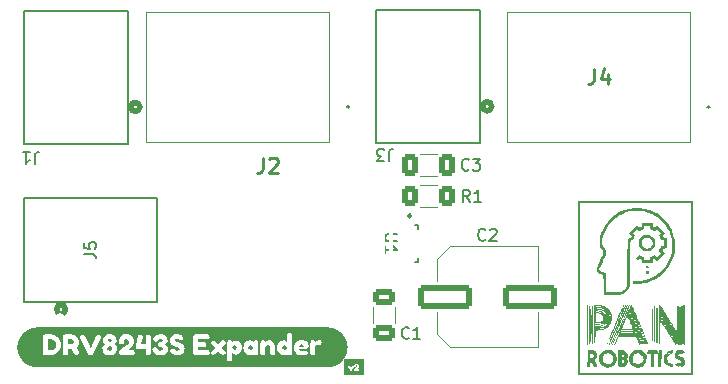
<source format=gbr>
%TF.GenerationSoftware,KiCad,Pcbnew,8.0.3*%
%TF.CreationDate,2024-08-06T18:37:16+01:00*%
%TF.ProjectId,DRV8243 DC Motor Driver Expander,44525638-3234-4332-9044-43204d6f746f,rev?*%
%TF.SameCoordinates,Original*%
%TF.FileFunction,Legend,Top*%
%TF.FilePolarity,Positive*%
%FSLAX46Y46*%
G04 Gerber Fmt 4.6, Leading zero omitted, Abs format (unit mm)*
G04 Created by KiCad (PCBNEW 8.0.3) date 2024-08-06 18:37:16*
%MOMM*%
%LPD*%
G01*
G04 APERTURE LIST*
G04 Aperture macros list*
%AMRoundRect*
0 Rectangle with rounded corners*
0 $1 Rounding radius*
0 $2 $3 $4 $5 $6 $7 $8 $9 X,Y pos of 4 corners*
0 Add a 4 corners polygon primitive as box body*
4,1,4,$2,$3,$4,$5,$6,$7,$8,$9,$2,$3,0*
0 Add four circle primitives for the rounded corners*
1,1,$1+$1,$2,$3*
1,1,$1+$1,$4,$5*
1,1,$1+$1,$6,$7*
1,1,$1+$1,$8,$9*
0 Add four rect primitives between the rounded corners*
20,1,$1+$1,$2,$3,$4,$5,0*
20,1,$1+$1,$4,$5,$6,$7,0*
20,1,$1+$1,$6,$7,$8,$9,0*
20,1,$1+$1,$8,$9,$2,$3,0*%
G04 Aperture macros list end*
%ADD10C,0.150000*%
%ADD11C,0.254000*%
%ADD12C,0.120000*%
%ADD13C,0.152400*%
%ADD14C,0.508000*%
%ADD15C,0.250000*%
%ADD16C,0.000000*%
%ADD17C,0.100000*%
%ADD18C,0.200000*%
%ADD19C,0.800000*%
%ADD20RoundRect,0.250000X0.400000X0.625000X-0.400000X0.625000X-0.400000X-0.625000X0.400000X-0.625000X0*%
%ADD21C,1.600200*%
%ADD22C,0.499999*%
%ADD23RoundRect,0.250001X-1.999999X-0.799999X1.999999X-0.799999X1.999999X0.799999X-1.999999X0.799999X0*%
%ADD24C,1.650000*%
%ADD25C,6.400000*%
%ADD26RoundRect,0.250000X0.412500X0.650000X-0.412500X0.650000X-0.412500X-0.650000X0.412500X-0.650000X0*%
%ADD27RoundRect,0.250000X-0.650000X0.412500X-0.650000X-0.412500X0.650000X-0.412500X0.650000X0.412500X0*%
G04 APERTURE END LIST*
D10*
X137143333Y-92724819D02*
X136810000Y-92248628D01*
X136571905Y-92724819D02*
X136571905Y-91724819D01*
X136571905Y-91724819D02*
X136952857Y-91724819D01*
X136952857Y-91724819D02*
X137048095Y-91772438D01*
X137048095Y-91772438D02*
X137095714Y-91820057D01*
X137095714Y-91820057D02*
X137143333Y-91915295D01*
X137143333Y-91915295D02*
X137143333Y-92058152D01*
X137143333Y-92058152D02*
X137095714Y-92153390D01*
X137095714Y-92153390D02*
X137048095Y-92201009D01*
X137048095Y-92201009D02*
X136952857Y-92248628D01*
X136952857Y-92248628D02*
X136571905Y-92248628D01*
X138095714Y-92724819D02*
X137524286Y-92724819D01*
X137810000Y-92724819D02*
X137810000Y-91724819D01*
X137810000Y-91724819D02*
X137714762Y-91867676D01*
X137714762Y-91867676D02*
X137619524Y-91962914D01*
X137619524Y-91962914D02*
X137524286Y-92010533D01*
X130283333Y-89255180D02*
X130283333Y-88540895D01*
X130283333Y-88540895D02*
X130330952Y-88398038D01*
X130330952Y-88398038D02*
X130426190Y-88302800D01*
X130426190Y-88302800D02*
X130569047Y-88255180D01*
X130569047Y-88255180D02*
X130664285Y-88255180D01*
X129902380Y-89255180D02*
X129283333Y-89255180D01*
X129283333Y-89255180D02*
X129616666Y-88874228D01*
X129616666Y-88874228D02*
X129473809Y-88874228D01*
X129473809Y-88874228D02*
X129378571Y-88826609D01*
X129378571Y-88826609D02*
X129330952Y-88778990D01*
X129330952Y-88778990D02*
X129283333Y-88683752D01*
X129283333Y-88683752D02*
X129283333Y-88445657D01*
X129283333Y-88445657D02*
X129330952Y-88350419D01*
X129330952Y-88350419D02*
X129378571Y-88302800D01*
X129378571Y-88302800D02*
X129473809Y-88255180D01*
X129473809Y-88255180D02*
X129759523Y-88255180D01*
X129759523Y-88255180D02*
X129854761Y-88302800D01*
X129854761Y-88302800D02*
X129902380Y-88350419D01*
X130949580Y-95504095D02*
X130140057Y-95504095D01*
X130140057Y-95504095D02*
X130044819Y-95551714D01*
X130044819Y-95551714D02*
X129997200Y-95599333D01*
X129997200Y-95599333D02*
X129949580Y-95694571D01*
X129949580Y-95694571D02*
X129949580Y-95885047D01*
X129949580Y-95885047D02*
X129997200Y-95980285D01*
X129997200Y-95980285D02*
X130044819Y-96027904D01*
X130044819Y-96027904D02*
X130140057Y-96075523D01*
X130140057Y-96075523D02*
X130949580Y-96075523D01*
X129949580Y-97075523D02*
X129949580Y-96504095D01*
X129949580Y-96789809D02*
X130949580Y-96789809D01*
X130949580Y-96789809D02*
X130806723Y-96694571D01*
X130806723Y-96694571D02*
X130711485Y-96599333D01*
X130711485Y-96599333D02*
X130663866Y-96504095D01*
X104474819Y-97160531D02*
X105189104Y-97160531D01*
X105189104Y-97160531D02*
X105331961Y-97208150D01*
X105331961Y-97208150D02*
X105427200Y-97303388D01*
X105427200Y-97303388D02*
X105474819Y-97446245D01*
X105474819Y-97446245D02*
X105474819Y-97541483D01*
X104474819Y-96208150D02*
X104474819Y-96684340D01*
X104474819Y-96684340D02*
X104951009Y-96731959D01*
X104951009Y-96731959D02*
X104903390Y-96684340D01*
X104903390Y-96684340D02*
X104855771Y-96589102D01*
X104855771Y-96589102D02*
X104855771Y-96351007D01*
X104855771Y-96351007D02*
X104903390Y-96255769D01*
X104903390Y-96255769D02*
X104951009Y-96208150D01*
X104951009Y-96208150D02*
X105046247Y-96160531D01*
X105046247Y-96160531D02*
X105284342Y-96160531D01*
X105284342Y-96160531D02*
X105379580Y-96208150D01*
X105379580Y-96208150D02*
X105427200Y-96255769D01*
X105427200Y-96255769D02*
X105474819Y-96351007D01*
X105474819Y-96351007D02*
X105474819Y-96589102D01*
X105474819Y-96589102D02*
X105427200Y-96684340D01*
X105427200Y-96684340D02*
X105379580Y-96731959D01*
X138453333Y-95929580D02*
X138405714Y-95977200D01*
X138405714Y-95977200D02*
X138262857Y-96024819D01*
X138262857Y-96024819D02*
X138167619Y-96024819D01*
X138167619Y-96024819D02*
X138024762Y-95977200D01*
X138024762Y-95977200D02*
X137929524Y-95881961D01*
X137929524Y-95881961D02*
X137881905Y-95786723D01*
X137881905Y-95786723D02*
X137834286Y-95596247D01*
X137834286Y-95596247D02*
X137834286Y-95453390D01*
X137834286Y-95453390D02*
X137881905Y-95262914D01*
X137881905Y-95262914D02*
X137929524Y-95167676D01*
X137929524Y-95167676D02*
X138024762Y-95072438D01*
X138024762Y-95072438D02*
X138167619Y-95024819D01*
X138167619Y-95024819D02*
X138262857Y-95024819D01*
X138262857Y-95024819D02*
X138405714Y-95072438D01*
X138405714Y-95072438D02*
X138453333Y-95120057D01*
X138834286Y-95120057D02*
X138881905Y-95072438D01*
X138881905Y-95072438D02*
X138977143Y-95024819D01*
X138977143Y-95024819D02*
X139215238Y-95024819D01*
X139215238Y-95024819D02*
X139310476Y-95072438D01*
X139310476Y-95072438D02*
X139358095Y-95120057D01*
X139358095Y-95120057D02*
X139405714Y-95215295D01*
X139405714Y-95215295D02*
X139405714Y-95310533D01*
X139405714Y-95310533D02*
X139358095Y-95453390D01*
X139358095Y-95453390D02*
X138786667Y-96024819D01*
X138786667Y-96024819D02*
X139405714Y-96024819D01*
D11*
X119616667Y-89014318D02*
X119616667Y-89921461D01*
X119616667Y-89921461D02*
X119556190Y-90102889D01*
X119556190Y-90102889D02*
X119435238Y-90223842D01*
X119435238Y-90223842D02*
X119253809Y-90284318D01*
X119253809Y-90284318D02*
X119132857Y-90284318D01*
X120160952Y-89135270D02*
X120221428Y-89074794D01*
X120221428Y-89074794D02*
X120342381Y-89014318D01*
X120342381Y-89014318D02*
X120644762Y-89014318D01*
X120644762Y-89014318D02*
X120765714Y-89074794D01*
X120765714Y-89074794D02*
X120826190Y-89135270D01*
X120826190Y-89135270D02*
X120886667Y-89256222D01*
X120886667Y-89256222D02*
X120886667Y-89377175D01*
X120886667Y-89377175D02*
X120826190Y-89558603D01*
X120826190Y-89558603D02*
X120100476Y-90284318D01*
X120100476Y-90284318D02*
X120886667Y-90284318D01*
D10*
X100283333Y-89525180D02*
X100283333Y-88810895D01*
X100283333Y-88810895D02*
X100330952Y-88668038D01*
X100330952Y-88668038D02*
X100426190Y-88572800D01*
X100426190Y-88572800D02*
X100569047Y-88525180D01*
X100569047Y-88525180D02*
X100664285Y-88525180D01*
X99283333Y-88525180D02*
X99854761Y-88525180D01*
X99569047Y-88525180D02*
X99569047Y-89525180D01*
X99569047Y-89525180D02*
X99664285Y-89382323D01*
X99664285Y-89382323D02*
X99759523Y-89287085D01*
X99759523Y-89287085D02*
X99854761Y-89239466D01*
X137048133Y-90007180D02*
X137000514Y-90054800D01*
X137000514Y-90054800D02*
X136857657Y-90102419D01*
X136857657Y-90102419D02*
X136762419Y-90102419D01*
X136762419Y-90102419D02*
X136619562Y-90054800D01*
X136619562Y-90054800D02*
X136524324Y-89959561D01*
X136524324Y-89959561D02*
X136476705Y-89864323D01*
X136476705Y-89864323D02*
X136429086Y-89673847D01*
X136429086Y-89673847D02*
X136429086Y-89530990D01*
X136429086Y-89530990D02*
X136476705Y-89340514D01*
X136476705Y-89340514D02*
X136524324Y-89245276D01*
X136524324Y-89245276D02*
X136619562Y-89150038D01*
X136619562Y-89150038D02*
X136762419Y-89102419D01*
X136762419Y-89102419D02*
X136857657Y-89102419D01*
X136857657Y-89102419D02*
X137000514Y-89150038D01*
X137000514Y-89150038D02*
X137048133Y-89197657D01*
X137381467Y-89102419D02*
X138000514Y-89102419D01*
X138000514Y-89102419D02*
X137667181Y-89483371D01*
X137667181Y-89483371D02*
X137810038Y-89483371D01*
X137810038Y-89483371D02*
X137905276Y-89530990D01*
X137905276Y-89530990D02*
X137952895Y-89578609D01*
X137952895Y-89578609D02*
X138000514Y-89673847D01*
X138000514Y-89673847D02*
X138000514Y-89911942D01*
X138000514Y-89911942D02*
X137952895Y-90007180D01*
X137952895Y-90007180D02*
X137905276Y-90054800D01*
X137905276Y-90054800D02*
X137810038Y-90102419D01*
X137810038Y-90102419D02*
X137524324Y-90102419D01*
X137524324Y-90102419D02*
X137429086Y-90054800D01*
X137429086Y-90054800D02*
X137381467Y-90007180D01*
X131973333Y-104249580D02*
X131925714Y-104297200D01*
X131925714Y-104297200D02*
X131782857Y-104344819D01*
X131782857Y-104344819D02*
X131687619Y-104344819D01*
X131687619Y-104344819D02*
X131544762Y-104297200D01*
X131544762Y-104297200D02*
X131449524Y-104201961D01*
X131449524Y-104201961D02*
X131401905Y-104106723D01*
X131401905Y-104106723D02*
X131354286Y-103916247D01*
X131354286Y-103916247D02*
X131354286Y-103773390D01*
X131354286Y-103773390D02*
X131401905Y-103582914D01*
X131401905Y-103582914D02*
X131449524Y-103487676D01*
X131449524Y-103487676D02*
X131544762Y-103392438D01*
X131544762Y-103392438D02*
X131687619Y-103344819D01*
X131687619Y-103344819D02*
X131782857Y-103344819D01*
X131782857Y-103344819D02*
X131925714Y-103392438D01*
X131925714Y-103392438D02*
X131973333Y-103440057D01*
X132925714Y-104344819D02*
X132354286Y-104344819D01*
X132640000Y-104344819D02*
X132640000Y-103344819D01*
X132640000Y-103344819D02*
X132544762Y-103487676D01*
X132544762Y-103487676D02*
X132449524Y-103582914D01*
X132449524Y-103582914D02*
X132354286Y-103630533D01*
D11*
X147658667Y-81498718D02*
X147658667Y-82405861D01*
X147658667Y-82405861D02*
X147598190Y-82587289D01*
X147598190Y-82587289D02*
X147477238Y-82708242D01*
X147477238Y-82708242D02*
X147295809Y-82768718D01*
X147295809Y-82768718D02*
X147174857Y-82768718D01*
X148807714Y-81922051D02*
X148807714Y-82768718D01*
X148505333Y-81438242D02*
X148202952Y-82345384D01*
X148202952Y-82345384D02*
X148989143Y-82345384D01*
D12*
%TO.C,R1*%
X134377064Y-91340000D02*
X132922936Y-91340000D01*
X134377064Y-93160000D02*
X132922936Y-93160000D01*
D13*
%TO.C,J3*%
X129199698Y-76529199D02*
X129199698Y-87781399D01*
X129199698Y-87781399D02*
X137962698Y-87781399D01*
X137962698Y-76529199D02*
X129199698Y-76529199D01*
X137962698Y-87781399D02*
X137962698Y-76529199D01*
D14*
X138978698Y-84654400D02*
G75*
G02*
X138216698Y-84654400I-381000J0D01*
G01*
X138216698Y-84654400D02*
G75*
G02*
X138978698Y-84654400I381000J0D01*
G01*
D10*
%TO.C,U1*%
X132529400Y-94716001D02*
X132704400Y-94716001D01*
X132529400Y-97815999D02*
X132704400Y-97815999D01*
X132704400Y-94716001D02*
X132704400Y-95016000D01*
X132704400Y-97516000D02*
X132704400Y-97815999D01*
D15*
X132154402Y-93941001D02*
G75*
G02*
X131904400Y-93941001I-125001J0D01*
G01*
X131904400Y-93941001D02*
G75*
G02*
X132154402Y-93941001I125001J0D01*
G01*
D13*
%TO.C,J5*%
X99393001Y-92445698D02*
X99393001Y-101208698D01*
X99393001Y-101208698D02*
X110645201Y-101208698D01*
X110645201Y-92445698D02*
X99393001Y-92445698D01*
X110645201Y-101208698D02*
X110645201Y-92445698D01*
D14*
X102901000Y-101843698D02*
G75*
G02*
X102139000Y-101843698I-381000J0D01*
G01*
X102139000Y-101843698D02*
G75*
G02*
X102901000Y-101843698I381000J0D01*
G01*
D12*
%TO.C,C2*%
X134360000Y-97574437D02*
X134360000Y-99460000D01*
X134360000Y-97574437D02*
X135424437Y-96510000D01*
X134360000Y-103965563D02*
X134360000Y-102080000D01*
X134360000Y-103965563D02*
X135424437Y-105030000D01*
X135424437Y-96510000D02*
X142880000Y-96510000D01*
X135424437Y-105030000D02*
X142880000Y-105030000D01*
X142880000Y-96510000D02*
X142880000Y-99460000D01*
X142880000Y-105030000D02*
X142880000Y-102080000D01*
D16*
%TO.C,kibuzzard-65BE5B0F*%
G36*
X123029850Y-104847353D02*
G01*
X123071522Y-104935459D01*
X122981034Y-105011659D01*
X122680997Y-105011659D01*
X122757197Y-104877119D01*
X122910787Y-104814016D01*
X123029850Y-104847353D01*
G37*
G36*
X103545272Y-104448494D02*
G01*
X103614328Y-104606847D01*
X103545272Y-104764009D01*
X103407159Y-104816397D01*
X103102359Y-104816397D01*
X103102359Y-104394916D01*
X103402397Y-104394916D01*
X103545272Y-104448494D01*
G37*
G36*
X106804012Y-105047378D02*
G01*
X106857591Y-105170012D01*
X106805203Y-105292647D01*
X106648041Y-105349797D01*
X106488497Y-105292647D01*
X106433728Y-105168822D01*
X106488497Y-105046187D01*
X106646850Y-104990228D01*
X106804012Y-105047378D01*
G37*
G36*
X106764722Y-104384200D02*
G01*
X106805203Y-104473497D01*
X106765912Y-104563984D01*
X106649231Y-104606847D01*
X106530169Y-104563984D01*
X106488497Y-104472306D01*
X106526597Y-104383009D01*
X106644469Y-104342528D01*
X106764722Y-104384200D01*
G37*
G36*
X117368428Y-104936650D02*
G01*
X117425578Y-105078334D01*
X117364856Y-105218828D01*
X117217219Y-105280741D01*
X117074344Y-105217637D01*
X117018384Y-105078334D01*
X117073153Y-104937841D01*
X117219600Y-104873547D01*
X117368428Y-104936650D01*
G37*
G36*
X118729312Y-104947366D02*
G01*
X118785272Y-105091431D01*
X118726931Y-105233116D01*
X118580484Y-105297409D01*
X118430466Y-105234306D01*
X118368553Y-105092622D01*
X118426894Y-104947366D01*
X118579294Y-104880691D01*
X118729312Y-104947366D01*
G37*
G36*
X121603481Y-104949747D02*
G01*
X121659441Y-105093812D01*
X121601100Y-105235497D01*
X121454653Y-105299791D01*
X121304634Y-105235497D01*
X121242722Y-105092622D01*
X121299872Y-104948556D01*
X121452272Y-104883072D01*
X121603481Y-104949747D01*
G37*
G36*
X101823926Y-104427360D02*
G01*
X101970075Y-104524694D01*
X102070980Y-104670248D01*
X102104616Y-104847353D01*
X102070087Y-105023863D01*
X101966503Y-105167631D01*
X101820056Y-105263179D01*
X101656941Y-105295028D01*
X101425959Y-105295028D01*
X101425959Y-104394916D01*
X101654559Y-104394916D01*
X101823926Y-104427360D01*
G37*
G36*
X125257060Y-103390218D02*
G01*
X125420910Y-103414523D01*
X125581590Y-103454771D01*
X125737551Y-103510575D01*
X125887291Y-103581397D01*
X126029368Y-103666555D01*
X126162414Y-103765228D01*
X126285148Y-103876468D01*
X126396387Y-103999202D01*
X126495061Y-104132248D01*
X126580219Y-104274325D01*
X126651041Y-104424065D01*
X126706844Y-104580026D01*
X126747092Y-104740705D01*
X126771397Y-104904556D01*
X126779525Y-105070000D01*
X126771397Y-105235444D01*
X126747092Y-105399295D01*
X126706844Y-105559974D01*
X126651041Y-105715935D01*
X126580219Y-105865675D01*
X126495061Y-106007752D01*
X126396387Y-106140798D01*
X126285148Y-106263532D01*
X126162414Y-106374772D01*
X126029368Y-106473445D01*
X125887291Y-106558603D01*
X125737551Y-106629425D01*
X125581590Y-106685229D01*
X125420910Y-106725477D01*
X125257060Y-106749782D01*
X125091616Y-106757909D01*
X124595522Y-106757909D01*
X123845428Y-106757909D01*
X122914359Y-106757909D01*
X121855894Y-106757909D01*
X120449766Y-106757909D01*
X119029350Y-106757909D01*
X116806453Y-106757909D01*
X116239716Y-106757909D01*
X114884784Y-106757909D01*
X112339228Y-106757909D01*
X110917622Y-106757909D01*
X109896066Y-106757909D01*
X108538753Y-106757909D01*
X106645659Y-106757909D01*
X105033553Y-106757909D01*
X103782206Y-106757909D01*
X101649797Y-106757909D01*
X101004478Y-106757909D01*
X100508384Y-106757909D01*
X100342940Y-106749782D01*
X100179090Y-106725477D01*
X100018410Y-106685229D01*
X99862449Y-106629425D01*
X99712709Y-106558603D01*
X99570632Y-106473445D01*
X99437586Y-106374772D01*
X99314852Y-106263532D01*
X99203613Y-106140798D01*
X99104939Y-106007752D01*
X99019781Y-105865675D01*
X98948959Y-105715935D01*
X98893156Y-105559974D01*
X98852908Y-105399295D01*
X98828603Y-105235444D01*
X98820475Y-105070000D01*
X98828603Y-104904556D01*
X98852908Y-104740705D01*
X98893156Y-104580026D01*
X98948959Y-104424065D01*
X99019781Y-104274325D01*
X99075956Y-104180603D01*
X101004478Y-104180603D01*
X101004478Y-105504578D01*
X101033053Y-105656978D01*
X101096156Y-105701627D01*
X101214028Y-105716509D01*
X101649797Y-105716509D01*
X101825191Y-105700287D01*
X101987041Y-105651620D01*
X102135349Y-105570509D01*
X102270112Y-105456953D01*
X102382106Y-105320701D01*
X102462101Y-105171501D01*
X102510098Y-105009353D01*
X102526097Y-104834256D01*
X102509726Y-104659830D01*
X102460612Y-104499691D01*
X102378757Y-104353839D01*
X102264159Y-104222275D01*
X102215012Y-104182984D01*
X102680878Y-104182984D01*
X102680878Y-105504578D01*
X102695166Y-105628403D01*
X102758269Y-105694483D01*
X102890428Y-105716509D01*
X103013062Y-105700436D01*
X103076166Y-105652216D01*
X103098787Y-105589112D01*
X103102359Y-105506959D01*
X103102359Y-105237878D01*
X103402397Y-105237878D01*
X103476216Y-105233116D01*
X103568820Y-105452455D01*
X103630732Y-105596124D01*
X103661953Y-105664122D01*
X103706006Y-105710556D01*
X103782206Y-105733178D01*
X103904841Y-105699841D01*
X104015569Y-105630784D01*
X104052478Y-105547441D01*
X104016759Y-105423616D01*
X103950084Y-105272009D01*
X103896109Y-105147391D01*
X103854834Y-105049759D01*
X103954053Y-104923289D01*
X104013584Y-104775651D01*
X104033428Y-104606847D01*
X104017950Y-104459209D01*
X103971516Y-104325859D01*
X103901269Y-104212750D01*
X103840547Y-104152028D01*
X104123916Y-104152028D01*
X104159634Y-104266328D01*
X104816859Y-105599828D01*
X104896631Y-105684363D01*
X105009741Y-105716509D01*
X105033553Y-105716509D01*
X105144281Y-105684363D01*
X105224053Y-105599828D01*
X105441172Y-105159297D01*
X106012247Y-105159297D01*
X106033810Y-105326778D01*
X106098501Y-105470447D01*
X106206319Y-105590303D01*
X106341389Y-105680261D01*
X106487835Y-105734236D01*
X106645659Y-105752228D01*
X106803483Y-105734104D01*
X106949930Y-105679732D01*
X107085000Y-105589112D01*
X107192818Y-105468859D01*
X107257508Y-105325588D01*
X107279072Y-105159297D01*
X107265677Y-105059880D01*
X107225494Y-104961653D01*
X107139769Y-104831875D01*
X107086191Y-104783059D01*
X107121909Y-104744959D01*
X107192156Y-104633041D01*
X107202911Y-104587797D01*
X107398134Y-104587797D01*
X107410041Y-104709241D01*
X107474930Y-104777106D01*
X107607684Y-104799728D01*
X107729128Y-104785441D01*
X107793422Y-104742578D01*
X107816044Y-104683047D01*
X107819616Y-104604466D01*
X107819616Y-104590178D01*
X107829141Y-104535409D01*
X107892244Y-104424681D01*
X108024403Y-104368722D01*
X108143466Y-104390153D01*
X108206569Y-104436587D01*
X108243478Y-104500881D01*
X108260147Y-104561603D01*
X108237823Y-104665783D01*
X108170850Y-104764009D01*
X108072326Y-104854199D01*
X107955347Y-104934269D01*
X107829141Y-105009873D01*
X107702934Y-105086669D01*
X107585955Y-105171798D01*
X107487431Y-105272406D01*
X107420459Y-105385813D01*
X107398134Y-105509341D01*
X107460047Y-105659359D01*
X107607684Y-105723653D01*
X108538753Y-105723653D01*
X108686391Y-105695078D01*
X108737587Y-105633166D01*
X108753066Y-105512912D01*
X108738778Y-105391469D01*
X108682819Y-105322413D01*
X108543516Y-105299791D01*
X108107747Y-105299791D01*
X108107747Y-105287884D01*
X108167278Y-105264072D01*
X108314916Y-105183705D01*
X108481603Y-105052141D01*
X108509550Y-105021184D01*
X108824503Y-105021184D01*
X108836409Y-105123578D01*
X108901298Y-105191444D01*
X109034053Y-105214066D01*
X109679372Y-105214066D01*
X109679372Y-105504578D01*
X109693659Y-105628403D01*
X109724616Y-105676028D01*
X109786528Y-105704603D01*
X109896066Y-105716509D01*
X110011556Y-105702222D01*
X110080612Y-105643881D01*
X110103234Y-105506959D01*
X110103234Y-105199778D01*
X110258016Y-105199778D01*
X110284209Y-105328366D01*
X110288972Y-105352178D01*
X110315166Y-105414091D01*
X110374102Y-105508745D01*
X110441372Y-105583159D01*
X110578955Y-105675764D01*
X110737705Y-105731326D01*
X110917622Y-105749847D01*
X111098861Y-105731458D01*
X111258405Y-105676293D01*
X111396253Y-105584350D01*
X111502086Y-105464097D01*
X111559830Y-105336700D01*
X111705816Y-105336700D01*
X111767728Y-105473622D01*
X111789159Y-105499816D01*
X111858216Y-105572444D01*
X111965372Y-105647453D01*
X112127297Y-105715319D01*
X112230286Y-105735857D01*
X112339228Y-105742703D01*
X112482368Y-105728680D01*
X112619686Y-105686611D01*
X112751184Y-105616497D01*
X112841672Y-105538809D01*
X112913109Y-105434331D01*
X112959544Y-105307232D01*
X112975022Y-105161678D01*
X112959841Y-105019101D01*
X112914300Y-104900931D01*
X112846137Y-104810741D01*
X112763091Y-104752103D01*
X112668436Y-104712515D01*
X112565447Y-104679475D01*
X112462458Y-104653579D01*
X112367803Y-104635422D01*
X112216594Y-104580653D01*
X112155872Y-104474687D01*
X112207069Y-104372294D01*
X112335656Y-104335384D01*
X112463053Y-104366341D01*
X112499962Y-104397297D01*
X112527347Y-104421109D01*
X112651172Y-104468734D01*
X112735706Y-104438969D01*
X112817859Y-104349672D01*
X112875009Y-104218703D01*
X112852411Y-104182984D01*
X113732259Y-104182984D01*
X113732259Y-105506959D01*
X113746547Y-105628403D01*
X113809650Y-105696269D01*
X113941809Y-105718891D01*
X114884784Y-105718891D01*
X115008609Y-105704603D01*
X115074689Y-105641500D01*
X115096716Y-105509341D01*
X115080642Y-105386706D01*
X115032422Y-105323603D01*
X114969319Y-105300981D01*
X114887166Y-105297409D01*
X114153741Y-105297409D01*
X114153741Y-105056903D01*
X114620466Y-105056903D01*
X114744291Y-105042616D01*
X114812156Y-104979513D01*
X114834778Y-104847353D01*
X114818705Y-104724719D01*
X114782312Y-104677094D01*
X115191966Y-104677094D01*
X115277691Y-104823541D01*
X115542009Y-105090241D01*
X115277691Y-105356941D01*
X115191966Y-105503387D01*
X115278881Y-105648644D01*
X115424137Y-105733178D01*
X115568203Y-105647453D01*
X115832522Y-105383134D01*
X116094459Y-105647453D01*
X116239716Y-105733178D01*
X116384972Y-105648644D01*
X116470697Y-105503387D01*
X116384972Y-105356941D01*
X116120653Y-105090241D01*
X116384972Y-104823541D01*
X116470697Y-104677094D01*
X116465818Y-104668759D01*
X116601666Y-104668759D01*
X116601666Y-106059409D01*
X116605238Y-106140372D01*
X116626669Y-106199903D01*
X116688581Y-106247528D01*
X116806453Y-106261816D01*
X116923134Y-106247528D01*
X116983856Y-106198712D01*
X117005287Y-106137991D01*
X117008859Y-106057028D01*
X117008859Y-105576016D01*
X117123755Y-105658169D01*
X117292228Y-105685553D01*
X117419890Y-105665180D01*
X117542524Y-105604061D01*
X117660131Y-105502197D01*
X117756043Y-105373345D01*
X117813590Y-105231264D01*
X117831154Y-105089050D01*
X117951834Y-105089050D01*
X117971414Y-105248197D01*
X118030151Y-105393850D01*
X118128047Y-105526009D01*
X118248829Y-105630520D01*
X118376226Y-105693226D01*
X118510237Y-105714128D01*
X118686748Y-105682577D01*
X118804322Y-105587922D01*
X118855519Y-105681981D01*
X119029350Y-105714128D01*
X119135018Y-105698650D01*
X119192466Y-105652216D01*
X119212706Y-105589112D01*
X119216278Y-105506959D01*
X119216278Y-104673522D01*
X119215864Y-104663997D01*
X119406778Y-104663997D01*
X119406778Y-105506959D01*
X119410350Y-105589112D01*
X119430591Y-105652216D01*
X119493098Y-105700436D01*
X119613947Y-105716509D01*
X119735986Y-105700436D01*
X119797303Y-105652216D01*
X119819925Y-105591494D01*
X119823497Y-105509341D01*
X119823497Y-105087859D01*
X119881837Y-104937841D01*
X120034237Y-104880691D01*
X120184256Y-104935459D01*
X120240216Y-105087859D01*
X120240216Y-105506959D01*
X120254503Y-105628403D01*
X120316416Y-105694483D01*
X120449766Y-105716509D01*
X120572400Y-105700436D01*
X120635503Y-105652216D01*
X120655744Y-105591494D01*
X120659316Y-105509341D01*
X120659316Y-105091431D01*
X120826003Y-105091431D01*
X120845582Y-105250446D01*
X120904320Y-105395702D01*
X121002216Y-105527200D01*
X121123924Y-105631049D01*
X121254099Y-105693358D01*
X121392741Y-105714128D01*
X121551689Y-105685553D01*
X121671347Y-105599828D01*
X121727009Y-105687339D01*
X121855894Y-105716509D01*
X121988946Y-105700436D01*
X122057109Y-105652216D01*
X122079731Y-105591494D01*
X122083303Y-105509341D01*
X122083303Y-105097384D01*
X122238084Y-105097384D01*
X122254753Y-105251107D01*
X122304759Y-105394776D01*
X122388103Y-105528391D01*
X122479484Y-105618580D01*
X122601225Y-105689125D01*
X122747970Y-105734666D01*
X122914359Y-105749847D01*
X123136262Y-105736601D01*
X123294764Y-105696864D01*
X123389865Y-105630636D01*
X123421566Y-105537916D01*
X123390609Y-105428378D01*
X123259641Y-105321222D01*
X123164391Y-105347416D01*
X123138197Y-105356941D01*
X123044733Y-105378372D01*
X122921503Y-105385516D01*
X122764341Y-105340272D01*
X122685759Y-105228353D01*
X123250116Y-105228353D01*
X123410850Y-105158106D01*
X123465321Y-105068809D01*
X123483478Y-104941413D01*
X123463238Y-104800621D01*
X123402516Y-104671141D01*
X123638259Y-104671141D01*
X123638259Y-105506959D01*
X123638259Y-105576016D01*
X123681122Y-105678409D01*
X123845428Y-105718891D01*
X123966872Y-105703413D01*
X124031166Y-105656978D01*
X124053788Y-105593875D01*
X124057359Y-105511722D01*
X124057359Y-105011659D01*
X124113319Y-104902122D01*
X124233572Y-104856878D01*
X124337156Y-104875928D01*
X124419309Y-104894978D01*
X124550278Y-104804491D01*
X124595522Y-104637803D01*
X124565756Y-104527075D01*
X124490747Y-104478259D01*
X124407403Y-104458019D01*
X124313344Y-104452066D01*
X124183566Y-104492547D01*
X124087125Y-104556841D01*
X124052597Y-104597322D01*
X124026403Y-104518741D01*
X123963895Y-104477664D01*
X123847809Y-104463972D01*
X123725175Y-104480045D01*
X123662072Y-104528266D01*
X123641831Y-104588987D01*
X123638259Y-104671141D01*
X123402516Y-104671141D01*
X123314112Y-104569045D01*
X123203681Y-104496119D01*
X123071224Y-104452363D01*
X122916741Y-104437778D01*
X122733781Y-104457754D01*
X122572253Y-104517682D01*
X122432156Y-104617562D01*
X122324339Y-104750780D01*
X122259648Y-104910721D01*
X122238084Y-105097384D01*
X122083303Y-105097384D01*
X122083303Y-104087734D01*
X122079731Y-104005581D01*
X122058300Y-103942478D01*
X121995197Y-103892472D01*
X121874944Y-103878184D01*
X121754691Y-103892472D01*
X121691587Y-103941287D01*
X121670156Y-104003200D01*
X121666584Y-104085353D01*
X121666584Y-104585416D01*
X121549308Y-104496119D01*
X121392741Y-104466353D01*
X121255290Y-104487255D01*
X121125511Y-104549961D01*
X121003406Y-104654472D01*
X120904849Y-104786631D01*
X120845715Y-104932284D01*
X120826003Y-105091431D01*
X120659316Y-105091431D01*
X120659316Y-105090241D01*
X120641721Y-104924479D01*
X120588936Y-104776445D01*
X120500962Y-104646137D01*
X120386530Y-104544934D01*
X120254371Y-104484213D01*
X120104484Y-104463972D01*
X119925891Y-104518741D01*
X119861597Y-104568747D01*
X119818734Y-104616372D01*
X119794922Y-104518741D01*
X119733605Y-104477664D01*
X119616328Y-104463972D01*
X119495480Y-104478855D01*
X119432972Y-104523503D01*
X119410350Y-104584225D01*
X119406778Y-104663997D01*
X119215864Y-104663997D01*
X119212706Y-104591369D01*
X119191275Y-104528266D01*
X119128172Y-104478259D01*
X118990059Y-104463972D01*
X118856114Y-104497309D01*
X118801941Y-104597322D01*
X118759078Y-104548506D01*
X118666209Y-104494928D01*
X118518572Y-104466353D01*
X118381121Y-104487123D01*
X118251343Y-104549432D01*
X118129237Y-104653281D01*
X118030680Y-104784779D01*
X117971546Y-104930035D01*
X117951834Y-105089050D01*
X117831154Y-105089050D01*
X117832772Y-105075953D01*
X117813457Y-104920643D01*
X117755514Y-104778561D01*
X117658941Y-104649709D01*
X117540804Y-104547845D01*
X117418170Y-104486726D01*
X117291037Y-104466353D01*
X117122862Y-104497309D01*
X117006478Y-104590178D01*
X116955281Y-104496119D01*
X116785022Y-104463972D01*
X116682033Y-104480045D01*
X116625478Y-104528266D01*
X116605238Y-104587797D01*
X116601666Y-104668759D01*
X116465818Y-104668759D01*
X116384972Y-104530647D01*
X116239716Y-104444922D01*
X116094459Y-104530647D01*
X115832522Y-104797347D01*
X115568203Y-104530647D01*
X115424137Y-104444922D01*
X115278881Y-104530647D01*
X115191966Y-104677094D01*
X114782312Y-104677094D01*
X114770484Y-104661616D01*
X114707381Y-104638994D01*
X114625228Y-104635422D01*
X114153741Y-104635422D01*
X114153741Y-104394916D01*
X114884784Y-104394916D01*
X115008609Y-104380628D01*
X115074689Y-104317525D01*
X115096716Y-104185366D01*
X115080642Y-104062731D01*
X115032422Y-103999628D01*
X114969319Y-103977006D01*
X114887166Y-103973434D01*
X113948953Y-103973434D01*
X113777503Y-104017487D01*
X113732259Y-104182984D01*
X112852411Y-104182984D01*
X112801191Y-104102022D01*
X112741659Y-104056778D01*
X112578544Y-103981769D01*
X112454421Y-103954087D01*
X112317797Y-103944859D01*
X112150977Y-103962190D01*
X112009293Y-104014180D01*
X111892744Y-104100831D01*
X111806093Y-104210766D01*
X111754102Y-104332606D01*
X111736772Y-104466353D01*
X111751952Y-104607740D01*
X111797494Y-104727100D01*
X111865657Y-104820862D01*
X111948703Y-104885453D01*
X112042762Y-104932185D01*
X112143966Y-104972369D01*
X112245169Y-105004218D01*
X112339228Y-105025947D01*
X112490437Y-105079525D01*
X112551159Y-105171203D01*
X112526553Y-105271745D01*
X112452734Y-105332070D01*
X112329703Y-105352178D01*
X112215403Y-105315269D01*
X112120153Y-105237878D01*
X112014187Y-105148581D01*
X111934416Y-105118816D01*
X111808209Y-105175966D01*
X111731414Y-105266155D01*
X111705816Y-105336700D01*
X111559830Y-105336700D01*
X111565586Y-105324000D01*
X111586753Y-105164059D01*
X111567108Y-105042616D01*
X111508172Y-104935459D01*
X111433162Y-104858069D01*
X111362916Y-104806872D01*
X111362916Y-104790203D01*
X111466103Y-104715458D01*
X111528016Y-104615049D01*
X111548653Y-104488975D01*
X111529868Y-104354699D01*
X111473511Y-104229683D01*
X111379584Y-104113928D01*
X111253114Y-104021324D01*
X111099126Y-103965761D01*
X110917622Y-103947241D01*
X110799452Y-103955575D01*
X110692594Y-103980578D01*
X110535431Y-104054397D01*
X110436609Y-104148456D01*
X110384222Y-104223466D01*
X110329453Y-104385391D01*
X110359219Y-104470520D01*
X110448516Y-104544934D01*
X110579484Y-104587797D01*
X110669972Y-104558031D01*
X110736647Y-104468734D01*
X110750934Y-104440159D01*
X110812847Y-104383009D01*
X110947387Y-104354434D01*
X111079547Y-104399678D01*
X111127172Y-104494928D01*
X111081928Y-104564580D01*
X110946197Y-104587797D01*
X110822372Y-104599703D01*
X110756292Y-104664592D01*
X110734266Y-104797347D01*
X110750339Y-104919386D01*
X110798559Y-104980703D01*
X110860472Y-105004516D01*
X110968819Y-105009278D01*
X111106931Y-105058094D01*
X111165272Y-105171203D01*
X111105741Y-105286694D01*
X111029541Y-105325091D01*
X110920003Y-105337891D01*
X110819991Y-105323603D01*
X110689022Y-105209303D01*
X110617584Y-105085478D01*
X110491378Y-105061666D01*
X110316356Y-105096194D01*
X110258016Y-105199778D01*
X110103234Y-105199778D01*
X110103234Y-104182984D01*
X110099662Y-104099641D01*
X110077041Y-104036537D01*
X110012747Y-103986531D01*
X109892494Y-103971053D01*
X109771050Y-103984150D01*
X109705566Y-104030584D01*
X109682944Y-104090116D01*
X109679372Y-104171078D01*
X109679372Y-104821159D01*
X109291228Y-104821159D01*
X109436484Y-104240134D01*
X109438866Y-104232991D01*
X109455534Y-104132978D01*
X109413862Y-104041300D01*
X109288847Y-103980578D01*
X109179309Y-103963909D01*
X109097156Y-103990103D01*
X109054294Y-104044872D01*
X109029291Y-104128216D01*
X108831647Y-104925934D01*
X108824503Y-105021184D01*
X108509550Y-105021184D01*
X108558994Y-104966416D01*
X108624478Y-104856878D01*
X108669127Y-104731862D01*
X108684009Y-104599703D01*
X108664166Y-104436058D01*
X108604634Y-104284849D01*
X108505416Y-104146075D01*
X108374315Y-104035611D01*
X108219136Y-103969333D01*
X108039881Y-103947241D01*
X107860758Y-103969069D01*
X107705977Y-104034553D01*
X107575537Y-104143694D01*
X107476980Y-104280351D01*
X107417846Y-104428385D01*
X107398134Y-104587797D01*
X107202911Y-104587797D01*
X107226684Y-104487784D01*
X107207634Y-104336972D01*
X107150484Y-104205209D01*
X107055234Y-104092497D01*
X106934055Y-104006507D01*
X106799118Y-103954914D01*
X106650422Y-103937716D01*
X106501197Y-103954649D01*
X106364672Y-104005449D01*
X106240847Y-104090116D01*
X106142951Y-104200711D01*
X106084214Y-104329299D01*
X106064634Y-104475878D01*
X106103925Y-104641375D01*
X106167028Y-104744959D01*
X106207509Y-104783059D01*
X106157503Y-104828303D01*
X106061062Y-104965225D01*
X106024451Y-105060773D01*
X106012247Y-105159297D01*
X105441172Y-105159297D01*
X105881278Y-104266328D01*
X105916997Y-104152028D01*
X105881873Y-104072256D01*
X105776503Y-103999628D01*
X105636009Y-103959147D01*
X105531234Y-104023441D01*
X105497897Y-104094878D01*
X105021647Y-105137866D01*
X104995751Y-105082799D01*
X104937112Y-104955700D01*
X104859722Y-104787524D01*
X104777569Y-104609228D01*
X104695713Y-104430932D01*
X104619216Y-104262756D01*
X104559387Y-104131787D01*
X104527537Y-104065113D01*
X104488247Y-104002009D01*
X104447766Y-103968672D01*
X104384662Y-103959147D01*
X104264409Y-103999628D01*
X104159039Y-104072256D01*
X104123916Y-104152028D01*
X103840547Y-104152028D01*
X103814353Y-104125834D01*
X103681268Y-104041168D01*
X103545536Y-103990368D01*
X103407159Y-103973434D01*
X102892809Y-103973434D01*
X102770175Y-103989508D01*
X102707072Y-104037728D01*
X102684450Y-104100831D01*
X102680878Y-104182984D01*
X102215012Y-104182984D01*
X102127982Y-104113407D01*
X101981386Y-104035645D01*
X101824372Y-103988987D01*
X101656941Y-103973434D01*
X101216409Y-103971053D01*
X101093775Y-103987127D01*
X101030672Y-104035347D01*
X101008050Y-104097259D01*
X101004478Y-104180603D01*
X99075956Y-104180603D01*
X99104939Y-104132248D01*
X99203613Y-103999202D01*
X99314852Y-103876468D01*
X99437586Y-103765228D01*
X99570632Y-103666555D01*
X99712709Y-103581397D01*
X99862449Y-103510575D01*
X100018410Y-103454771D01*
X100179090Y-103414523D01*
X100342940Y-103390218D01*
X100508384Y-103382091D01*
X101004478Y-103382091D01*
X124595522Y-103382091D01*
X125091616Y-103382091D01*
X125257060Y-103390218D01*
G37*
D17*
%TO.C,J2*%
X109732800Y-76705200D02*
X125232800Y-76705200D01*
X109732800Y-87705200D02*
X109732800Y-76705200D01*
X125232800Y-76705200D02*
X125232800Y-87705200D01*
X125232800Y-87705200D02*
X109732800Y-87705200D01*
D18*
X126732800Y-84705200D02*
X126732800Y-84705200D01*
X126932800Y-84705200D02*
X126932800Y-84705200D01*
X126732800Y-84705200D02*
G75*
G02*
X126932800Y-84705200I100000J0D01*
G01*
X126932800Y-84705200D02*
G75*
G02*
X126732800Y-84705200I-100000J0D01*
G01*
D13*
%TO.C,J1*%
X99405499Y-76583799D02*
X99405499Y-87835999D01*
X99405499Y-87835999D02*
X108168499Y-87835999D01*
X108168499Y-76583799D02*
X99405499Y-76583799D01*
X108168499Y-87835999D02*
X108168499Y-76583799D01*
D14*
X109184499Y-84709000D02*
G75*
G02*
X108422499Y-84709000I-381000J0D01*
G01*
X108422499Y-84709000D02*
G75*
G02*
X109184499Y-84709000I381000J0D01*
G01*
D16*
%TO.C,G\u002A\u002A\u002A*%
G36*
X151026097Y-106343537D02*
G01*
X151010609Y-106359025D01*
X150995122Y-106343537D01*
X151010609Y-106328049D01*
X151026097Y-106343537D01*
G37*
G36*
X146278440Y-92649091D02*
G01*
X146269202Y-92663169D01*
X146237784Y-92665360D01*
X146204732Y-92657795D01*
X146219070Y-92646645D01*
X146267481Y-92642952D01*
X146278440Y-92649091D01*
G37*
G36*
X149157035Y-106378110D02*
G01*
X149152073Y-106390000D01*
X149111039Y-106419819D01*
X149101953Y-106420976D01*
X149085159Y-106401891D01*
X149090122Y-106390000D01*
X149131155Y-106360181D01*
X149140241Y-106359025D01*
X149157035Y-106378110D01*
G37*
G36*
X152265122Y-98739025D02*
G01*
X152265122Y-98862927D01*
X152141219Y-98862927D01*
X152017317Y-98862927D01*
X152017317Y-98739025D01*
X152017317Y-98615122D01*
X152141219Y-98615122D01*
X152265122Y-98615122D01*
X152265122Y-98739025D01*
G37*
G36*
X152220550Y-98153770D02*
G01*
X152255804Y-98174035D01*
X152264845Y-98226912D01*
X152265122Y-98258903D01*
X152261371Y-98328317D01*
X152238210Y-98359165D01*
X152177780Y-98367075D01*
X152141219Y-98367317D01*
X152061889Y-98364035D01*
X152026634Y-98343770D01*
X152017594Y-98290893D01*
X152017317Y-98258903D01*
X152021068Y-98189488D01*
X152044228Y-98158640D01*
X152104659Y-98150730D01*
X152141219Y-98150488D01*
X152220550Y-98153770D01*
G37*
G36*
X153415553Y-106139458D02*
G01*
X153420047Y-106213486D01*
X153421121Y-106317276D01*
X153419085Y-106434798D01*
X153414247Y-106550023D01*
X153406916Y-106646922D01*
X153397402Y-106709466D01*
X153395687Y-106715244D01*
X153391132Y-106699748D01*
X153387072Y-106633620D01*
X153384019Y-106528180D01*
X153382689Y-106428720D01*
X153384132Y-106296952D01*
X153389959Y-106191893D01*
X153399166Y-106126489D01*
X153407330Y-106111220D01*
X153415553Y-106139458D01*
G37*
G36*
X147050793Y-105565965D02*
G01*
X147053376Y-105639815D01*
X147053397Y-105640618D01*
X147056611Y-105837375D01*
X147057365Y-106058384D01*
X147055659Y-106270783D01*
X147053360Y-106384033D01*
X147050762Y-106453406D01*
X147048426Y-106464550D01*
X147046446Y-106421183D01*
X147044919Y-106327028D01*
X147043939Y-106185804D01*
X147043602Y-106002805D01*
X147043961Y-105819651D01*
X147044954Y-105680882D01*
X147046488Y-105590006D01*
X147048465Y-105550531D01*
X147050793Y-105565965D01*
G37*
G36*
X156013170Y-100024512D02*
G01*
X156013170Y-107381220D01*
X151165487Y-107381220D01*
X146317805Y-107381220D01*
X146317805Y-100024512D01*
X146472683Y-100024512D01*
X146472683Y-107226342D01*
X151165487Y-107226342D01*
X155858292Y-107226342D01*
X155858292Y-100024512D01*
X155858292Y-92822683D01*
X151165487Y-92822683D01*
X146472683Y-92822683D01*
X146472683Y-100024512D01*
X146317805Y-100024512D01*
X146317805Y-92822683D01*
X146317805Y-92667805D01*
X151165487Y-92667805D01*
X156013170Y-92667805D01*
X156013170Y-100024512D01*
G37*
G36*
X150180277Y-101486608D02*
G01*
X150176605Y-101519085D01*
X150161752Y-101557025D01*
X150125204Y-101646824D01*
X150069155Y-101783182D01*
X149995801Y-101960798D01*
X149907335Y-102174373D01*
X149805953Y-102418606D01*
X149693850Y-102688196D01*
X149573220Y-102977844D01*
X149480784Y-103199512D01*
X149312885Y-103600113D01*
X149167308Y-103943551D01*
X149043816Y-104230361D01*
X148942169Y-104461077D01*
X148862130Y-104636234D01*
X148803461Y-104756367D01*
X148765924Y-104822010D01*
X148752503Y-104835767D01*
X148719623Y-104832923D01*
X148723824Y-104794018D01*
X148731416Y-104773816D01*
X148758570Y-104707001D01*
X148807309Y-104588483D01*
X148875365Y-104423731D01*
X148960468Y-104218215D01*
X149060347Y-103977405D01*
X149172734Y-103706771D01*
X149295357Y-103411782D01*
X149425948Y-103097909D01*
X149562236Y-102770623D01*
X149664263Y-102525793D01*
X149792222Y-102221664D01*
X149902175Y-101966274D01*
X149993329Y-101761354D01*
X150064890Y-101608639D01*
X150116065Y-101509861D01*
X150146059Y-101466754D01*
X150150223Y-101464878D01*
X150180277Y-101486608D01*
G37*
G36*
X150496242Y-101476072D02*
G01*
X150496788Y-101508757D01*
X150476067Y-101577237D01*
X150431979Y-101689969D01*
X150407332Y-101749343D01*
X150370813Y-101836703D01*
X150313467Y-101974194D01*
X150238239Y-102154735D01*
X150148077Y-102371251D01*
X150045927Y-102616663D01*
X149934736Y-102883893D01*
X149817450Y-103165862D01*
X149703735Y-103439337D01*
X149562930Y-103775955D01*
X149437696Y-104071128D01*
X149329161Y-104322324D01*
X149238455Y-104527012D01*
X149166706Y-104682659D01*
X149115044Y-104786734D01*
X149084596Y-104836705D01*
X149078765Y-104840983D01*
X149049616Y-104818482D01*
X149052308Y-104787012D01*
X149068417Y-104743834D01*
X149104928Y-104652340D01*
X149158247Y-104521329D01*
X149224779Y-104359600D01*
X149300932Y-104175953D01*
X149346434Y-104066829D01*
X149476474Y-103755460D01*
X149623687Y-103402744D01*
X149781461Y-103024540D01*
X149943184Y-102636704D01*
X150102242Y-102255092D01*
X150252023Y-101895562D01*
X150308761Y-101759311D01*
X150372783Y-101617558D01*
X150427654Y-101520011D01*
X150469426Y-101473462D01*
X150476529Y-101470727D01*
X150496242Y-101476072D01*
G37*
G36*
X152752001Y-101503363D02*
G01*
X152760100Y-101528941D01*
X152766749Y-101577162D01*
X152772055Y-101652604D01*
X152776125Y-101759841D01*
X152779065Y-101903449D01*
X152780981Y-102088003D01*
X152781981Y-102318079D01*
X152782170Y-102598253D01*
X152781655Y-102933100D01*
X152781065Y-103158212D01*
X152779662Y-103537917D01*
X152777772Y-103859700D01*
X152775292Y-104127591D01*
X152772117Y-104345617D01*
X152768141Y-104517807D01*
X152763260Y-104648191D01*
X152757369Y-104740795D01*
X152750363Y-104799650D01*
X152742138Y-104828784D01*
X152737500Y-104833476D01*
X152728759Y-104824688D01*
X152721352Y-104789335D01*
X152715185Y-104723369D01*
X152710162Y-104622745D01*
X152706190Y-104483416D01*
X152703176Y-104301334D01*
X152701023Y-104072454D01*
X152699638Y-103792729D01*
X152698928Y-103458112D01*
X152698780Y-103171118D01*
X152698977Y-102800179D01*
X152699648Y-102486639D01*
X152700911Y-102225948D01*
X152702884Y-102013554D01*
X152705685Y-101844906D01*
X152709434Y-101715454D01*
X152714248Y-101620646D01*
X152720245Y-101555932D01*
X152727544Y-101516760D01*
X152736264Y-101498580D01*
X152742345Y-101495854D01*
X152752001Y-101503363D01*
G37*
G36*
X150338920Y-101487696D02*
G01*
X150336943Y-101519085D01*
X150323341Y-101556216D01*
X150290059Y-101639863D01*
X150236622Y-101771178D01*
X150162552Y-101951312D01*
X150067372Y-102181415D01*
X149950605Y-102462639D01*
X149811772Y-102796134D01*
X149650397Y-103183053D01*
X149466003Y-103624546D01*
X149258113Y-104121764D01*
X149217347Y-104219214D01*
X149140618Y-104399013D01*
X149069640Y-104558592D01*
X149008490Y-104689319D01*
X148961245Y-104782560D01*
X148931981Y-104829682D01*
X148927236Y-104833563D01*
X148892273Y-104828730D01*
X148888780Y-104818186D01*
X148900069Y-104783245D01*
X148931415Y-104700422D01*
X148979036Y-104579017D01*
X149039152Y-104428331D01*
X149107979Y-104257662D01*
X149181738Y-104076310D01*
X149256646Y-103893575D01*
X149328922Y-103718757D01*
X149394784Y-103561156D01*
X149450451Y-103430071D01*
X149490298Y-103338903D01*
X149519794Y-103270695D01*
X149569064Y-103153937D01*
X149634447Y-102997428D01*
X149712283Y-102809963D01*
X149798911Y-102600343D01*
X149890670Y-102377364D01*
X149912387Y-102324451D01*
X150023799Y-102056395D01*
X150118760Y-101835298D01*
X150196173Y-101663543D01*
X150254939Y-101543513D01*
X150293961Y-101477590D01*
X150308435Y-101464878D01*
X150338920Y-101487696D01*
G37*
G36*
X152569856Y-101501873D02*
G01*
X152578438Y-101523048D01*
X152585568Y-101564059D01*
X152591376Y-101629582D01*
X152595991Y-101724298D01*
X152599542Y-101852883D01*
X152602158Y-102020016D01*
X152603968Y-102230375D01*
X152605101Y-102488639D01*
X152605686Y-102799486D01*
X152605853Y-103167594D01*
X152605853Y-103168537D01*
X152605685Y-103536958D01*
X152605093Y-103848099D01*
X152603951Y-104106628D01*
X152602129Y-104317216D01*
X152599500Y-104484531D01*
X152595935Y-104613245D01*
X152591307Y-104708026D01*
X152585486Y-104773543D01*
X152578345Y-104814468D01*
X152569755Y-104835468D01*
X152559922Y-104841220D01*
X152549805Y-104835075D01*
X152541258Y-104813527D01*
X152534153Y-104771907D01*
X152528361Y-104705546D01*
X152523754Y-104609773D01*
X152520202Y-104479920D01*
X152517576Y-104311318D01*
X152515748Y-104099296D01*
X152514589Y-103839185D01*
X152513970Y-103526317D01*
X152513763Y-103168537D01*
X152513879Y-102800292D01*
X152514421Y-102489320D01*
X152515517Y-102230941D01*
X152517296Y-102020477D01*
X152519886Y-101853250D01*
X152523416Y-101724580D01*
X152528014Y-101629790D01*
X152533809Y-101564201D01*
X152540929Y-101523134D01*
X152549502Y-101501911D01*
X152559658Y-101495854D01*
X152559694Y-101495854D01*
X152569856Y-101501873D01*
G37*
G36*
X147086887Y-101470728D02*
G01*
X147095489Y-101491389D01*
X147102644Y-101531530D01*
X147108480Y-101595819D01*
X147113124Y-101688924D01*
X147116705Y-101815512D01*
X147119352Y-101980253D01*
X147121194Y-102187814D01*
X147122358Y-102442863D01*
X147122974Y-102750069D01*
X147123169Y-103114099D01*
X147123170Y-103153049D01*
X147123009Y-103522905D01*
X147122441Y-103835479D01*
X147121336Y-104095439D01*
X147119567Y-104307452D01*
X147117004Y-104476187D01*
X147113520Y-104606312D01*
X147108986Y-104702495D01*
X147103273Y-104769404D01*
X147096253Y-104811708D01*
X147087798Y-104834074D01*
X147077779Y-104841170D01*
X147076707Y-104841220D01*
X147066527Y-104835370D01*
X147057925Y-104814709D01*
X147050770Y-104774568D01*
X147044934Y-104710279D01*
X147040290Y-104617174D01*
X147036709Y-104490585D01*
X147034062Y-104325845D01*
X147032220Y-104118284D01*
X147031056Y-103863234D01*
X147030440Y-103556029D01*
X147030245Y-103191998D01*
X147030244Y-103153049D01*
X147030405Y-102783192D01*
X147030973Y-102470619D01*
X147032078Y-102210659D01*
X147033847Y-101998646D01*
X147036410Y-101829911D01*
X147039894Y-101699786D01*
X147044428Y-101603603D01*
X147050141Y-101536693D01*
X147057161Y-101494390D01*
X147065616Y-101472024D01*
X147075635Y-101464928D01*
X147076707Y-101464878D01*
X147086887Y-101470728D01*
G37*
G36*
X147241765Y-101470728D02*
G01*
X147250368Y-101491389D01*
X147257522Y-101531530D01*
X147263358Y-101595819D01*
X147268002Y-101688924D01*
X147271583Y-101815512D01*
X147274230Y-101980253D01*
X147276072Y-102187814D01*
X147277236Y-102442863D01*
X147277852Y-102750069D01*
X147278047Y-103114099D01*
X147278048Y-103153049D01*
X147277887Y-103522905D01*
X147277319Y-103835479D01*
X147276214Y-104095439D01*
X147274445Y-104307452D01*
X147271882Y-104476187D01*
X147268398Y-104606312D01*
X147263864Y-104702495D01*
X147258151Y-104769404D01*
X147251131Y-104811708D01*
X147242676Y-104834074D01*
X147232657Y-104841170D01*
X147231585Y-104841220D01*
X147221406Y-104835370D01*
X147212803Y-104814709D01*
X147205648Y-104774568D01*
X147199812Y-104710279D01*
X147195168Y-104617174D01*
X147191587Y-104490585D01*
X147188940Y-104325845D01*
X147187098Y-104118284D01*
X147185934Y-103863234D01*
X147185318Y-103556029D01*
X147185123Y-103191998D01*
X147185122Y-103153049D01*
X147185283Y-102783192D01*
X147185851Y-102470619D01*
X147186956Y-102210659D01*
X147188725Y-101998646D01*
X147191288Y-101829911D01*
X147194772Y-101699786D01*
X147199306Y-101603603D01*
X147205019Y-101536693D01*
X147212039Y-101494390D01*
X147220494Y-101472024D01*
X147230513Y-101464928D01*
X147231585Y-101464878D01*
X147241765Y-101470728D01*
G37*
G36*
X147396643Y-101470728D02*
G01*
X147405246Y-101491389D01*
X147412400Y-101531530D01*
X147418236Y-101595819D01*
X147422880Y-101688924D01*
X147426461Y-101815512D01*
X147429108Y-101980253D01*
X147430950Y-102187814D01*
X147432114Y-102442863D01*
X147432730Y-102750069D01*
X147432925Y-103114099D01*
X147432927Y-103153049D01*
X147432765Y-103522905D01*
X147432197Y-103835479D01*
X147431092Y-104095439D01*
X147429323Y-104307452D01*
X147426760Y-104476187D01*
X147423276Y-104606312D01*
X147418742Y-104702495D01*
X147413029Y-104769404D01*
X147406009Y-104811708D01*
X147397554Y-104834074D01*
X147387535Y-104841170D01*
X147386463Y-104841220D01*
X147376284Y-104835370D01*
X147367681Y-104814709D01*
X147360526Y-104774568D01*
X147354691Y-104710279D01*
X147350046Y-104617174D01*
X147346465Y-104490585D01*
X147343818Y-104325845D01*
X147341976Y-104118284D01*
X147340812Y-103863234D01*
X147340196Y-103556029D01*
X147340001Y-103191998D01*
X147340000Y-103153049D01*
X147340161Y-102783192D01*
X147340729Y-102470619D01*
X147341834Y-102210659D01*
X147343604Y-101998646D01*
X147346166Y-101829911D01*
X147349650Y-101699786D01*
X147354184Y-101603603D01*
X147359897Y-101536693D01*
X147366917Y-101494390D01*
X147375372Y-101472024D01*
X147385391Y-101464928D01*
X147386463Y-101464878D01*
X147396643Y-101470728D01*
G37*
G36*
X147551521Y-101470728D02*
G01*
X147560124Y-101491389D01*
X147567278Y-101531530D01*
X147573114Y-101595819D01*
X147577758Y-101688924D01*
X147581339Y-101815512D01*
X147583986Y-101980253D01*
X147585828Y-102187814D01*
X147586992Y-102442863D01*
X147587608Y-102750069D01*
X147587803Y-103114099D01*
X147587805Y-103153049D01*
X147587644Y-103522905D01*
X147587075Y-103835479D01*
X147585970Y-104095439D01*
X147584201Y-104307452D01*
X147581638Y-104476187D01*
X147578154Y-104606312D01*
X147573620Y-104702495D01*
X147567907Y-104769404D01*
X147560888Y-104811708D01*
X147552432Y-104834074D01*
X147542413Y-104841170D01*
X147541341Y-104841220D01*
X147531162Y-104835370D01*
X147522559Y-104814709D01*
X147515404Y-104774568D01*
X147509569Y-104710279D01*
X147504924Y-104617174D01*
X147501343Y-104490585D01*
X147498696Y-104325845D01*
X147496854Y-104118284D01*
X147495690Y-103863234D01*
X147495074Y-103556029D01*
X147494879Y-103191998D01*
X147494878Y-103153049D01*
X147495039Y-102783192D01*
X147495607Y-102470619D01*
X147496712Y-102210659D01*
X147498482Y-101998646D01*
X147501044Y-101829911D01*
X147504528Y-101699786D01*
X147509062Y-101603603D01*
X147514775Y-101536693D01*
X147521795Y-101494390D01*
X147530250Y-101472024D01*
X147540269Y-101464928D01*
X147541341Y-101464878D01*
X147551521Y-101470728D01*
G37*
G36*
X152910345Y-101501713D02*
G01*
X152918977Y-101522418D01*
X152926149Y-101562657D01*
X152931991Y-101627119D01*
X152936633Y-101720494D01*
X152940206Y-101847472D01*
X152942839Y-102012741D01*
X152944664Y-102220990D01*
X152945809Y-102476909D01*
X152946406Y-102785187D01*
X152946585Y-103150514D01*
X152946585Y-103168537D01*
X152946422Y-103536566D01*
X152945847Y-103847333D01*
X152944729Y-104105529D01*
X152942939Y-104315842D01*
X152940345Y-104482961D01*
X152936818Y-104611576D01*
X152932227Y-104706376D01*
X152926442Y-104772050D01*
X152919334Y-104813287D01*
X152910770Y-104834777D01*
X152900622Y-104841209D01*
X152900122Y-104841220D01*
X152889899Y-104835360D01*
X152881266Y-104814656D01*
X152874094Y-104774417D01*
X152868252Y-104709954D01*
X152863610Y-104616579D01*
X152860037Y-104489602D01*
X152857404Y-104324333D01*
X152855580Y-104116084D01*
X152854434Y-103860164D01*
X152853837Y-103551886D01*
X152853659Y-103186559D01*
X152853658Y-103168537D01*
X152853821Y-102800508D01*
X152854396Y-102489740D01*
X152855514Y-102231544D01*
X152857304Y-102021232D01*
X152859898Y-101854113D01*
X152863425Y-101725498D01*
X152868016Y-101630698D01*
X152873801Y-101565024D01*
X152880910Y-101523786D01*
X152889473Y-101502296D01*
X152899621Y-101495864D01*
X152900122Y-101495854D01*
X152910345Y-101501713D01*
G37*
G36*
X153065223Y-101501713D02*
G01*
X153073855Y-101522418D01*
X153081027Y-101562657D01*
X153086869Y-101627119D01*
X153091511Y-101720494D01*
X153095084Y-101847472D01*
X153097717Y-102012741D01*
X153099542Y-102220990D01*
X153100687Y-102476909D01*
X153101284Y-102785187D01*
X153101463Y-103150514D01*
X153101463Y-103168537D01*
X153101300Y-103536566D01*
X153100725Y-103847333D01*
X153099607Y-104105529D01*
X153097817Y-104315842D01*
X153095223Y-104482961D01*
X153091696Y-104611576D01*
X153087105Y-104706376D01*
X153081320Y-104772050D01*
X153074212Y-104813287D01*
X153065648Y-104834777D01*
X153055500Y-104841209D01*
X153055000Y-104841220D01*
X153044777Y-104835360D01*
X153036144Y-104814656D01*
X153028972Y-104774417D01*
X153023130Y-104709954D01*
X153018488Y-104616579D01*
X153014915Y-104489602D01*
X153012282Y-104324333D01*
X153010458Y-104116084D01*
X153009312Y-103860164D01*
X153008715Y-103551886D01*
X153008537Y-103186559D01*
X153008536Y-103168537D01*
X153008699Y-102800508D01*
X153009274Y-102489740D01*
X153010392Y-102231544D01*
X153012183Y-102021232D01*
X153014776Y-101854113D01*
X153018303Y-101725498D01*
X153022894Y-101630698D01*
X153028679Y-101565024D01*
X153035788Y-101523786D01*
X153044351Y-101502296D01*
X153054499Y-101495864D01*
X153055000Y-101495854D01*
X153065223Y-101501713D01*
G37*
G36*
X150677910Y-101473165D02*
G01*
X150681189Y-101487301D01*
X150667504Y-101520318D01*
X150632098Y-101605374D01*
X150577109Y-101737335D01*
X150504679Y-101911070D01*
X150416948Y-102121446D01*
X150316056Y-102363331D01*
X150204143Y-102631591D01*
X150083351Y-102921095D01*
X149975966Y-103178430D01*
X149805748Y-103584521D01*
X149657964Y-103933243D01*
X149532475Y-104224916D01*
X149429135Y-104459862D01*
X149347803Y-104638401D01*
X149288337Y-104760855D01*
X149250593Y-104827545D01*
X149236982Y-104841220D01*
X149205347Y-104821154D01*
X149207011Y-104802500D01*
X149235075Y-104732312D01*
X149281345Y-104618545D01*
X149341409Y-104471879D01*
X149410854Y-104302995D01*
X149485266Y-104122573D01*
X149560231Y-103941291D01*
X149631337Y-103769830D01*
X149694171Y-103618870D01*
X149744318Y-103499091D01*
X149777367Y-103421173D01*
X149785459Y-103402669D01*
X149817908Y-103328021D01*
X149867705Y-103210531D01*
X149928756Y-103064701D01*
X149994966Y-102905032D01*
X150014028Y-102858781D01*
X150144474Y-102541989D01*
X150253586Y-102277724D01*
X150343519Y-102061189D01*
X150416425Y-101887583D01*
X150474460Y-101752110D01*
X150519778Y-101649970D01*
X150554532Y-101576365D01*
X150580878Y-101526496D01*
X150600968Y-101495565D01*
X150616959Y-101478774D01*
X150631002Y-101471324D01*
X150637648Y-101469664D01*
X150677910Y-101473165D01*
G37*
G36*
X152242912Y-95533625D02*
G01*
X152420355Y-95587761D01*
X152579793Y-95684633D01*
X152710767Y-95818326D01*
X152802816Y-95982922D01*
X152839944Y-96122615D01*
X152839806Y-96274424D01*
X152804276Y-96442505D01*
X152741160Y-96599129D01*
X152679129Y-96693933D01*
X152545407Y-96809338D01*
X152377458Y-96889736D01*
X152193817Y-96930116D01*
X152013020Y-96925466D01*
X151916583Y-96900093D01*
X151734707Y-96803509D01*
X151590040Y-96668200D01*
X151489229Y-96504111D01*
X151438925Y-96321184D01*
X151437668Y-96183812D01*
X151438518Y-96179937D01*
X151665866Y-96179937D01*
X151672481Y-96334756D01*
X151731070Y-96480302D01*
X151840875Y-96603814D01*
X151854401Y-96614281D01*
X151992785Y-96683396D01*
X152148407Y-96706406D01*
X152300131Y-96682072D01*
X152379218Y-96645034D01*
X152493986Y-96543962D01*
X152575141Y-96413155D01*
X152610284Y-96273507D01*
X152610828Y-96254668D01*
X152595190Y-96099773D01*
X152542693Y-95977896D01*
X152457551Y-95879042D01*
X152322169Y-95790003D01*
X152170110Y-95754958D01*
X152014538Y-95773614D01*
X151868618Y-95845676D01*
X151811593Y-95893516D01*
X151711984Y-96028604D01*
X151665866Y-96179937D01*
X151438518Y-96179937D01*
X151484114Y-95972091D01*
X151577209Y-95800270D01*
X151719719Y-95664523D01*
X151875855Y-95577237D01*
X152057925Y-95528145D01*
X152242912Y-95533625D01*
G37*
G36*
X153284898Y-105298026D02*
G01*
X153288227Y-105336829D01*
X153293492Y-105414268D01*
X153318292Y-105336829D01*
X153335976Y-105286184D01*
X153344366Y-105290578D01*
X153350399Y-105352317D01*
X153356768Y-105408341D01*
X153364326Y-105405870D01*
X153371128Y-105375549D01*
X153393935Y-105321132D01*
X153417246Y-105305854D01*
X153436004Y-105332637D01*
X153430579Y-105402653D01*
X153421198Y-105477512D01*
X153412898Y-105593569D01*
X153407037Y-105730070D01*
X153405749Y-105782104D01*
X153400279Y-106064756D01*
X153380244Y-105847927D01*
X153372976Y-105783894D01*
X153366846Y-105765825D01*
X153361545Y-105797007D01*
X153356762Y-105880724D01*
X153352189Y-106020262D01*
X153348162Y-106188659D01*
X153336116Y-106746220D01*
X153318292Y-106235122D01*
X153300469Y-105724025D01*
X153293893Y-106220789D01*
X153287317Y-106717554D01*
X153194390Y-106724635D01*
X153101463Y-106731716D01*
X153101463Y-106173171D01*
X153230256Y-106173171D01*
X153235124Y-106217145D01*
X153245880Y-106211890D01*
X153249971Y-106148473D01*
X153245880Y-106134451D01*
X153234574Y-106130560D01*
X153230256Y-106173171D01*
X153101463Y-106173171D01*
X153101463Y-106022398D01*
X153101679Y-105795059D01*
X153102762Y-105622033D01*
X153105364Y-105495683D01*
X153110137Y-105408369D01*
X153117734Y-105352455D01*
X153128806Y-105320303D01*
X153144006Y-105304273D01*
X153163414Y-105296879D01*
X153214947Y-105299398D01*
X153227543Y-105331985D01*
X153233661Y-105360412D01*
X153251411Y-105332558D01*
X153256341Y-105321342D01*
X153276226Y-105281968D01*
X153284898Y-105298026D01*
G37*
G36*
X152757650Y-105313866D02*
G01*
X152883138Y-105317863D01*
X152960974Y-105324232D01*
X152985304Y-105332607D01*
X152977561Y-105336829D01*
X152927240Y-105354349D01*
X152932218Y-105361788D01*
X152993048Y-105365192D01*
X153051235Y-105372962D01*
X153050756Y-105390584D01*
X153043751Y-105395505D01*
X153018398Y-105421050D01*
X153040899Y-105435381D01*
X153066254Y-105474065D01*
X153059302Y-105532058D01*
X153039472Y-105584155D01*
X153001796Y-105608548D01*
X152926781Y-105615430D01*
X152899531Y-105615610D01*
X152760731Y-105615610D01*
X152760731Y-106178333D01*
X152759764Y-106355728D01*
X152757076Y-106508113D01*
X152752985Y-106626185D01*
X152747812Y-106700640D01*
X152742059Y-106722384D01*
X152702411Y-106718037D01*
X152649132Y-106731943D01*
X152591135Y-106744776D01*
X152574403Y-106722221D01*
X152563106Y-106707730D01*
X152543902Y-106730732D01*
X152520260Y-106757137D01*
X152511844Y-106726977D01*
X152511224Y-106715244D01*
X152508572Y-106653293D01*
X152481951Y-106715244D01*
X152472572Y-106708480D01*
X152464724Y-106644617D01*
X152458675Y-106528495D01*
X152454695Y-106364954D01*
X152453152Y-106196403D01*
X152451265Y-105693049D01*
X152487990Y-105693049D01*
X152491338Y-105745950D01*
X152501034Y-105750607D01*
X152502269Y-105747846D01*
X152508397Y-105686353D01*
X152503417Y-105654919D01*
X152493557Y-105642287D01*
X152488194Y-105683430D01*
X152487990Y-105693049D01*
X152451265Y-105693049D01*
X152450975Y-105615610D01*
X152301729Y-105615610D01*
X152212185Y-105613366D01*
X152168310Y-105599879D01*
X152153836Y-105565018D01*
X152152483Y-105522683D01*
X152162074Y-105457280D01*
X152185179Y-105429294D01*
X152185571Y-105429282D01*
X152192890Y-105416180D01*
X152172195Y-105398781D01*
X152152357Y-105377289D01*
X152185344Y-105366880D01*
X152218658Y-105364614D01*
X152311585Y-105360475D01*
X152218658Y-105336829D01*
X152211754Y-105328110D01*
X152261261Y-105320996D01*
X152361649Y-105315848D01*
X152507390Y-105313027D01*
X152590366Y-105312606D01*
X152757650Y-105313866D01*
G37*
G36*
X148004975Y-101472530D02*
G01*
X148167041Y-101483351D01*
X148287658Y-101499315D01*
X148387318Y-101524706D01*
X148486517Y-101563811D01*
X148523816Y-101581009D01*
X148713238Y-101694792D01*
X148880383Y-101841486D01*
X149008666Y-102005509D01*
X149044036Y-102069683D01*
X149127334Y-102307696D01*
X149153947Y-102550409D01*
X149126881Y-102788897D01*
X149049140Y-103014233D01*
X148923730Y-103217490D01*
X148753656Y-103389742D01*
X148557644Y-103514481D01*
X148445863Y-103565394D01*
X148347352Y-103597409D01*
X148238520Y-103615937D01*
X148095773Y-103626391D01*
X148063334Y-103627891D01*
X147773658Y-103640560D01*
X147773658Y-103910827D01*
X147771565Y-104089564D01*
X147765790Y-104270593D01*
X147757088Y-104443369D01*
X147746215Y-104597342D01*
X147733927Y-104721965D01*
X147720979Y-104806690D01*
X147708127Y-104840969D01*
X147707000Y-104841220D01*
X147698101Y-104811908D01*
X147689772Y-104730630D01*
X147682618Y-104607371D01*
X147677246Y-104452116D01*
X147674582Y-104306890D01*
X147672564Y-104113422D01*
X147670973Y-103925175D01*
X147669916Y-103757821D01*
X147669498Y-103627032D01*
X147669607Y-103571220D01*
X147669915Y-103516045D01*
X147670065Y-103489174D01*
X147670755Y-103361877D01*
X147742683Y-103361877D01*
X147772385Y-103375556D01*
X147857060Y-103382465D01*
X147990056Y-103382210D01*
X148051042Y-103380186D01*
X148193845Y-103373390D01*
X148293041Y-103363324D01*
X148366948Y-103344900D01*
X148433883Y-103313031D01*
X148512165Y-103262628D01*
X148537977Y-103244937D01*
X148703474Y-103096811D01*
X148823425Y-102916978D01*
X148893980Y-102716300D01*
X148911288Y-102505641D01*
X148872876Y-102299966D01*
X148791397Y-102132415D01*
X148669205Y-101976561D01*
X148523215Y-101851470D01*
X148426683Y-101797061D01*
X148343230Y-101769688D01*
X148232088Y-101746114D01*
X148107903Y-101727733D01*
X147985324Y-101715941D01*
X147878999Y-101712132D01*
X147803574Y-101717701D01*
X147773699Y-101734044D01*
X147773658Y-101734866D01*
X147802132Y-101751362D01*
X147877646Y-101767405D01*
X147985338Y-101780067D01*
X148014267Y-101782274D01*
X148232167Y-101810556D01*
X148405850Y-101865299D01*
X148549273Y-101951655D01*
X148606159Y-102000777D01*
X148730441Y-102158655D01*
X148806492Y-102342663D01*
X148834121Y-102540081D01*
X148813140Y-102738189D01*
X148743361Y-102924266D01*
X148624595Y-103085593D01*
X148622294Y-103087905D01*
X148474083Y-103199996D01*
X148288581Y-103274178D01*
X148058772Y-103313029D01*
X147998231Y-103317276D01*
X147881195Y-103327076D01*
X147792350Y-103341046D01*
X147746126Y-103356668D01*
X147742683Y-103361877D01*
X147670755Y-103361877D01*
X147670793Y-103354881D01*
X147671622Y-103199512D01*
X147758170Y-103199512D01*
X147776203Y-103216154D01*
X147851229Y-103226696D01*
X147978528Y-103230485D01*
X147982578Y-103230488D01*
X148125770Y-103226228D01*
X148233180Y-103210011D01*
X148330600Y-103176683D01*
X148389169Y-103149242D01*
X148549338Y-103038836D01*
X148663708Y-102896888D01*
X148732200Y-102733658D01*
X148754736Y-102559408D01*
X148731238Y-102384398D01*
X148661627Y-102218890D01*
X148545824Y-102073145D01*
X148398209Y-101965216D01*
X148314942Y-101931278D01*
X148205214Y-101902636D01*
X148083722Y-101880961D01*
X147965162Y-101867929D01*
X147864230Y-101865211D01*
X147795624Y-101874481D01*
X147773658Y-101894110D01*
X147802179Y-101917068D01*
X147878940Y-101928724D01*
X147911524Y-101929512D01*
X148143870Y-101951352D01*
X148340520Y-102014856D01*
X148496720Y-102117000D01*
X148607722Y-102254757D01*
X148665690Y-102409649D01*
X148680082Y-102606146D01*
X148639529Y-102782417D01*
X148549366Y-102932522D01*
X148414932Y-103050520D01*
X148241561Y-103130472D01*
X148034590Y-103166436D01*
X147984572Y-103167856D01*
X147876742Y-103172514D01*
X147795175Y-103184050D01*
X147758170Y-103199512D01*
X147671622Y-103199512D01*
X147671737Y-103178044D01*
X147672443Y-103044634D01*
X147758170Y-103044634D01*
X147773298Y-103062054D01*
X147834501Y-103072298D01*
X147926360Y-103075686D01*
X148033454Y-103072542D01*
X148140364Y-103063189D01*
X148231670Y-103047947D01*
X148278491Y-103033760D01*
X148422048Y-102943427D01*
X148526139Y-102816096D01*
X148585400Y-102664837D01*
X148594465Y-102502716D01*
X148555539Y-102358918D01*
X148470394Y-102216326D01*
X148357434Y-102116737D01*
X148207964Y-102055209D01*
X148013287Y-102026801D01*
X147967256Y-102024628D01*
X147847380Y-102025991D01*
X147786750Y-102037370D01*
X147784341Y-102054443D01*
X147839129Y-102072889D01*
X147950091Y-102088384D01*
X147982991Y-102091044D01*
X148189231Y-102124846D01*
X148344639Y-102193547D01*
X148450058Y-102297875D01*
X148506330Y-102438557D01*
X148516957Y-102552188D01*
X148490488Y-102716703D01*
X148413549Y-102848479D01*
X148290279Y-102944029D01*
X148124819Y-102999868D01*
X147969084Y-103013611D01*
X147865467Y-103018286D01*
X147788539Y-103030398D01*
X147758170Y-103044634D01*
X147672443Y-103044634D01*
X147672847Y-102968366D01*
X147674072Y-102735551D01*
X147675050Y-102548248D01*
X147773658Y-102548248D01*
X147773658Y-102927503D01*
X148004015Y-102915871D01*
X148132468Y-102906038D01*
X148217580Y-102888866D01*
X148277924Y-102859164D01*
X148314292Y-102829157D01*
X148402320Y-102711678D01*
X148442099Y-102578620D01*
X148429595Y-102446761D01*
X148415107Y-102410076D01*
X148348989Y-102308703D01*
X148257351Y-102241232D01*
X148127884Y-102201137D01*
X147989505Y-102184437D01*
X147773658Y-102168993D01*
X147773658Y-102548248D01*
X147675050Y-102548248D01*
X147675358Y-102489303D01*
X147675756Y-102412930D01*
X147677024Y-102168993D01*
X147680064Y-101584180D01*
X147773658Y-101584180D01*
X147802230Y-101598113D01*
X147878478Y-101612609D01*
X147988198Y-101625241D01*
X148036794Y-101629124D01*
X148271485Y-101660751D01*
X148463671Y-101722674D01*
X148627732Y-101820656D01*
X148724358Y-101904702D01*
X148865675Y-102082673D01*
X148954195Y-102281071D01*
X148991551Y-102490737D01*
X148979378Y-102702513D01*
X148919308Y-102907241D01*
X148812975Y-103095762D01*
X148662014Y-103258918D01*
X148468056Y-103387551D01*
X148459064Y-103392027D01*
X148353075Y-103433593D01*
X148228715Y-103459100D01*
X148065533Y-103472566D01*
X148044695Y-103473471D01*
X147917169Y-103482020D01*
X147823998Y-103495018D01*
X147777012Y-103510607D01*
X147773658Y-103516045D01*
X147803591Y-103530987D01*
X147890195Y-103537861D01*
X148028674Y-103536351D01*
X148061528Y-103535043D01*
X148214727Y-103525206D01*
X148327688Y-103508326D01*
X148422082Y-103479662D01*
X148518418Y-103435072D01*
X148663426Y-103352163D01*
X148770030Y-103267885D01*
X148859254Y-103163362D01*
X148916776Y-103077397D01*
X149018080Y-102862954D01*
X149063245Y-102640640D01*
X149055905Y-102418873D01*
X148999693Y-102206068D01*
X148898242Y-102010642D01*
X148755185Y-101841012D01*
X148574156Y-101705594D01*
X148358787Y-101612804D01*
X148275487Y-101591856D01*
X148160228Y-101573353D01*
X148037791Y-101562214D01*
X147923478Y-101558672D01*
X147832593Y-101562963D01*
X147780440Y-101575320D01*
X147773658Y-101584180D01*
X147680064Y-101584180D01*
X147680731Y-101455981D01*
X148004975Y-101472530D01*
G37*
G36*
X147466732Y-105287822D02*
G01*
X147471305Y-105288424D01*
X147585192Y-105313445D01*
X147693667Y-105353734D01*
X147780626Y-105401395D01*
X147829967Y-105448533D01*
X147835609Y-105467051D01*
X147816208Y-105477874D01*
X147781402Y-105458275D01*
X147745470Y-105432804D01*
X147754142Y-105447122D01*
X147767463Y-105462226D01*
X147818803Y-105500235D01*
X147844767Y-105507195D01*
X147877368Y-105533745D01*
X147911481Y-105599502D01*
X147918399Y-105618902D01*
X147938095Y-105756988D01*
X147914809Y-105894426D01*
X147853415Y-106008014D01*
X147831882Y-106030713D01*
X147786387Y-106071694D01*
X147780795Y-106070542D01*
X147805909Y-106033781D01*
X147834229Y-105992440D01*
X147826568Y-105992710D01*
X147780868Y-106030838D01*
X147729655Y-106079348D01*
X147711707Y-106106050D01*
X147732448Y-106101726D01*
X147742683Y-106095732D01*
X147771290Y-106096716D01*
X147773658Y-106106810D01*
X147749610Y-106144035D01*
X147741317Y-106147813D01*
X147739118Y-106178770D01*
X147761197Y-106253774D01*
X147803856Y-106361603D01*
X147834243Y-106429737D01*
X147896892Y-106566529D01*
X147935748Y-106655697D01*
X147953623Y-106705563D01*
X147953325Y-106724453D01*
X147937665Y-106720690D01*
X147931182Y-106716879D01*
X147896928Y-106719047D01*
X147892462Y-106726383D01*
X147859598Y-106738951D01*
X147820122Y-106730863D01*
X147751951Y-106718608D01*
X147719451Y-106722845D01*
X147684634Y-106712670D01*
X147680257Y-106695326D01*
X147673719Y-106669935D01*
X147654757Y-106692725D01*
X147629846Y-106686868D01*
X147606185Y-106653293D01*
X147866585Y-106653293D01*
X147882073Y-106668781D01*
X147897561Y-106653293D01*
X147882073Y-106637805D01*
X147866585Y-106653293D01*
X147606185Y-106653293D01*
X147584949Y-106623160D01*
X147584500Y-106622317D01*
X147618780Y-106622317D01*
X147634268Y-106637805D01*
X147649756Y-106622317D01*
X147634268Y-106606829D01*
X147618780Y-106622317D01*
X147584500Y-106622317D01*
X147567986Y-106591342D01*
X147835609Y-106591342D01*
X147851097Y-106606829D01*
X147866585Y-106591342D01*
X147851097Y-106575854D01*
X147835609Y-106591342D01*
X147567986Y-106591342D01*
X147520484Y-106502243D01*
X147492609Y-106444920D01*
X147381037Y-106211204D01*
X147434416Y-106211204D01*
X147445705Y-106249850D01*
X147475983Y-106319751D01*
X147516459Y-106403450D01*
X147558343Y-106483492D01*
X147592842Y-106542419D01*
X147611167Y-106562776D01*
X147611384Y-106562599D01*
X147604201Y-106531489D01*
X147590094Y-106498415D01*
X147804634Y-106498415D01*
X147820122Y-106513903D01*
X147835609Y-106498415D01*
X147820122Y-106482927D01*
X147804634Y-106498415D01*
X147590094Y-106498415D01*
X147574228Y-106461215D01*
X147529407Y-106369867D01*
X147482280Y-106281991D01*
X147482037Y-106281585D01*
X147618780Y-106281585D01*
X147634268Y-106297073D01*
X147649756Y-106281585D01*
X147634268Y-106266098D01*
X147618780Y-106281585D01*
X147482037Y-106281585D01*
X147463511Y-106250610D01*
X147525853Y-106250610D01*
X147541341Y-106266098D01*
X147556829Y-106250610D01*
X147547627Y-106241408D01*
X147681972Y-106241408D01*
X147692068Y-106284495D01*
X147717396Y-106342857D01*
X147745838Y-106392309D01*
X147765274Y-106408665D01*
X147765626Y-106408357D01*
X147761405Y-106375429D01*
X147733708Y-106312880D01*
X147730859Y-106307556D01*
X147698509Y-106254146D01*
X147682333Y-106239672D01*
X147681972Y-106241408D01*
X147547627Y-106241408D01*
X147541341Y-106235122D01*
X147525853Y-106250610D01*
X147463511Y-106250610D01*
X147448188Y-106224991D01*
X147442899Y-106219634D01*
X147587805Y-106219634D01*
X147603292Y-106235122D01*
X147618780Y-106219634D01*
X147603292Y-106204146D01*
X147587805Y-106219634D01*
X147442899Y-106219634D01*
X147434429Y-106211054D01*
X147434416Y-106211204D01*
X147381037Y-106211204D01*
X147370274Y-106188659D01*
X147494878Y-106188659D01*
X147510366Y-106204146D01*
X147525853Y-106188659D01*
X147649756Y-106188659D01*
X147665244Y-106204146D01*
X147680731Y-106188659D01*
X147665244Y-106173171D01*
X147649756Y-106188659D01*
X147525853Y-106188659D01*
X147510366Y-106173171D01*
X147494878Y-106188659D01*
X147370274Y-106188659D01*
X147355487Y-106157683D01*
X147340381Y-106451951D01*
X147335113Y-106542230D01*
X147330506Y-106588539D01*
X147326229Y-106587674D01*
X147321952Y-106536431D01*
X147317343Y-106431609D01*
X147312072Y-106270004D01*
X147308391Y-106142195D01*
X147298713Y-105795953D01*
X147340000Y-105795953D01*
X147345611Y-105914625D01*
X147360351Y-106023534D01*
X147381077Y-106109206D01*
X147404650Y-106158168D01*
X147424980Y-106160467D01*
X147422471Y-106126730D01*
X147404461Y-106084933D01*
X147374520Y-106017089D01*
X147379494Y-105996614D01*
X147416431Y-106026881D01*
X147435694Y-106049268D01*
X147475333Y-106095529D01*
X147481847Y-106094132D01*
X147465981Y-106059049D01*
X147436898Y-105987701D01*
X147441246Y-105965356D01*
X147477128Y-105994455D01*
X147497645Y-106018293D01*
X147537284Y-106064553D01*
X147543798Y-106063156D01*
X147527932Y-106028073D01*
X147499958Y-105959031D01*
X147500967Y-105932207D01*
X147529275Y-105953849D01*
X147543229Y-105971240D01*
X147577063Y-106012199D01*
X147584976Y-105999036D01*
X147580963Y-105956581D01*
X147582571Y-105940854D01*
X147835609Y-105940854D01*
X147851097Y-105956342D01*
X147866585Y-105940854D01*
X147851097Y-105925366D01*
X147835609Y-105940854D01*
X147582571Y-105940854D01*
X147586843Y-105899057D01*
X147608455Y-105879731D01*
X147662172Y-105858284D01*
X147670406Y-105850705D01*
X147672306Y-105845346D01*
X147869030Y-105845346D01*
X147874726Y-105885521D01*
X147885299Y-105886001D01*
X147892694Y-105844544D01*
X147887745Y-105826631D01*
X147873991Y-105814898D01*
X147869030Y-105845346D01*
X147672306Y-105845346D01*
X147675715Y-105835730D01*
X147662662Y-105841598D01*
X147637890Y-105830514D01*
X147629105Y-105768093D01*
X147627319Y-105755000D01*
X147680731Y-105755000D01*
X147696219Y-105770488D01*
X147711707Y-105755000D01*
X147696219Y-105739512D01*
X147680731Y-105755000D01*
X147627319Y-105755000D01*
X147617321Y-105681705D01*
X147573240Y-105630096D01*
X147483773Y-105600359D01*
X147453485Y-105594945D01*
X147340000Y-105576528D01*
X147340000Y-105795953D01*
X147298713Y-105795953D01*
X147292580Y-105576528D01*
X147292433Y-105571279D01*
X147576568Y-105571279D01*
X147594001Y-105606467D01*
X147610033Y-105628651D01*
X147657024Y-105683596D01*
X147675967Y-105687361D01*
X147669101Y-105659492D01*
X147869030Y-105659492D01*
X147874726Y-105699668D01*
X147885299Y-105700147D01*
X147892694Y-105658690D01*
X147887745Y-105640778D01*
X147873991Y-105629045D01*
X147869030Y-105659492D01*
X147669101Y-105659492D01*
X147664171Y-105639479D01*
X147663578Y-105637926D01*
X147621871Y-105584896D01*
X147599894Y-105572129D01*
X147576568Y-105571279D01*
X147292433Y-105571279D01*
X147292373Y-105569146D01*
X147835609Y-105569146D01*
X147851097Y-105584634D01*
X147866585Y-105569146D01*
X147851097Y-105553659D01*
X147835609Y-105569146D01*
X147292373Y-105569146D01*
X147291508Y-105538171D01*
X147284778Y-106134943D01*
X147278048Y-106731716D01*
X147185122Y-106724635D01*
X147092195Y-106717554D01*
X147094372Y-105988472D01*
X147094980Y-105909878D01*
X147135206Y-105909878D01*
X147135888Y-106040221D01*
X147137832Y-106126207D01*
X147140770Y-106162669D01*
X147144436Y-106144443D01*
X147146071Y-106120252D01*
X147150302Y-105979268D01*
X147149621Y-105819146D01*
X147146170Y-105717569D01*
X147142323Y-105669337D01*
X147139061Y-105678398D01*
X147136649Y-105740092D01*
X147135353Y-105849761D01*
X147135206Y-105909878D01*
X147094980Y-105909878D01*
X147096096Y-105765798D01*
X147099684Y-105582311D01*
X147104914Y-105443138D01*
X147109351Y-105383293D01*
X147649756Y-105383293D01*
X147665244Y-105398781D01*
X147680731Y-105383293D01*
X147665244Y-105367805D01*
X147649756Y-105383293D01*
X147109351Y-105383293D01*
X147111048Y-105360399D01*
X147539288Y-105360399D01*
X147569735Y-105365360D01*
X147609911Y-105359664D01*
X147610391Y-105349091D01*
X147568933Y-105341696D01*
X147551021Y-105346645D01*
X147539288Y-105360399D01*
X147111048Y-105360399D01*
X147111566Y-105353410D01*
X147119416Y-105318255D01*
X147123170Y-105321342D01*
X147143721Y-105359278D01*
X147151531Y-105340334D01*
X147151969Y-105332527D01*
X147177038Y-105294960D01*
X147228990Y-105288163D01*
X147279653Y-105314500D01*
X147285318Y-105321342D01*
X147305320Y-105328444D01*
X147308550Y-105309607D01*
X147322205Y-105285615D01*
X147370767Y-105278896D01*
X147466732Y-105287822D01*
G37*
G36*
X150819234Y-101470971D02*
G01*
X150840505Y-101482178D01*
X150866785Y-101513575D01*
X150900552Y-101570425D01*
X150944281Y-101657992D01*
X151000451Y-101781538D01*
X151071538Y-101946326D01*
X151160019Y-102157618D01*
X151268371Y-102420677D01*
X151282877Y-102456098D01*
X151395022Y-102730064D01*
X151515162Y-103023567D01*
X151637256Y-103321851D01*
X151755265Y-103610159D01*
X151863149Y-103873735D01*
X151954867Y-104097824D01*
X151971459Y-104138363D01*
X152066541Y-104373378D01*
X152137671Y-104555679D01*
X152186173Y-104689113D01*
X152213370Y-104777526D01*
X152220587Y-104824764D01*
X152211389Y-104835315D01*
X152178403Y-104802269D01*
X152128467Y-104715906D01*
X152064393Y-104581621D01*
X151996470Y-104423049D01*
X151920304Y-104238329D01*
X151837268Y-104037606D01*
X151757675Y-103845777D01*
X151694925Y-103695122D01*
X151647763Y-103581791D01*
X151581455Y-103421833D01*
X151500411Y-103225919D01*
X151409041Y-103004720D01*
X151311755Y-102768908D01*
X151212963Y-102529153D01*
X151192743Y-102480042D01*
X151101877Y-102261928D01*
X151017657Y-102064751D01*
X150943091Y-101895167D01*
X150881191Y-101759835D01*
X150834964Y-101665412D01*
X150807421Y-101618556D01*
X150801681Y-101614953D01*
X150806846Y-101648686D01*
X150833273Y-101732416D01*
X150878307Y-101858991D01*
X150939296Y-102021260D01*
X151013585Y-102212069D01*
X151098519Y-102424268D01*
X151137640Y-102520277D01*
X151317384Y-102959147D01*
X151474771Y-103343587D01*
X151610972Y-103676477D01*
X151727163Y-103960696D01*
X151824514Y-104199122D01*
X151904200Y-104394636D01*
X151967394Y-104550115D01*
X152015268Y-104668440D01*
X152048996Y-104752489D01*
X152069750Y-104805141D01*
X152078703Y-104829276D01*
X152079268Y-104831473D01*
X152054345Y-104840446D01*
X152038455Y-104841220D01*
X152026226Y-104835473D01*
X152009642Y-104815496D01*
X151986914Y-104777180D01*
X151956251Y-104716420D01*
X151915864Y-104629107D01*
X151863961Y-104511134D01*
X151798753Y-104358395D01*
X151718449Y-104166783D01*
X151621261Y-103932190D01*
X151505396Y-103650509D01*
X151369066Y-103317634D01*
X151289137Y-103122073D01*
X151162924Y-102813389D01*
X151057904Y-102557339D01*
X150971994Y-102349145D01*
X150903113Y-102184029D01*
X150849176Y-102057213D01*
X150808104Y-101963919D01*
X150777812Y-101899367D01*
X150756218Y-101858781D01*
X150741241Y-101837381D01*
X150730798Y-101830390D01*
X150726440Y-101830873D01*
X150715924Y-101836891D01*
X150710746Y-101849398D01*
X150713066Y-101874353D01*
X150725048Y-101917718D01*
X150748853Y-101985455D01*
X150786643Y-102083525D01*
X150840581Y-102217888D01*
X150912829Y-102394507D01*
X151005548Y-102619342D01*
X151061510Y-102754728D01*
X151225574Y-103151701D01*
X151367337Y-103495264D01*
X151488279Y-103789215D01*
X151589877Y-104037352D01*
X151673607Y-104243471D01*
X151740947Y-104411370D01*
X151793375Y-104544846D01*
X151832368Y-104647697D01*
X151859404Y-104723720D01*
X151875960Y-104776713D01*
X151883513Y-104810472D01*
X151883540Y-104828795D01*
X151877520Y-104835480D01*
X151871015Y-104835373D01*
X151836041Y-104802367D01*
X151786520Y-104719375D01*
X151727405Y-104595215D01*
X151700310Y-104531464D01*
X151641891Y-104389937D01*
X151568390Y-104212306D01*
X151488541Y-104019658D01*
X151411077Y-103833078D01*
X151398797Y-103803537D01*
X151330807Y-103639386D01*
X151246336Y-103434488D01*
X151152227Y-103205492D01*
X151055317Y-102969046D01*
X150962449Y-102741798D01*
X150946994Y-102703903D01*
X150868614Y-102513072D01*
X150796845Y-102341040D01*
X150735309Y-102196274D01*
X150687630Y-102087239D01*
X150657430Y-102022404D01*
X150649453Y-102008500D01*
X150623315Y-101992083D01*
X150623137Y-102030856D01*
X150648622Y-102123899D01*
X150699471Y-102270290D01*
X150775388Y-102469109D01*
X150876076Y-102719434D01*
X150889855Y-102753002D01*
X151063183Y-103174658D01*
X151218396Y-103552670D01*
X151354787Y-103885307D01*
X151471649Y-104170840D01*
X151568278Y-104407541D01*
X151643966Y-104593679D01*
X151698008Y-104727527D01*
X151729698Y-104807353D01*
X151738536Y-104831507D01*
X151713613Y-104840449D01*
X151697723Y-104841220D01*
X151684873Y-104834683D01*
X151667093Y-104812310D01*
X151642573Y-104769950D01*
X151609498Y-104703457D01*
X151566057Y-104608681D01*
X151510437Y-104481476D01*
X151440825Y-104317693D01*
X151355410Y-104113183D01*
X151252378Y-103863799D01*
X151129916Y-103565392D01*
X150986214Y-103213815D01*
X150980376Y-103199512D01*
X150868041Y-102925217D01*
X150776427Y-102703922D01*
X150703423Y-102531033D01*
X150646922Y-102401958D01*
X150604816Y-102312105D01*
X150574995Y-102256881D01*
X150555351Y-102231693D01*
X150543775Y-102231950D01*
X150540201Y-102240787D01*
X150549341Y-102279021D01*
X150580717Y-102369816D01*
X150632517Y-102508638D01*
X150702933Y-102690953D01*
X150790154Y-102912228D01*
X150892370Y-103167928D01*
X151007771Y-103453521D01*
X151134548Y-103764473D01*
X151270889Y-104096249D01*
X151414986Y-104444316D01*
X151532854Y-104727200D01*
X151561849Y-104801393D01*
X151565038Y-104833410D01*
X151542133Y-104837525D01*
X151530671Y-104835558D01*
X151492691Y-104800747D01*
X151440606Y-104711071D01*
X151377067Y-104571307D01*
X151357511Y-104523663D01*
X151235964Y-104221707D01*
X150469998Y-104221707D01*
X149704033Y-104221707D01*
X149571768Y-104531464D01*
X149503344Y-104681662D01*
X149446871Y-104784956D01*
X149405240Y-104836329D01*
X149393145Y-104841220D01*
X149360777Y-104821642D01*
X149362389Y-104802500D01*
X149381873Y-104755401D01*
X149424340Y-104653706D01*
X149488740Y-104499921D01*
X149574022Y-104296550D01*
X149657434Y-104097805D01*
X149657441Y-104097789D01*
X149756097Y-104097789D01*
X149756097Y-104097805D01*
X149786561Y-104108609D01*
X149875970Y-104117237D01*
X150021355Y-104123562D01*
X150219744Y-104127453D01*
X150468165Y-104128781D01*
X150468536Y-104128781D01*
X150717023Y-104127456D01*
X150915482Y-104123569D01*
X151060941Y-104117248D01*
X151150429Y-104108622D01*
X151180975Y-104097821D01*
X151180975Y-104097805D01*
X151150512Y-104087001D01*
X151061102Y-104078373D01*
X150915717Y-104072048D01*
X150717329Y-104068157D01*
X150468908Y-104066829D01*
X150468536Y-104066829D01*
X150220049Y-104068154D01*
X150021590Y-104072041D01*
X149876131Y-104078362D01*
X149786643Y-104086988D01*
X149756097Y-104097789D01*
X149657441Y-104097789D01*
X149679135Y-104046099D01*
X149722461Y-103942927D01*
X149818048Y-103942927D01*
X149848444Y-103954109D01*
X149937385Y-103962952D01*
X150081506Y-103969296D01*
X150277440Y-103972979D01*
X150468536Y-103973903D01*
X150703369Y-103972455D01*
X150889073Y-103968220D01*
X151022282Y-103961357D01*
X151099629Y-103952027D01*
X151119024Y-103942927D01*
X151088629Y-103931744D01*
X150999687Y-103922901D01*
X150855566Y-103916558D01*
X150659633Y-103912875D01*
X150468536Y-103911951D01*
X150233704Y-103913399D01*
X150048000Y-103917634D01*
X149914791Y-103924497D01*
X149837443Y-103933827D01*
X149818048Y-103942927D01*
X149722461Y-103942927D01*
X149787501Y-103788049D01*
X149880000Y-103788049D01*
X149910313Y-103799641D01*
X149998692Y-103808709D01*
X150141294Y-103815051D01*
X150334277Y-103818465D01*
X150470364Y-103819025D01*
X150698639Y-103817460D01*
X150870266Y-103812819D01*
X150983756Y-103805183D01*
X151037619Y-103794633D01*
X151041585Y-103788049D01*
X151004108Y-103776799D01*
X150911038Y-103767770D01*
X150768705Y-103761295D01*
X150583438Y-103757705D01*
X150451220Y-103757073D01*
X150234860Y-103758715D01*
X150066253Y-103763497D01*
X149949415Y-103771199D01*
X149888365Y-103781605D01*
X149880000Y-103788049D01*
X149787501Y-103788049D01*
X149803030Y-103751070D01*
X149852563Y-103633171D01*
X149941951Y-103633171D01*
X149972123Y-103645381D01*
X150059529Y-103654774D01*
X150199503Y-103661066D01*
X150387380Y-103663976D01*
X150453048Y-103664146D01*
X150654518Y-103662318D01*
X150809497Y-103657021D01*
X150913322Y-103648537D01*
X150961327Y-103637151D01*
X150964146Y-103633171D01*
X150933974Y-103620961D01*
X150846568Y-103611568D01*
X150706594Y-103605275D01*
X150518717Y-103602366D01*
X150453048Y-103602195D01*
X150251579Y-103604024D01*
X150096600Y-103609321D01*
X149992775Y-103617804D01*
X149944770Y-103629191D01*
X149941951Y-103633171D01*
X149852563Y-103633171D01*
X149923978Y-103463188D01*
X150034878Y-103463188D01*
X150043770Y-103481732D01*
X150076313Y-103494674D01*
X150141309Y-103502941D01*
X150247559Y-103507463D01*
X150403864Y-103509166D01*
X150471894Y-103509268D01*
X150908911Y-103509268D01*
X150887607Y-103424085D01*
X150866714Y-103358538D01*
X150828724Y-103255611D01*
X150778314Y-103126530D01*
X150720163Y-102982519D01*
X150658950Y-102834801D01*
X150599351Y-102694600D01*
X150546047Y-102573141D01*
X150503715Y-102481648D01*
X150477033Y-102431344D01*
X150471218Y-102425122D01*
X150452883Y-102452099D01*
X150416513Y-102525648D01*
X150366764Y-102634692D01*
X150308291Y-102768157D01*
X150245750Y-102914968D01*
X150183795Y-103064048D01*
X150127083Y-103204323D01*
X150080268Y-103324717D01*
X150048006Y-103414156D01*
X150034953Y-103461564D01*
X150034878Y-103463188D01*
X149923978Y-103463188D01*
X149943660Y-103416342D01*
X150029753Y-103210838D01*
X150119057Y-102996587D01*
X150204456Y-102790735D01*
X150278834Y-102610428D01*
X150327521Y-102491424D01*
X150437917Y-102220456D01*
X150527873Y-102001551D01*
X150600010Y-101829272D01*
X150656946Y-101698183D01*
X150701302Y-101602846D01*
X150735697Y-101537825D01*
X150762751Y-101497684D01*
X150785084Y-101476985D01*
X150805316Y-101470293D01*
X150819234Y-101470971D01*
G37*
G36*
X154330267Y-105285308D02*
G01*
X154347716Y-105328313D01*
X154352782Y-105390919D01*
X154345396Y-105444368D01*
X154330692Y-105461206D01*
X154318957Y-105473462D01*
X154340487Y-105491707D01*
X154366892Y-105515349D01*
X154336732Y-105523765D01*
X154325000Y-105524386D01*
X154263048Y-105527037D01*
X154325000Y-105553659D01*
X154361429Y-105572606D01*
X154344209Y-105580462D01*
X154300773Y-105582457D01*
X154151973Y-105612598D01*
X154017292Y-105687419D01*
X153912755Y-105794931D01*
X153856283Y-105915115D01*
X153850835Y-106043020D01*
X153886550Y-106179373D01*
X153950762Y-106288418D01*
X153997478Y-106350256D01*
X154019082Y-106391492D01*
X154019225Y-106395163D01*
X154034690Y-106432350D01*
X154043441Y-106441626D01*
X154056436Y-106445141D01*
X154046104Y-106423456D01*
X154037700Y-106394033D01*
X154074491Y-106401159D01*
X154079857Y-106403276D01*
X154148976Y-106423522D01*
X154243699Y-106443037D01*
X154263048Y-106446189D01*
X154386951Y-106465297D01*
X154278536Y-106485522D01*
X154170122Y-106505747D01*
X154278536Y-106510299D01*
X154345184Y-106517175D01*
X154356172Y-106531976D01*
X154340487Y-106544878D01*
X154317356Y-106569591D01*
X154330003Y-106575379D01*
X154355382Y-106600336D01*
X154355604Y-106630061D01*
X154345093Y-106699277D01*
X154342857Y-106722988D01*
X154326063Y-106756785D01*
X154317256Y-106758314D01*
X154274905Y-106750703D01*
X154195789Y-106735563D01*
X154159180Y-106728407D01*
X154027469Y-106684268D01*
X154123658Y-106684268D01*
X154139146Y-106699756D01*
X154154634Y-106684268D01*
X154139146Y-106668781D01*
X154123658Y-106684268D01*
X154027469Y-106684268D01*
X153954848Y-106659931D01*
X153822472Y-106570406D01*
X153875853Y-106570406D01*
X153900821Y-106601449D01*
X153958209Y-106637243D01*
X154021745Y-106662714D01*
X154043638Y-106666684D01*
X154061362Y-106661551D01*
X154059126Y-106659406D01*
X153980920Y-106608033D01*
X153948597Y-106591342D01*
X154061707Y-106591342D01*
X154077195Y-106606829D01*
X154092683Y-106591342D01*
X154077195Y-106575854D01*
X154061707Y-106591342D01*
X153948597Y-106591342D01*
X153915505Y-106574254D01*
X153878897Y-106565843D01*
X153875853Y-106570406D01*
X153822472Y-106570406D01*
X153787100Y-106546484D01*
X153708352Y-106452187D01*
X153753980Y-106452187D01*
X153761672Y-106468227D01*
X153778975Y-106490671D01*
X153824188Y-106538828D01*
X153844369Y-106538619D01*
X153844878Y-106533183D01*
X153837547Y-106524228D01*
X154072032Y-106524228D01*
X154076284Y-106542643D01*
X154092683Y-106544878D01*
X154118179Y-106533545D01*
X154113333Y-106524228D01*
X154076572Y-106520521D01*
X154072032Y-106524228D01*
X153837547Y-106524228D01*
X153823710Y-106507327D01*
X153813324Y-106498415D01*
X153999756Y-106498415D01*
X154015244Y-106513903D01*
X154030731Y-106498415D01*
X154015244Y-106482927D01*
X153999756Y-106498415D01*
X153813324Y-106498415D01*
X153790670Y-106478976D01*
X153753980Y-106452187D01*
X153708352Y-106452187D01*
X153689702Y-106429855D01*
X153818895Y-106429855D01*
X153826432Y-106447165D01*
X153857621Y-106480419D01*
X153875552Y-106473598D01*
X153875853Y-106469267D01*
X153869983Y-106462277D01*
X154103008Y-106462277D01*
X154107260Y-106480691D01*
X154123658Y-106482927D01*
X154149155Y-106471593D01*
X154144309Y-106462277D01*
X154107548Y-106458569D01*
X154103008Y-106462277D01*
X153869983Y-106462277D01*
X153853852Y-106443068D01*
X153840092Y-106433506D01*
X153818895Y-106429855D01*
X153689702Y-106429855D01*
X153663834Y-106398879D01*
X153880846Y-106398879D01*
X153888383Y-106416190D01*
X153919572Y-106449443D01*
X153937503Y-106442622D01*
X153937805Y-106438292D01*
X153915803Y-106412092D01*
X153902043Y-106402530D01*
X153880846Y-106398879D01*
X153663834Y-106398879D01*
X153661241Y-106395774D01*
X153611825Y-106282524D01*
X153636060Y-106282524D01*
X153642263Y-106295012D01*
X153671799Y-106327037D01*
X153677232Y-106304453D01*
X153675013Y-106297309D01*
X153877882Y-106297309D01*
X153885574Y-106313349D01*
X153902878Y-106335793D01*
X153948090Y-106383950D01*
X153968272Y-106383740D01*
X153968780Y-106378305D01*
X153947612Y-106352449D01*
X153914573Y-106324098D01*
X153877882Y-106297309D01*
X153675013Y-106297309D01*
X153669713Y-106280250D01*
X153646908Y-106246516D01*
X153636608Y-106247213D01*
X153636060Y-106282524D01*
X153611825Y-106282524D01*
X153584792Y-106220573D01*
X153821914Y-106220573D01*
X153828116Y-106233061D01*
X153857652Y-106265086D01*
X153863086Y-106242502D01*
X153855567Y-106218298D01*
X153832762Y-106184564D01*
X153822461Y-106185262D01*
X153821914Y-106220573D01*
X153584792Y-106220573D01*
X153582580Y-106215503D01*
X153571089Y-106126707D01*
X153603111Y-106126707D01*
X153606460Y-106179608D01*
X153616156Y-106184266D01*
X153617391Y-106181504D01*
X153623109Y-106124126D01*
X153661470Y-106124126D01*
X153667165Y-106164302D01*
X153677738Y-106164782D01*
X153685133Y-106123324D01*
X153680184Y-106105412D01*
X153666430Y-106093679D01*
X153661470Y-106124126D01*
X153623109Y-106124126D01*
X153623519Y-106120012D01*
X153618539Y-106088577D01*
X153608679Y-106075946D01*
X153603316Y-106117088D01*
X153603111Y-106126707D01*
X153571089Y-106126707D01*
X153556423Y-106013379D01*
X153557464Y-106002805D01*
X153728787Y-106002805D01*
X153731280Y-106066555D01*
X153738300Y-106083009D01*
X153742258Y-106072861D01*
X153747692Y-106002805D01*
X153790738Y-106002805D01*
X153793231Y-106066555D01*
X153800251Y-106083009D01*
X153804209Y-106072861D01*
X153809979Y-105998475D01*
X153804834Y-105948959D01*
X153796675Y-105931791D01*
X153791542Y-105969022D01*
X153790738Y-106002805D01*
X153747692Y-106002805D01*
X153748028Y-105998475D01*
X153742883Y-105948959D01*
X153734723Y-105931791D01*
X153729590Y-105969022D01*
X153728787Y-106002805D01*
X153557464Y-106002805D01*
X153568133Y-105894390D01*
X153601964Y-105894390D01*
X153606832Y-105938364D01*
X153617587Y-105933110D01*
X153618087Y-105925366D01*
X153663915Y-105925366D01*
X153668783Y-105969340D01*
X153679539Y-105964085D01*
X153683630Y-105900668D01*
X153679539Y-105886646D01*
X153668233Y-105882755D01*
X153663915Y-105925366D01*
X153618087Y-105925366D01*
X153621679Y-105869692D01*
X153617587Y-105855671D01*
X153606282Y-105851780D01*
X153601964Y-105894390D01*
X153568133Y-105894390D01*
X153570209Y-105873294D01*
X153580907Y-105832439D01*
X153751951Y-105832439D01*
X153763284Y-105857936D01*
X153772601Y-105853090D01*
X153776308Y-105816329D01*
X153772601Y-105811789D01*
X153754186Y-105816041D01*
X153751951Y-105832439D01*
X153580907Y-105832439D01*
X153589018Y-105801464D01*
X153690000Y-105801464D01*
X153701333Y-105826960D01*
X153710650Y-105822114D01*
X153714357Y-105785353D01*
X153710650Y-105780813D01*
X153692235Y-105785065D01*
X153690000Y-105801464D01*
X153589018Y-105801464D01*
X153594227Y-105781571D01*
X153628048Y-105781571D01*
X153634100Y-105801080D01*
X153655149Y-105772857D01*
X153664134Y-105755000D01*
X153782927Y-105755000D01*
X153798414Y-105770488D01*
X153813902Y-105755000D01*
X153798414Y-105739512D01*
X153782927Y-105755000D01*
X153664134Y-105755000D01*
X153679720Y-105724025D01*
X153720975Y-105724025D01*
X153736463Y-105739512D01*
X153751951Y-105724025D01*
X153798858Y-105724025D01*
X153878071Y-105654329D01*
X153949262Y-105598376D01*
X153979856Y-105588256D01*
X153967556Y-105621114D01*
X153910069Y-105694092D01*
X153910038Y-105694127D01*
X153852978Y-105766862D01*
X153819203Y-105824937D01*
X153815142Y-105841261D01*
X153828032Y-105844419D01*
X153857886Y-105802242D01*
X153862233Y-105794410D01*
X153917096Y-105722994D01*
X153997782Y-105648340D01*
X154023615Y-105629034D01*
X154085555Y-105582454D01*
X154096112Y-105564464D01*
X154065572Y-105569711D01*
X154014893Y-105578077D01*
X154013482Y-105556604D01*
X154015103Y-105553887D01*
X154018147Y-105538171D01*
X154216585Y-105538171D01*
X154232073Y-105553659D01*
X154247561Y-105538171D01*
X154232073Y-105522683D01*
X154216585Y-105538171D01*
X154018147Y-105538171D01*
X154019442Y-105531488D01*
X153990629Y-105540996D01*
X153942361Y-105573780D01*
X153888336Y-105621210D01*
X153860241Y-105651460D01*
X153798858Y-105724025D01*
X153751951Y-105724025D01*
X153736463Y-105708537D01*
X153720975Y-105724025D01*
X153679720Y-105724025D01*
X153687513Y-105708537D01*
X153710829Y-105657106D01*
X153704218Y-105657298D01*
X153676221Y-105691225D01*
X153638976Y-105748822D01*
X153628048Y-105781571D01*
X153594227Y-105781571D01*
X153599173Y-105762684D01*
X153638038Y-105670776D01*
X153654839Y-105646585D01*
X153788813Y-105646585D01*
X153818688Y-105626229D01*
X153860366Y-105584634D01*
X153896138Y-105539762D01*
X153900943Y-105522683D01*
X153871068Y-105543039D01*
X153829390Y-105584634D01*
X153793618Y-105629506D01*
X153788813Y-105646585D01*
X153654839Y-105646585D01*
X153679453Y-105611143D01*
X153716071Y-105597356D01*
X153718826Y-105598794D01*
X153756505Y-105591261D01*
X153787161Y-105563786D01*
X153842989Y-105512012D01*
X153919603Y-105457498D01*
X153922317Y-105455828D01*
X153937045Y-105445244D01*
X154061707Y-105445244D01*
X154077195Y-105460732D01*
X154092683Y-105445244D01*
X154077195Y-105429756D01*
X154061707Y-105445244D01*
X153937045Y-105445244D01*
X153973224Y-105419244D01*
X153982837Y-105399835D01*
X153977602Y-105398896D01*
X153933835Y-105417941D01*
X153864935Y-105466491D01*
X153825306Y-105499448D01*
X153763711Y-105547788D01*
X153728759Y-105563736D01*
X153725674Y-105553655D01*
X153765661Y-105503852D01*
X153847126Y-105444128D01*
X153952739Y-105384037D01*
X153954382Y-105383293D01*
X154030731Y-105383293D01*
X154046219Y-105398781D01*
X154061707Y-105383293D01*
X154046219Y-105367805D01*
X154030731Y-105383293D01*
X153954382Y-105383293D01*
X154004945Y-105360399D01*
X154137093Y-105360399D01*
X154167540Y-105365360D01*
X154207716Y-105359664D01*
X154208196Y-105349091D01*
X154166738Y-105341696D01*
X154148826Y-105346645D01*
X154137093Y-105360399D01*
X154004945Y-105360399D01*
X154065167Y-105333132D01*
X154167080Y-105300967D01*
X154192178Y-105296511D01*
X154273988Y-105287074D01*
X154323951Y-105284236D01*
X154330267Y-105285308D01*
G37*
G36*
X151927340Y-93319460D02*
G01*
X152348167Y-93429482D01*
X152743205Y-93592515D01*
X153108917Y-93805538D01*
X153441765Y-94065528D01*
X153738213Y-94369462D01*
X153994722Y-94714318D01*
X154207755Y-95097074D01*
X154373776Y-95514705D01*
X154454879Y-95803758D01*
X154480906Y-95958728D01*
X154498409Y-96156078D01*
X154507188Y-96376801D01*
X154507042Y-96601886D01*
X154497769Y-96812326D01*
X154479168Y-96989110D01*
X154468080Y-97050854D01*
X154353256Y-97479734D01*
X154199411Y-97865445D01*
X154002203Y-98216155D01*
X153757292Y-98540028D01*
X153569799Y-98740681D01*
X153439216Y-98863433D01*
X153296973Y-98986136D01*
X153162852Y-99092221D01*
X153081601Y-99149546D01*
X152896899Y-99257584D01*
X152678319Y-99366534D01*
X152448522Y-99466352D01*
X152230171Y-99546989D01*
X152094756Y-99587029D01*
X151960873Y-99614565D01*
X151785475Y-99641648D01*
X151588973Y-99665939D01*
X151391772Y-99685097D01*
X151214283Y-99696783D01*
X151115742Y-99699268D01*
X150964146Y-99699268D01*
X150964146Y-99579337D01*
X150964146Y-99459405D01*
X151390061Y-99443316D01*
X151671875Y-99425841D01*
X151903339Y-99396013D01*
X152063780Y-99361225D01*
X152458697Y-99224760D01*
X152827554Y-99035238D01*
X153165673Y-98797745D01*
X153468376Y-98517366D01*
X153730985Y-98199186D01*
X153948823Y-97848290D01*
X154117212Y-97469765D01*
X154231474Y-97068694D01*
X154247174Y-96987597D01*
X154268853Y-96797975D01*
X154276254Y-96568918D01*
X154270325Y-96321037D01*
X154252017Y-96074942D01*
X154222280Y-95851241D01*
X154187296Y-95688852D01*
X154051642Y-95305530D01*
X153863518Y-94939537D01*
X153629678Y-94600654D01*
X153356873Y-94298660D01*
X153051855Y-94043333D01*
X153050400Y-94042291D01*
X152838005Y-93908204D01*
X152588020Y-93779135D01*
X152324518Y-93666113D01*
X152071567Y-93580168D01*
X151999969Y-93560973D01*
X151735287Y-93513750D01*
X151436825Y-93491228D01*
X151127609Y-93493393D01*
X150830667Y-93520233D01*
X150607927Y-93561750D01*
X150368864Y-93635477D01*
X150109046Y-93741555D01*
X149851565Y-93868994D01*
X149619511Y-94006803D01*
X149508292Y-94085154D01*
X149208864Y-94346571D01*
X148944985Y-94645353D01*
X148721720Y-94972812D01*
X148544134Y-95320258D01*
X148417294Y-95679002D01*
X148346263Y-96040355D01*
X148341412Y-96086870D01*
X148338234Y-96217049D01*
X148358653Y-96336094D01*
X148408153Y-96459141D01*
X148492220Y-96601327D01*
X148567239Y-96710122D01*
X148628821Y-96801672D01*
X148660392Y-96873248D01*
X148669862Y-96952726D01*
X148665809Y-97057506D01*
X148658588Y-97130063D01*
X148643983Y-97202665D01*
X148618242Y-97285009D01*
X148577613Y-97386791D01*
X148518343Y-97517708D01*
X148436683Y-97687457D01*
X148368540Y-97825791D01*
X148282609Y-98002101D01*
X148207058Y-98162437D01*
X148146041Y-98297540D01*
X148103713Y-98398151D01*
X148084229Y-98455010D01*
X148083414Y-98461169D01*
X148095317Y-98506057D01*
X148136544Y-98549171D01*
X148215374Y-98595796D01*
X148340087Y-98651219D01*
X148447378Y-98693584D01*
X148671951Y-98779788D01*
X148671951Y-99595747D01*
X148671951Y-100411707D01*
X149237256Y-100411405D01*
X149440400Y-100410798D01*
X149592528Y-100408490D01*
X149704572Y-100403378D01*
X149787464Y-100394360D01*
X149852137Y-100380332D01*
X149909524Y-100360191D01*
X149958088Y-100338678D01*
X150159211Y-100211801D01*
X150320058Y-100039419D01*
X150384550Y-99935750D01*
X150398652Y-99908411D01*
X150410716Y-99879929D01*
X150420945Y-99845412D01*
X150429543Y-99799970D01*
X150436714Y-99738712D01*
X150442660Y-99656746D01*
X150447586Y-99549183D01*
X150451694Y-99411132D01*
X150455188Y-99237700D01*
X150458271Y-99023998D01*
X150461148Y-98765134D01*
X150464021Y-98456218D01*
X150467094Y-98092358D01*
X150468536Y-97916764D01*
X150471758Y-97515008D01*
X150474686Y-97170559D01*
X150477830Y-96878780D01*
X150481698Y-96635032D01*
X150486800Y-96434677D01*
X150493644Y-96273078D01*
X150502740Y-96145595D01*
X150514597Y-96047591D01*
X150529723Y-95974428D01*
X150548628Y-95921467D01*
X150571820Y-95884070D01*
X150599810Y-95857599D01*
X150633104Y-95837416D01*
X150672214Y-95818883D01*
X150700191Y-95805907D01*
X150794311Y-95740930D01*
X150828006Y-95663918D01*
X150801388Y-95573825D01*
X150733969Y-95488777D01*
X150624184Y-95376347D01*
X150957298Y-95044266D01*
X151290412Y-94712185D01*
X151404510Y-94826283D01*
X151475037Y-94892335D01*
X151523398Y-94919740D01*
X151568564Y-94916172D01*
X151597596Y-94904391D01*
X151645399Y-94874772D01*
X151668880Y-94829746D01*
X151676272Y-94749350D01*
X151676585Y-94712859D01*
X151676585Y-94557317D01*
X152141219Y-94557317D01*
X152605853Y-94557317D01*
X152605853Y-94724325D01*
X152608433Y-94821845D01*
X152621240Y-94874844D01*
X152651876Y-94900699D01*
X152687933Y-94911934D01*
X152747974Y-94916155D01*
X152806650Y-94889054D01*
X152882443Y-94822750D01*
X152994872Y-94712965D01*
X153326953Y-95046079D01*
X153659034Y-95379193D01*
X153548693Y-95489535D01*
X153481539Y-95564538D01*
X153454670Y-95622024D01*
X153458908Y-95681777D01*
X153459119Y-95682621D01*
X153476324Y-95730603D01*
X153508317Y-95755264D01*
X153572495Y-95764271D01*
X153646894Y-95765366D01*
X153813902Y-95765366D01*
X153813902Y-96230000D01*
X153813902Y-96694634D01*
X153644126Y-96694634D01*
X153545538Y-96697185D01*
X153491712Y-96709638D01*
X153465518Y-96739200D01*
X153454316Y-96774459D01*
X153451000Y-96833513D01*
X153479620Y-96893045D01*
X153546268Y-96968969D01*
X153658254Y-97083653D01*
X153325140Y-97415734D01*
X152992026Y-97747815D01*
X152881685Y-97637474D01*
X152806682Y-97570319D01*
X152749196Y-97543451D01*
X152689443Y-97547689D01*
X152688598Y-97547900D01*
X152640617Y-97565105D01*
X152615955Y-97597098D01*
X152606949Y-97661275D01*
X152605853Y-97735675D01*
X152605853Y-97902683D01*
X152141219Y-97902683D01*
X151676585Y-97902683D01*
X151676585Y-97735675D01*
X151673985Y-97638123D01*
X151661157Y-97585109D01*
X151630557Y-97559275D01*
X151595106Y-97548217D01*
X151511364Y-97548524D01*
X151446001Y-97591299D01*
X151378374Y-97654831D01*
X151295280Y-97568099D01*
X151212186Y-97481368D01*
X151329533Y-97366782D01*
X151427161Y-97284660D01*
X151502116Y-97254077D01*
X151561714Y-97272362D01*
X151569719Y-97279098D01*
X151614309Y-97304949D01*
X151694980Y-97340720D01*
X151746280Y-97360745D01*
X151833425Y-97396365D01*
X151876909Y-97430327D01*
X151891848Y-97480554D01*
X151893414Y-97535184D01*
X151893414Y-97654878D01*
X152141219Y-97654878D01*
X152389024Y-97654878D01*
X152389024Y-97537869D01*
X152391729Y-97475959D01*
X152408070Y-97433880D01*
X152450388Y-97399143D01*
X152531024Y-97359264D01*
X152592097Y-97332391D01*
X152795170Y-97243923D01*
X152887189Y-97332082D01*
X152979207Y-97420241D01*
X153155334Y-97244115D01*
X153331460Y-97067988D01*
X153243301Y-96975970D01*
X153155142Y-96883951D01*
X153243610Y-96680878D01*
X153291085Y-96575478D01*
X153326934Y-96514803D01*
X153363642Y-96486513D01*
X153413696Y-96478268D01*
X153449088Y-96477805D01*
X153566097Y-96477805D01*
X153566097Y-96231781D01*
X153566097Y-95985757D01*
X153440411Y-95976232D01*
X153371314Y-95968025D01*
X153326394Y-95947200D01*
X153291396Y-95899915D01*
X153252067Y-95812329D01*
X153239213Y-95780854D01*
X153194000Y-95667058D01*
X153171956Y-95593946D01*
X153173150Y-95544720D01*
X153197651Y-95502580D01*
X153240540Y-95455937D01*
X153317665Y-95375435D01*
X153148071Y-95207947D01*
X152978476Y-95040459D01*
X152886823Y-95128269D01*
X152795170Y-95216078D01*
X152592097Y-95127610D01*
X152486697Y-95080134D01*
X152426022Y-95044285D01*
X152397732Y-95007577D01*
X152389487Y-94957523D01*
X152389024Y-94922132D01*
X152389024Y-94805122D01*
X152141219Y-94805122D01*
X151893414Y-94805122D01*
X151893414Y-94922132D01*
X151890710Y-94984041D01*
X151874368Y-95026121D01*
X151832050Y-95060857D01*
X151751414Y-95100737D01*
X151690341Y-95127610D01*
X151487268Y-95216078D01*
X151395250Y-95127918D01*
X151303231Y-95039759D01*
X151127105Y-95215886D01*
X150950978Y-95392012D01*
X151033658Y-95478311D01*
X151116338Y-95564611D01*
X151034294Y-95773403D01*
X150986229Y-95886342D01*
X150947362Y-95951018D01*
X150909681Y-95978679D01*
X150885560Y-95982195D01*
X150815697Y-96004245D01*
X150759861Y-96047369D01*
X150747642Y-96063185D01*
X150737164Y-96084746D01*
X150728245Y-96116799D01*
X150720704Y-96164090D01*
X150714359Y-96231368D01*
X150709027Y-96323378D01*
X150704528Y-96444868D01*
X150700678Y-96600584D01*
X150697296Y-96795273D01*
X150694200Y-97033683D01*
X150691208Y-97320559D01*
X150688139Y-97660649D01*
X150685366Y-97991089D01*
X150669878Y-99869634D01*
X150583135Y-100046276D01*
X150464380Y-100229005D01*
X150304039Y-100391602D01*
X150120022Y-100517666D01*
X150016730Y-100564920D01*
X149955420Y-100585878D01*
X149892087Y-100601699D01*
X149817107Y-100613091D01*
X149720856Y-100620762D01*
X149593711Y-100625419D01*
X149426047Y-100627768D01*
X149208242Y-100628516D01*
X149150911Y-100628537D01*
X148455122Y-100628537D01*
X148455122Y-99795988D01*
X148454387Y-99529878D01*
X148452022Y-99320334D01*
X148447785Y-99161984D01*
X148441435Y-99049460D01*
X148432731Y-98977389D01*
X148421432Y-98940403D01*
X148416402Y-98934427D01*
X148369545Y-98908362D01*
X148283740Y-98867795D01*
X148177470Y-98821460D01*
X148176341Y-98820987D01*
X148049403Y-98762230D01*
X147954668Y-98701553D01*
X147892017Y-98632352D01*
X147861330Y-98548027D01*
X147862489Y-98441975D01*
X147895375Y-98307594D01*
X147959869Y-98138283D01*
X148055851Y-97927439D01*
X148156531Y-97721814D01*
X148245103Y-97540196D01*
X148323234Y-97372485D01*
X148386784Y-97228187D01*
X148431616Y-97116805D01*
X148453591Y-97047847D01*
X148455122Y-97035989D01*
X148436262Y-96959224D01*
X148386692Y-96859329D01*
X148347148Y-96798687D01*
X148251451Y-96659569D01*
X148188346Y-96549677D01*
X148150163Y-96451153D01*
X148129230Y-96346140D01*
X148121895Y-96274290D01*
X148125989Y-96005789D01*
X148175975Y-95712064D01*
X148267694Y-95404398D01*
X148396989Y-95094078D01*
X148559700Y-94792387D01*
X148751671Y-94510610D01*
X148789708Y-94462005D01*
X149089602Y-94135425D01*
X149425940Y-93857228D01*
X149793980Y-93629522D01*
X150188981Y-93454410D01*
X150606202Y-93333999D01*
X151040901Y-93270394D01*
X151484262Y-93265473D01*
X151927340Y-93319460D01*
G37*
G36*
X150073597Y-105293946D02*
G01*
X150244872Y-105344035D01*
X150379028Y-105434138D01*
X150445305Y-105517579D01*
X150480382Y-105613816D01*
X150497560Y-105736337D01*
X150495254Y-105857580D01*
X150471883Y-105949987D01*
X150470314Y-105953021D01*
X150460079Y-106035294D01*
X150483770Y-106131383D01*
X150510916Y-106291354D01*
X150477585Y-106439947D01*
X150383354Y-106578656D01*
X150347539Y-106614490D01*
X150278479Y-106675708D01*
X150221543Y-106710143D01*
X150154734Y-106725098D01*
X150056054Y-106727873D01*
X150007677Y-106727284D01*
X149894941Y-106728447D01*
X149805620Y-106734642D01*
X149758834Y-106744532D01*
X149758584Y-106744683D01*
X149731665Y-106736711D01*
X149722944Y-106693840D01*
X149721845Y-106679106D01*
X150107154Y-106679106D01*
X150111406Y-106697521D01*
X150127805Y-106699756D01*
X150153301Y-106688423D01*
X150148455Y-106679106D01*
X150111694Y-106675399D01*
X150107154Y-106679106D01*
X149721845Y-106679106D01*
X149719921Y-106653293D01*
X150220731Y-106653293D01*
X150236219Y-106668781D01*
X150251707Y-106653293D01*
X150236219Y-106637805D01*
X150220731Y-106653293D01*
X149719921Y-106653293D01*
X149719286Y-106644782D01*
X149707345Y-106654777D01*
X149694146Y-106684268D01*
X149686058Y-106674241D01*
X149681731Y-106632352D01*
X150285206Y-106632352D01*
X150291717Y-106632611D01*
X150323445Y-106608552D01*
X150379169Y-106548643D01*
X150424115Y-106478977D01*
X150455495Y-106405420D01*
X150467324Y-106352819D01*
X150456322Y-106351332D01*
X150430277Y-106396343D01*
X150419487Y-106420054D01*
X150373288Y-106510423D01*
X150323737Y-106585389D01*
X150320029Y-106589886D01*
X150285206Y-106632352D01*
X149681731Y-106632352D01*
X149679171Y-106607569D01*
X149676741Y-106555203D01*
X150014227Y-106555203D01*
X150018479Y-106573618D01*
X150034878Y-106575854D01*
X150060374Y-106564520D01*
X150055528Y-106555203D01*
X150018767Y-106551496D01*
X150014227Y-106555203D01*
X149676741Y-106555203D01*
X149675543Y-106529390D01*
X150158780Y-106529390D01*
X150174268Y-106544878D01*
X150189756Y-106529390D01*
X150174268Y-106513903D01*
X150158780Y-106529390D01*
X149675543Y-106529390D01*
X149673866Y-106493252D01*
X149983252Y-106493252D01*
X149987504Y-106511667D01*
X150003902Y-106513903D01*
X150029399Y-106502569D01*
X150024553Y-106493252D01*
X149987792Y-106489545D01*
X149983252Y-106493252D01*
X149673866Y-106493252D01*
X149673694Y-106489552D01*
X149669833Y-106325490D01*
X149669088Y-106250610D01*
X149920574Y-106250610D01*
X149922190Y-106332896D01*
X149926729Y-106369089D01*
X149933108Y-106351835D01*
X149937129Y-106281585D01*
X149972927Y-106281585D01*
X149976120Y-106384634D01*
X149992763Y-106435959D01*
X150033448Y-106445724D01*
X150108771Y-106424090D01*
X150118044Y-106420795D01*
X150175022Y-106401904D01*
X150179548Y-106408085D01*
X150145116Y-106436283D01*
X150111247Y-106470686D01*
X150117083Y-106482927D01*
X150159044Y-106461702D01*
X150185977Y-106436464D01*
X150344634Y-106436464D01*
X150360122Y-106451951D01*
X150375609Y-106436464D01*
X150360122Y-106420976D01*
X150344634Y-106436464D01*
X150185977Y-106436464D01*
X150208187Y-106415651D01*
X150237692Y-106375963D01*
X150229645Y-106370436D01*
X150227234Y-106371783D01*
X150201127Y-106374966D01*
X150203611Y-106330744D01*
X150206686Y-106317841D01*
X150201997Y-106266098D01*
X150251707Y-106266098D01*
X150263040Y-106291594D01*
X150272357Y-106286748D01*
X150276065Y-106249987D01*
X150274466Y-106248029D01*
X150316104Y-106248029D01*
X150321799Y-106288204D01*
X150332373Y-106288684D01*
X150336401Y-106266098D01*
X150382796Y-106266098D01*
X150386025Y-106322452D01*
X150394066Y-106329094D01*
X150396962Y-106320305D01*
X150401779Y-106241744D01*
X150396962Y-106211890D01*
X150387984Y-106202250D01*
X150383095Y-106245081D01*
X150382796Y-106266098D01*
X150336401Y-106266098D01*
X150339767Y-106247227D01*
X150334818Y-106229314D01*
X150321064Y-106217581D01*
X150316104Y-106248029D01*
X150274466Y-106248029D01*
X150272357Y-106245447D01*
X150253942Y-106249699D01*
X150251707Y-106266098D01*
X150201997Y-106266098D01*
X150199219Y-106235444D01*
X150165369Y-106186077D01*
X150440006Y-106186077D01*
X150445701Y-106226253D01*
X150456275Y-106226733D01*
X150463669Y-106185275D01*
X150458721Y-106167363D01*
X150444966Y-106155630D01*
X150440006Y-106186077D01*
X150165369Y-106186077D01*
X150148414Y-106161349D01*
X150071602Y-106116398D01*
X150034878Y-106111220D01*
X149999076Y-106118614D01*
X149980426Y-106150586D01*
X149973587Y-106221816D01*
X149972927Y-106281585D01*
X149937129Y-106281585D01*
X149938499Y-106257651D01*
X149933424Y-106165982D01*
X149927093Y-106140448D01*
X149922481Y-106170366D01*
X149920576Y-106249243D01*
X149920574Y-106250610D01*
X149669088Y-106250610D01*
X149667795Y-106120681D01*
X149667525Y-106002805D01*
X149667811Y-105940854D01*
X149705971Y-105940854D01*
X149706718Y-106065307D01*
X149708843Y-106145251D01*
X149712039Y-106175292D01*
X149716002Y-106150033D01*
X149717000Y-106135665D01*
X149719561Y-106056236D01*
X149993850Y-106056236D01*
X150002215Y-106064663D01*
X150065853Y-106081072D01*
X150146982Y-106110776D01*
X150201002Y-106149469D01*
X150204148Y-106153854D01*
X150236586Y-106185843D01*
X150250611Y-106184507D01*
X150241333Y-106155983D01*
X150196002Y-106110131D01*
X150194068Y-106108553D01*
X150169825Y-106095732D01*
X150251707Y-106095732D01*
X150267195Y-106111220D01*
X150282683Y-106095732D01*
X150267195Y-106080244D01*
X150251707Y-106095732D01*
X150169825Y-106095732D01*
X150113172Y-106065770D01*
X150070867Y-106058147D01*
X150318651Y-106058147D01*
X150326188Y-106075458D01*
X150357377Y-106108712D01*
X150375308Y-106101890D01*
X150375609Y-106097560D01*
X150353608Y-106071360D01*
X150339848Y-106061798D01*
X150318651Y-106058147D01*
X150070867Y-106058147D01*
X150039190Y-106052439D01*
X149993850Y-106056236D01*
X149719561Y-106056236D01*
X149720010Y-106042292D01*
X150391313Y-106042292D01*
X150393861Y-106057012D01*
X150414984Y-106105814D01*
X150428221Y-106093398D01*
X150432538Y-106041525D01*
X150438829Y-105961931D01*
X150451900Y-105866157D01*
X150452359Y-105863415D01*
X150470649Y-105755000D01*
X150423806Y-105878903D01*
X150398129Y-105968978D01*
X150391313Y-106042292D01*
X149720010Y-106042292D01*
X149721366Y-106000230D01*
X149721239Y-105980976D01*
X149957439Y-105980976D01*
X150055861Y-105984146D01*
X150149467Y-105966641D01*
X150171138Y-105947506D01*
X150261303Y-105947506D01*
X150269017Y-105945145D01*
X150296462Y-105911702D01*
X150297342Y-105909878D01*
X150344634Y-105909878D01*
X150360122Y-105925366D01*
X150375609Y-105909878D01*
X150360122Y-105894390D01*
X150344634Y-105909878D01*
X150297342Y-105909878D01*
X150334493Y-105832848D01*
X150344159Y-105772311D01*
X150332508Y-105692495D01*
X150314062Y-105646585D01*
X150297186Y-105634045D01*
X150297552Y-105678207D01*
X150302412Y-105712032D01*
X150304864Y-105809049D01*
X150286485Y-105893209D01*
X150284337Y-105897886D01*
X150261303Y-105947506D01*
X150171138Y-105947506D01*
X150218483Y-105905701D01*
X150271836Y-105814253D01*
X150272103Y-105728945D01*
X150232982Y-105646585D01*
X150205804Y-105607668D01*
X150205378Y-105621748D01*
X150208709Y-105631098D01*
X150228133Y-105722930D01*
X150226571Y-105818158D01*
X150205239Y-105888956D01*
X150196978Y-105899558D01*
X150145960Y-105928694D01*
X150066386Y-105955185D01*
X150060979Y-105956496D01*
X149957439Y-105980976D01*
X149721239Y-105980976D01*
X149720358Y-105847071D01*
X149718577Y-105801464D01*
X149920890Y-105801464D01*
X149922476Y-105886563D01*
X149926660Y-105924454D01*
X149932579Y-105908193D01*
X149933383Y-105902134D01*
X149938509Y-105793518D01*
X149936380Y-105755000D01*
X149972927Y-105755000D01*
X149974961Y-105852590D01*
X149985614Y-105903406D01*
X150011709Y-105922599D01*
X150049651Y-105925366D01*
X150131308Y-105896857D01*
X150176123Y-105849444D01*
X150208900Y-105755654D01*
X150186115Y-105672906D01*
X150111929Y-105615516D01*
X150107650Y-105613835D01*
X150034429Y-105590856D01*
X149993964Y-105599179D01*
X149976662Y-105648859D01*
X149972929Y-105749945D01*
X149972927Y-105755000D01*
X149936380Y-105755000D01*
X149933383Y-105700793D01*
X149927309Y-105677414D01*
X149922866Y-105709039D01*
X149920916Y-105788723D01*
X149920890Y-105801464D01*
X149718577Y-105801464D01*
X149717112Y-105763958D01*
X149713058Y-105718547D01*
X149709658Y-105730257D01*
X149707215Y-105794258D01*
X149706034Y-105905722D01*
X149705971Y-105940854D01*
X149667811Y-105940854D01*
X149668558Y-105779338D01*
X149671519Y-105593927D01*
X149672506Y-105563984D01*
X150107154Y-105563984D01*
X150111406Y-105582399D01*
X150127805Y-105584634D01*
X150153301Y-105573301D01*
X150148455Y-105563984D01*
X150111694Y-105560277D01*
X150107154Y-105563984D01*
X149672506Y-105563984D01*
X149672703Y-105558013D01*
X150324831Y-105558013D01*
X150325289Y-105568475D01*
X150342925Y-105605830D01*
X150367208Y-105687668D01*
X150375609Y-105768452D01*
X150380015Y-105834624D01*
X150390658Y-105863377D01*
X150391097Y-105863415D01*
X150401572Y-105836253D01*
X150406525Y-105769954D01*
X150406585Y-105760920D01*
X150393359Y-105677561D01*
X150442452Y-105677561D01*
X150447319Y-105721535D01*
X150458075Y-105716281D01*
X150462166Y-105652863D01*
X150458075Y-105638842D01*
X150446769Y-105634950D01*
X150442452Y-105677561D01*
X150393359Y-105677561D01*
X150392142Y-105669890D01*
X150358413Y-105598299D01*
X150324831Y-105558013D01*
X149672703Y-105558013D01*
X149673527Y-105533008D01*
X150014227Y-105533008D01*
X150018479Y-105551423D01*
X150034878Y-105553659D01*
X150060374Y-105542325D01*
X150055528Y-105533008D01*
X150018767Y-105529301D01*
X150014227Y-105533008D01*
X149673527Y-105533008D01*
X149674378Y-105507195D01*
X150158780Y-105507195D01*
X150174268Y-105522683D01*
X150189756Y-105507195D01*
X150282683Y-105507195D01*
X150298170Y-105522683D01*
X150313658Y-105507195D01*
X150298170Y-105491707D01*
X150282683Y-105507195D01*
X150189756Y-105507195D01*
X150174268Y-105491707D01*
X150158780Y-105507195D01*
X149674378Y-105507195D01*
X149676202Y-105451872D01*
X149676642Y-105445244D01*
X150189756Y-105445244D01*
X150205244Y-105460732D01*
X150215877Y-105450098D01*
X150332252Y-105450098D01*
X150354927Y-105494740D01*
X150360471Y-105503381D01*
X150404751Y-105563864D01*
X150428046Y-105582923D01*
X150423690Y-105557578D01*
X150407508Y-105524408D01*
X150366524Y-105466055D01*
X150341254Y-105443155D01*
X150332252Y-105450098D01*
X150215877Y-105450098D01*
X150220731Y-105445244D01*
X150205244Y-105429756D01*
X150189756Y-105445244D01*
X149676642Y-105445244D01*
X149680751Y-105383293D01*
X150220731Y-105383293D01*
X150236219Y-105398781D01*
X150251707Y-105383293D01*
X150236219Y-105367805D01*
X150220731Y-105383293D01*
X149680751Y-105383293D01*
X149682270Y-105360399D01*
X150110264Y-105360399D01*
X150140711Y-105365360D01*
X150180887Y-105359664D01*
X150181367Y-105349091D01*
X150139909Y-105341696D01*
X150121997Y-105346645D01*
X150110264Y-105360399D01*
X149682270Y-105360399D01*
X149682398Y-105358471D01*
X149689902Y-105319024D01*
X149694146Y-105321342D01*
X149715025Y-105357658D01*
X149722924Y-105335546D01*
X149722944Y-105335104D01*
X149750135Y-105302217D01*
X149810026Y-105288249D01*
X149875755Y-105295093D01*
X149918245Y-105321342D01*
X149938546Y-105330132D01*
X149941477Y-105313232D01*
X149961137Y-105289851D01*
X150025642Y-105287923D01*
X150073597Y-105293946D01*
G37*
G36*
X153228642Y-101501443D02*
G01*
X153257051Y-101519586D01*
X153302089Y-101570060D01*
X153366204Y-101656454D01*
X153451843Y-101782356D01*
X153561451Y-101951354D01*
X153697477Y-102167035D01*
X153847967Y-102409634D01*
X153980158Y-102623839D01*
X154102861Y-102822475D01*
X154212066Y-102999067D01*
X154303766Y-103147144D01*
X154373953Y-103260233D01*
X154418621Y-103331859D01*
X154432906Y-103354390D01*
X154467939Y-103409503D01*
X154517718Y-103490321D01*
X154533763Y-103516774D01*
X154591499Y-103600930D01*
X154628976Y-103627071D01*
X154647657Y-103595199D01*
X154649611Y-103517012D01*
X154648360Y-103457336D01*
X154647409Y-103344452D01*
X154646777Y-103187105D01*
X154646484Y-102994037D01*
X154646549Y-102773992D01*
X154646991Y-102535714D01*
X154647242Y-102448354D01*
X154648399Y-102177829D01*
X154650196Y-101963037D01*
X154652963Y-101797760D01*
X154657033Y-101675781D01*
X154662736Y-101590882D01*
X154670402Y-101536846D01*
X154680363Y-101507454D01*
X154692950Y-101496489D01*
X154697934Y-101495854D01*
X154711658Y-101501848D01*
X154722460Y-101524052D01*
X154730650Y-101568793D01*
X154736539Y-101642402D01*
X154740436Y-101751209D01*
X154742652Y-101901542D01*
X154743498Y-102099732D01*
X154743284Y-102352108D01*
X154743121Y-102417378D01*
X154742251Y-102756354D01*
X154741722Y-103038569D01*
X154741643Y-103269214D01*
X154742124Y-103453479D01*
X154743275Y-103596553D01*
X154745207Y-103703627D01*
X154748028Y-103779892D01*
X154751850Y-103830537D01*
X154756782Y-103860752D01*
X154762934Y-103875728D01*
X154770416Y-103880654D01*
X154774146Y-103880976D01*
X154782935Y-103850248D01*
X154790317Y-103759026D01*
X154796253Y-103608751D01*
X154800706Y-103400865D01*
X154803639Y-103136809D01*
X154805015Y-102818026D01*
X154805122Y-102688415D01*
X154805366Y-102381900D01*
X154806243Y-102131804D01*
X154807968Y-101932595D01*
X154810757Y-101778744D01*
X154814825Y-101664717D01*
X154820388Y-101584986D01*
X154827660Y-101534017D01*
X154836858Y-101506281D01*
X154848197Y-101496246D01*
X154851585Y-101495854D01*
X154863007Y-101501996D01*
X154872426Y-101523940D01*
X154880028Y-101566960D01*
X154885999Y-101636332D01*
X154890528Y-101737331D01*
X154893798Y-101875232D01*
X154895998Y-102055310D01*
X154897314Y-102282840D01*
X154897931Y-102563097D01*
X154898048Y-102810489D01*
X154898779Y-103162272D01*
X154900939Y-103463615D01*
X154904482Y-103712508D01*
X154909361Y-103906941D01*
X154915530Y-104044903D01*
X154922942Y-104124382D01*
X154929024Y-104144268D01*
X154937562Y-104119072D01*
X154944743Y-104032412D01*
X154950557Y-103884760D01*
X154954993Y-103676589D01*
X154958040Y-103408371D01*
X154959686Y-103080580D01*
X154960000Y-102829633D01*
X154960213Y-102503924D01*
X154960975Y-102234927D01*
X154962467Y-102017405D01*
X154964873Y-101846118D01*
X154968374Y-101715828D01*
X154973154Y-101621299D01*
X154979394Y-101557291D01*
X154987277Y-101518566D01*
X154996986Y-101499887D01*
X155006463Y-101495854D01*
X155017422Y-101501883D01*
X155026544Y-101523338D01*
X155033990Y-101565266D01*
X155039925Y-101632715D01*
X155044511Y-101730735D01*
X155047912Y-101864373D01*
X155050290Y-102038678D01*
X155051808Y-102258698D01*
X155052630Y-102529482D01*
X155052918Y-102856079D01*
X155052927Y-102934392D01*
X155053594Y-103305400D01*
X155055573Y-103625096D01*
X155058824Y-103891713D01*
X155063311Y-104103482D01*
X155068996Y-104258634D01*
X155075841Y-104355400D01*
X155083809Y-104392012D01*
X155083902Y-104392073D01*
X155092112Y-104366630D01*
X155099074Y-104279664D01*
X155104782Y-104131591D01*
X155109225Y-103922825D01*
X155112394Y-103653784D01*
X155114281Y-103324883D01*
X155114878Y-102953536D01*
X155115069Y-102611798D01*
X155115751Y-102326994D01*
X155117083Y-102094110D01*
X155119224Y-101908127D01*
X155122335Y-101764032D01*
X155126575Y-101656807D01*
X155132105Y-101581437D01*
X155139084Y-101532906D01*
X155147672Y-101506198D01*
X155158029Y-101496297D01*
X155161341Y-101495854D01*
X155171891Y-101501787D01*
X155180743Y-101522821D01*
X155188041Y-101563802D01*
X155193930Y-101629581D01*
X155198553Y-101725005D01*
X155202054Y-101854922D01*
X155204579Y-102024182D01*
X155206270Y-102237633D01*
X155207273Y-102500123D01*
X155207731Y-102816501D01*
X155207805Y-103058294D01*
X155208420Y-103447686D01*
X155210244Y-103785019D01*
X155213248Y-104068722D01*
X155217400Y-104297223D01*
X155222669Y-104468951D01*
X155229025Y-104582335D01*
X155236437Y-104635803D01*
X155238780Y-104639878D01*
X155245496Y-104639015D01*
X155251283Y-104624833D01*
X155256199Y-104593293D01*
X155260299Y-104540354D01*
X155263641Y-104461976D01*
X155266279Y-104354118D01*
X155268272Y-104212741D01*
X155269674Y-104033805D01*
X155270543Y-103813268D01*
X155270934Y-103547090D01*
X155270905Y-103231232D01*
X155270511Y-102861653D01*
X155269809Y-102434313D01*
X155269778Y-102417378D01*
X155269607Y-102151651D01*
X155270392Y-101941561D01*
X155272444Y-101780799D01*
X155276076Y-101663053D01*
X155281601Y-101582014D01*
X155289330Y-101531372D01*
X155299577Y-101504815D01*
X155312652Y-101496034D01*
X155315382Y-101495854D01*
X155325773Y-101501297D01*
X155334546Y-101520770D01*
X155341834Y-101558990D01*
X155347771Y-101620674D01*
X155352489Y-101710537D01*
X155356122Y-101833297D01*
X155358803Y-101993669D01*
X155360666Y-102196370D01*
X155361844Y-102446117D01*
X155362471Y-102747626D01*
X155362679Y-103105614D01*
X155362683Y-103168537D01*
X155362620Y-103532802D01*
X155362320Y-103839976D01*
X155361609Y-104094921D01*
X155360316Y-104302496D01*
X155358270Y-104467562D01*
X155355300Y-104594980D01*
X155351234Y-104689610D01*
X155345900Y-104756313D01*
X155339127Y-104799949D01*
X155330744Y-104825380D01*
X155320579Y-104837465D01*
X155308460Y-104841065D01*
X155303675Y-104841220D01*
X155247438Y-104812269D01*
X155180803Y-104729274D01*
X155159276Y-104694085D01*
X155116350Y-104622305D01*
X155047004Y-104508897D01*
X154957886Y-104364622D01*
X154855646Y-104200240D01*
X154746932Y-104026509D01*
X154733350Y-104004878D01*
X154627075Y-103835295D01*
X154529018Y-103678055D01*
X154445113Y-103542736D01*
X154381295Y-103438914D01*
X154343497Y-103376165D01*
X154339861Y-103369878D01*
X154293416Y-103290997D01*
X154223187Y-103175087D01*
X154134138Y-103030059D01*
X154031239Y-102863828D01*
X153919454Y-102684306D01*
X153803752Y-102499404D01*
X153689099Y-102317037D01*
X153580463Y-102145116D01*
X153482809Y-101991554D01*
X153401105Y-101864265D01*
X153340318Y-101771160D01*
X153305414Y-101720152D01*
X153300311Y-101713789D01*
X153264113Y-101681903D01*
X153255222Y-101689642D01*
X153274655Y-101738884D01*
X153323431Y-101831506D01*
X153402569Y-101969385D01*
X153513085Y-102154399D01*
X153655999Y-102388424D01*
X153740607Y-102525508D01*
X153871018Y-102736025D01*
X153997916Y-102940530D01*
X154115641Y-103129928D01*
X154218534Y-103295123D01*
X154300935Y-103427019D01*
X154357183Y-103516521D01*
X154362399Y-103524756D01*
X154565059Y-103845749D01*
X154734523Y-104117466D01*
X154872071Y-104342105D01*
X154978981Y-104521864D01*
X155056531Y-104658941D01*
X155106000Y-104755533D01*
X155128666Y-104813839D01*
X155125808Y-104836056D01*
X155125229Y-104836214D01*
X155080434Y-104839827D01*
X155072258Y-104836214D01*
X155050637Y-104801715D01*
X155000567Y-104721239D01*
X154926201Y-104601485D01*
X154831692Y-104449156D01*
X154721191Y-104270952D01*
X154598851Y-104073576D01*
X154468824Y-103863728D01*
X154335262Y-103648111D01*
X154202318Y-103433425D01*
X154074144Y-103226372D01*
X153954892Y-103033652D01*
X153848714Y-102861969D01*
X153759764Y-102718022D01*
X153751044Y-102703903D01*
X153610197Y-102476434D01*
X153498248Y-102297403D01*
X153412038Y-102162240D01*
X153348406Y-102066371D01*
X153304188Y-102005226D01*
X153276226Y-101974233D01*
X153261357Y-101968820D01*
X153256421Y-101984415D01*
X153256341Y-101988474D01*
X153260000Y-102002890D01*
X153272331Y-102030159D01*
X153295369Y-102073625D01*
X153331147Y-102136634D01*
X153381698Y-102222531D01*
X153449055Y-102334661D01*
X153535253Y-102476369D01*
X153642324Y-102651001D01*
X153772302Y-102861901D01*
X153927221Y-103112415D01*
X154109113Y-103405887D01*
X154320012Y-103745664D01*
X154528137Y-104080676D01*
X154646710Y-104272656D01*
X154753060Y-104447106D01*
X154843177Y-104597264D01*
X154913049Y-104716366D01*
X154958667Y-104797651D01*
X154976019Y-104834355D01*
X154975883Y-104835661D01*
X154959129Y-104842842D01*
X154935532Y-104833334D01*
X154902410Y-104803242D01*
X154857083Y-104748670D01*
X154796869Y-104665722D01*
X154719087Y-104550502D01*
X154621056Y-104399115D01*
X154500094Y-104207665D01*
X154353521Y-103972255D01*
X154178655Y-103688990D01*
X154110813Y-103578702D01*
X153900974Y-103238476D01*
X153721982Y-102950739D01*
X153573257Y-102714591D01*
X153454217Y-102529135D01*
X153364282Y-102393471D01*
X153302869Y-102306702D01*
X153269399Y-102267927D01*
X153262570Y-102267045D01*
X153260214Y-102278035D01*
X153261774Y-102293004D01*
X153269775Y-102316207D01*
X153286741Y-102351895D01*
X153315197Y-102404324D01*
X153357666Y-102477745D01*
X153416675Y-102576413D01*
X153494747Y-102704580D01*
X153594406Y-102866501D01*
X153718178Y-103066428D01*
X153868587Y-103308615D01*
X154048157Y-103597316D01*
X154134183Y-103735557D01*
X154278930Y-103968473D01*
X154412955Y-104184763D01*
X154532826Y-104378842D01*
X154635110Y-104545121D01*
X154716374Y-104678016D01*
X154773185Y-104771940D01*
X154802112Y-104821306D01*
X154805122Y-104827447D01*
X154780082Y-104839970D01*
X154762312Y-104841220D01*
X154733443Y-104814694D01*
X154674055Y-104735932D01*
X154584935Y-104606157D01*
X154466869Y-104426592D01*
X154320645Y-104198459D01*
X154147048Y-103922982D01*
X153946867Y-103601385D01*
X153720887Y-103234888D01*
X153562399Y-102976212D01*
X153453661Y-102800569D01*
X153372235Y-102674771D01*
X153314971Y-102594720D01*
X153278717Y-102556317D01*
X153260321Y-102555464D01*
X153256341Y-102578250D01*
X153258752Y-102589086D01*
X153267629Y-102609270D01*
X153285442Y-102642863D01*
X153314659Y-102693926D01*
X153357746Y-102766517D01*
X153417174Y-102864699D01*
X153495410Y-102992532D01*
X153594922Y-103154075D01*
X153718179Y-103353390D01*
X153867649Y-103594536D01*
X154045800Y-103881575D01*
X154177866Y-104094230D01*
X154294407Y-104282585D01*
X154399410Y-104453690D01*
X154488637Y-104600523D01*
X154557847Y-104716061D01*
X154602801Y-104793283D01*
X154619258Y-104825166D01*
X154619268Y-104825318D01*
X154610508Y-104848390D01*
X154583051Y-104835228D01*
X154535131Y-104783359D01*
X154464981Y-104690311D01*
X154370836Y-104553614D01*
X154250928Y-104370794D01*
X154103492Y-104139380D01*
X153926761Y-103856900D01*
X153923221Y-103851204D01*
X153784797Y-103628949D01*
X153655858Y-103422860D01*
X153540228Y-103238979D01*
X153441732Y-103083349D01*
X153364197Y-102962013D01*
X153311447Y-102881015D01*
X153287307Y-102846398D01*
X153286972Y-102846045D01*
X153277497Y-102866571D01*
X153269744Y-102948367D01*
X153263734Y-103090775D01*
X153259485Y-103293135D01*
X153257020Y-103554792D01*
X153256341Y-103828317D01*
X153256042Y-104108713D01*
X153254961Y-104333144D01*
X153252824Y-104507598D01*
X153249356Y-104638060D01*
X153244283Y-104730514D01*
X153237330Y-104790948D01*
X153228223Y-104825346D01*
X153216686Y-104839694D01*
X153209878Y-104841220D01*
X153199661Y-104835362D01*
X153191032Y-104814663D01*
X153183863Y-104774438D01*
X153178022Y-104710000D01*
X153173379Y-104616662D01*
X153169805Y-104489739D01*
X153167170Y-104324544D01*
X153165343Y-104116391D01*
X153164195Y-103860594D01*
X153163596Y-103552466D01*
X153163415Y-103187321D01*
X153163414Y-103166382D01*
X153163414Y-101491545D01*
X153228642Y-101501443D01*
G37*
G36*
X155130500Y-105313215D02*
G01*
X155247032Y-105392967D01*
X155283478Y-105436635D01*
X155309210Y-105479965D01*
X155303640Y-105510498D01*
X155257636Y-105543259D01*
X155200175Y-105573663D01*
X155107863Y-105612288D01*
X155048675Y-105618355D01*
X155038987Y-105613070D01*
X154977517Y-105587437D01*
X154897358Y-105589150D01*
X154829685Y-105615149D01*
X154810711Y-105635497D01*
X154792988Y-105707367D01*
X154795626Y-105751656D01*
X154800902Y-105790359D01*
X154786683Y-105778808D01*
X154761697Y-105739512D01*
X154728771Y-105694575D01*
X154713834Y-105691826D01*
X154713767Y-105693049D01*
X154729874Y-105747392D01*
X154766164Y-105799925D01*
X154796248Y-105819353D01*
X154902529Y-105837195D01*
X155022803Y-105867591D01*
X155125292Y-105902071D01*
X155152679Y-105914339D01*
X155228538Y-105969522D01*
X155278434Y-106036985D01*
X155290111Y-106098275D01*
X155284374Y-106112627D01*
X155289198Y-106135555D01*
X155306173Y-106135219D01*
X155337008Y-106154757D01*
X155353961Y-106217445D01*
X155356625Y-106305966D01*
X155344594Y-106403003D01*
X155317461Y-106491238D01*
X155314672Y-106497300D01*
X155227366Y-106614453D01*
X155103797Y-106693402D01*
X154959571Y-106729820D01*
X154810295Y-106719375D01*
X154690940Y-106670322D01*
X154615450Y-106613297D01*
X154562571Y-106554217D01*
X154559294Y-106548572D01*
X154554664Y-106538068D01*
X154588828Y-106538068D01*
X154612207Y-106568389D01*
X154669654Y-106616074D01*
X154689062Y-106630061D01*
X154812266Y-106685436D01*
X154951185Y-106700928D01*
X155082648Y-106676290D01*
X155157783Y-106635070D01*
X155262310Y-106519156D01*
X155319773Y-106380293D01*
X155327830Y-106290868D01*
X155324731Y-106230156D01*
X155319767Y-106223470D01*
X155309563Y-106273747D01*
X155302902Y-106312561D01*
X155263712Y-106459629D01*
X155200150Y-106560227D01*
X155115498Y-106621997D01*
X154968410Y-106665332D01*
X154818274Y-106649157D01*
X154779198Y-106630199D01*
X154849016Y-106630199D01*
X154893522Y-106633404D01*
X154915360Y-106634243D01*
X155004446Y-106621083D01*
X155070238Y-106589045D01*
X155099499Y-106561347D01*
X155084954Y-106564033D01*
X155024509Y-106585994D01*
X154938300Y-106607579D01*
X154930076Y-106609231D01*
X154860377Y-106623540D01*
X154849016Y-106630199D01*
X154779198Y-106630199D01*
X154701030Y-106592275D01*
X154699509Y-106591342D01*
X154774146Y-106591342D01*
X154789634Y-106606829D01*
X154805122Y-106591342D01*
X154789634Y-106575854D01*
X154774146Y-106591342D01*
X154699509Y-106591342D01*
X154662199Y-106568448D01*
X154880508Y-106568448D01*
X154910955Y-106573408D01*
X154951131Y-106567713D01*
X154951610Y-106557139D01*
X154910153Y-106549745D01*
X154892241Y-106554694D01*
X154880508Y-106568448D01*
X154662199Y-106568448D01*
X154633826Y-106551038D01*
X154593783Y-106534912D01*
X154588828Y-106538068D01*
X154554664Y-106538068D01*
X154550839Y-106529390D01*
X154805122Y-106529390D01*
X154820609Y-106544878D01*
X154836097Y-106529390D01*
X154833787Y-106527080D01*
X154995447Y-106527080D01*
X155002751Y-106543243D01*
X155020123Y-106544878D01*
X155049040Y-106529390D01*
X155145853Y-106529390D01*
X155161341Y-106544878D01*
X155176829Y-106529390D01*
X155161341Y-106513903D01*
X155145853Y-106529390D01*
X155049040Y-106529390D01*
X155062126Y-106522381D01*
X155068195Y-106514257D01*
X155063209Y-106496655D01*
X155039047Y-106502084D01*
X154995447Y-106527080D01*
X154833787Y-106527080D01*
X154820609Y-106513903D01*
X154805122Y-106529390D01*
X154550839Y-106529390D01*
X154533539Y-106490146D01*
X154528218Y-106457607D01*
X154543729Y-106464161D01*
X154557317Y-106482927D01*
X154581221Y-106510889D01*
X154587712Y-106480807D01*
X154587818Y-106473456D01*
X154593450Y-106441015D01*
X154617474Y-106450603D01*
X154657987Y-106490462D01*
X154693792Y-106525575D01*
X154694578Y-106520558D01*
X154688963Y-106512982D01*
X154655196Y-106454484D01*
X154651704Y-106417893D01*
X154675563Y-106416712D01*
X154704451Y-106441431D01*
X154736260Y-106474081D01*
X154735427Y-106469643D01*
X154714720Y-106413341D01*
X154713137Y-106391549D01*
X154719361Y-106364071D01*
X154741485Y-106390793D01*
X154746613Y-106399461D01*
X154816222Y-106466480D01*
X154910206Y-106495371D01*
X154986877Y-106480910D01*
X155184424Y-106480910D01*
X155188661Y-106482927D01*
X155216928Y-106461121D01*
X155223292Y-106451951D01*
X155231186Y-106422993D01*
X155226949Y-106420976D01*
X155198681Y-106442782D01*
X155192317Y-106451951D01*
X155184424Y-106480910D01*
X154986877Y-106480910D01*
X155000747Y-106478294D01*
X155038082Y-106449935D01*
X155122472Y-106449935D01*
X155126709Y-106451951D01*
X155154977Y-106430145D01*
X155161341Y-106420976D01*
X155169234Y-106392017D01*
X155164997Y-106390000D01*
X155136729Y-106411806D01*
X155130366Y-106420976D01*
X155122472Y-106449935D01*
X155038082Y-106449935D01*
X155085580Y-106413856D01*
X155113461Y-106343537D01*
X155101005Y-106339892D01*
X155081634Y-106366389D01*
X155007066Y-106443106D01*
X154911124Y-106465474D01*
X154853613Y-106452722D01*
X154795147Y-106418183D01*
X154774146Y-106384572D01*
X154783250Y-106362382D01*
X154811317Y-106383805D01*
X154877415Y-106417703D01*
X154955160Y-106418373D01*
X155018153Y-106388707D01*
X155037439Y-106359025D01*
X155045805Y-106260797D01*
X155037272Y-106248029D01*
X155086348Y-106248029D01*
X155092043Y-106288204D01*
X155102617Y-106288684D01*
X155103883Y-106281585D01*
X155238780Y-106281585D01*
X155254268Y-106297073D01*
X155269756Y-106281585D01*
X155254268Y-106266098D01*
X155238780Y-106281585D01*
X155103883Y-106281585D01*
X155110011Y-106247227D01*
X155105062Y-106229314D01*
X155091308Y-106217581D01*
X155086348Y-106248029D01*
X155037272Y-106248029D01*
X155007947Y-106204146D01*
X155145853Y-106204146D01*
X155157187Y-106229643D01*
X155166504Y-106224797D01*
X155170211Y-106188036D01*
X155166504Y-106183496D01*
X155148089Y-106187748D01*
X155145853Y-106204146D01*
X155007947Y-106204146D01*
X155000309Y-106192717D01*
X154947492Y-106173171D01*
X155207805Y-106173171D01*
X155219138Y-106198667D01*
X155228455Y-106193821D01*
X155232162Y-106157060D01*
X155228455Y-106152520D01*
X155210040Y-106156772D01*
X155207805Y-106173171D01*
X154947492Y-106173171D01*
X154904047Y-106157093D01*
X154785354Y-106129019D01*
X154723790Y-106095732D01*
X154836097Y-106095732D01*
X154851585Y-106111220D01*
X154867073Y-106095732D01*
X154851585Y-106080244D01*
X154836097Y-106095732D01*
X154723790Y-106095732D01*
X154717025Y-106092074D01*
X154706618Y-106064756D01*
X154743170Y-106064756D01*
X154758658Y-106080244D01*
X154774146Y-106064756D01*
X154758658Y-106049268D01*
X154743170Y-106064756D01*
X154706618Y-106064756D01*
X154703221Y-106055839D01*
X154686715Y-106016123D01*
X154641270Y-105967774D01*
X154628029Y-105956577D01*
X155147882Y-105956577D01*
X155155574Y-105972617D01*
X155172878Y-105995061D01*
X155218090Y-106043218D01*
X155238272Y-106043009D01*
X155238780Y-106037573D01*
X155217612Y-106011717D01*
X155184573Y-105983366D01*
X155147882Y-105956577D01*
X154628029Y-105956577D01*
X154572805Y-105909878D01*
X154960000Y-105909878D01*
X154975487Y-105925366D01*
X154990975Y-105909878D01*
X154975487Y-105894390D01*
X154960000Y-105909878D01*
X154572805Y-105909878D01*
X154631813Y-105979573D01*
X154662851Y-106027841D01*
X154657146Y-106049210D01*
X154655758Y-106049268D01*
X154610364Y-106022232D01*
X154559287Y-105952314D01*
X154513505Y-105856304D01*
X154499917Y-105815694D01*
X154531554Y-105815694D01*
X154545840Y-105870121D01*
X154567537Y-105894390D01*
X154569744Y-105878903D01*
X154836097Y-105878903D01*
X154851585Y-105894390D01*
X154867073Y-105878903D01*
X154851585Y-105863415D01*
X154836097Y-105878903D01*
X154569744Y-105878903D01*
X154571273Y-105868178D01*
X154568564Y-105847927D01*
X154619268Y-105847927D01*
X154634756Y-105863415D01*
X154650244Y-105847927D01*
X154634756Y-105832439D01*
X154619268Y-105847927D01*
X154568564Y-105847927D01*
X154564419Y-105816951D01*
X154681219Y-105816951D01*
X154696707Y-105832439D01*
X154712195Y-105816951D01*
X154696707Y-105801464D01*
X154681219Y-105816951D01*
X154564419Y-105816951D01*
X154563383Y-105809207D01*
X154548229Y-105761146D01*
X154534157Y-105762695D01*
X154533781Y-105763766D01*
X154531554Y-105815694D01*
X154499917Y-105815694D01*
X154496626Y-105805858D01*
X154488853Y-105708537D01*
X154593183Y-105708537D01*
X154598051Y-105752511D01*
X154608807Y-105747256D01*
X154611305Y-105708537D01*
X154655134Y-105708537D01*
X154660002Y-105752511D01*
X154670758Y-105747256D01*
X154674849Y-105683838D01*
X154670758Y-105669817D01*
X154659452Y-105665926D01*
X154655134Y-105708537D01*
X154611305Y-105708537D01*
X154612898Y-105683838D01*
X154608807Y-105669817D01*
X154597501Y-105665926D01*
X154593183Y-105708537D01*
X154488853Y-105708537D01*
X154487013Y-105685500D01*
X154498121Y-105628516D01*
X154528787Y-105628516D01*
X154534482Y-105668692D01*
X154545056Y-105669172D01*
X154552123Y-105629549D01*
X154743645Y-105629549D01*
X154754098Y-105643610D01*
X154766876Y-105628450D01*
X154810873Y-105586752D01*
X154851585Y-105559697D01*
X154881534Y-105538171D01*
X154990975Y-105538171D01*
X155006463Y-105553659D01*
X155021951Y-105538171D01*
X155114878Y-105538171D01*
X155130366Y-105553659D01*
X155145853Y-105538171D01*
X155130366Y-105522683D01*
X155114878Y-105538171D01*
X155021951Y-105538171D01*
X155006463Y-105522683D01*
X154990975Y-105538171D01*
X154881534Y-105538171D01*
X154888751Y-105532984D01*
X154870327Y-105523784D01*
X154865524Y-105523625D01*
X154800875Y-105545120D01*
X154752834Y-105595839D01*
X154743645Y-105629549D01*
X154552123Y-105629549D01*
X154552450Y-105627714D01*
X154547501Y-105609802D01*
X154536154Y-105600122D01*
X154681219Y-105600122D01*
X154696707Y-105615610D01*
X154712195Y-105600122D01*
X154696707Y-105584634D01*
X154681219Y-105600122D01*
X154536154Y-105600122D01*
X154533747Y-105598069D01*
X154528787Y-105628516D01*
X154498121Y-105628516D01*
X154512871Y-105552854D01*
X154522259Y-105533245D01*
X154557317Y-105533245D01*
X154562919Y-105553444D01*
X154565061Y-105551077D01*
X154588070Y-105521154D01*
X154624719Y-105476220D01*
X154681219Y-105476220D01*
X154696707Y-105491707D01*
X154712195Y-105476220D01*
X155021951Y-105476220D01*
X155037439Y-105491707D01*
X155052927Y-105476220D01*
X155145853Y-105476220D01*
X155161341Y-105491707D01*
X155176829Y-105476220D01*
X155161341Y-105460732D01*
X155145853Y-105476220D01*
X155052927Y-105476220D01*
X155037439Y-105460732D01*
X155021951Y-105476220D01*
X154712195Y-105476220D01*
X154696707Y-105460732D01*
X154681219Y-105476220D01*
X154624719Y-105476220D01*
X154635541Y-105462951D01*
X154650244Y-105445244D01*
X154701870Y-105383293D01*
X154898048Y-105383293D01*
X154913536Y-105398781D01*
X154929024Y-105383293D01*
X154960000Y-105383293D01*
X154975487Y-105398781D01*
X154990975Y-105383293D01*
X154975722Y-105368040D01*
X155147882Y-105368040D01*
X155155574Y-105384081D01*
X155172878Y-105406525D01*
X155218090Y-105454682D01*
X155238272Y-105454472D01*
X155238780Y-105449037D01*
X155217612Y-105423180D01*
X155184573Y-105394829D01*
X155147882Y-105368040D01*
X154975722Y-105368040D01*
X154975487Y-105367805D01*
X154960000Y-105383293D01*
X154929024Y-105383293D01*
X154913536Y-105367805D01*
X154898048Y-105383293D01*
X154701870Y-105383293D01*
X154727683Y-105352317D01*
X154743170Y-105352317D01*
X154758658Y-105367805D01*
X154774146Y-105352317D01*
X155083902Y-105352317D01*
X155099390Y-105367805D01*
X155114878Y-105352317D01*
X155099390Y-105336829D01*
X155083902Y-105352317D01*
X154774146Y-105352317D01*
X154758658Y-105336829D01*
X154743170Y-105352317D01*
X154727683Y-105352317D01*
X154642500Y-105427412D01*
X154586306Y-105484636D01*
X154558093Y-105528418D01*
X154557317Y-105533245D01*
X154522259Y-105533245D01*
X154567072Y-105439647D01*
X154583554Y-105418841D01*
X154700827Y-105327936D01*
X154735571Y-105316179D01*
X154815447Y-105316179D01*
X154819699Y-105334594D01*
X154836097Y-105336829D01*
X154852757Y-105329424D01*
X154973434Y-105329424D01*
X155003882Y-105334384D01*
X155044058Y-105328689D01*
X155044537Y-105318115D01*
X155003080Y-105310721D01*
X154985167Y-105315670D01*
X154973434Y-105329424D01*
X154852757Y-105329424D01*
X154861594Y-105325496D01*
X154856748Y-105316179D01*
X154819987Y-105312472D01*
X154815447Y-105316179D01*
X154735571Y-105316179D01*
X154841604Y-105280298D01*
X154990093Y-105275525D01*
X155130500Y-105313215D01*
G37*
G36*
X148959585Y-105270818D02*
G01*
X149143938Y-105330431D01*
X149317527Y-105444459D01*
X149331450Y-105456726D01*
X149466436Y-105614986D01*
X149548616Y-105791274D01*
X149580920Y-105976574D01*
X149566278Y-106161870D01*
X149507622Y-106338144D01*
X149407881Y-106496381D01*
X149269985Y-106627563D01*
X149096864Y-106722675D01*
X148904268Y-106771180D01*
X148808139Y-106777832D01*
X148729245Y-106774272D01*
X148718414Y-106772242D01*
X148554658Y-106724221D01*
X148473658Y-106684268D01*
X149074634Y-106684268D01*
X149090122Y-106699756D01*
X149105609Y-106684268D01*
X149090122Y-106668781D01*
X149074634Y-106684268D01*
X148473658Y-106684268D01*
X148428690Y-106662088D01*
X148417299Y-106653293D01*
X149136585Y-106653293D01*
X149152073Y-106668781D01*
X149167561Y-106653293D01*
X149152073Y-106637805D01*
X149136585Y-106653293D01*
X148417299Y-106653293D01*
X148337063Y-106591342D01*
X148393170Y-106591342D01*
X148408658Y-106606829D01*
X148424146Y-106591342D01*
X149105609Y-106591342D01*
X149121097Y-106606829D01*
X149125060Y-106602866D01*
X149237753Y-106602866D01*
X149250161Y-106603711D01*
X149254561Y-106600833D01*
X149320568Y-106543060D01*
X149390720Y-106463916D01*
X149401695Y-106449488D01*
X149448943Y-106382218D01*
X149475324Y-106338390D01*
X149477317Y-106332356D01*
X149467109Y-106330630D01*
X149442727Y-106358648D01*
X149388844Y-106419423D01*
X149319975Y-106496608D01*
X149262524Y-106564775D01*
X149237753Y-106602866D01*
X149125060Y-106602866D01*
X149136585Y-106591342D01*
X149136455Y-106591212D01*
X149152073Y-106591212D01*
X149255409Y-106498350D01*
X149327118Y-106426592D01*
X149380882Y-106359992D01*
X149390847Y-106343537D01*
X149405694Y-106307659D01*
X149395839Y-106312561D01*
X149360947Y-106352441D01*
X149301404Y-106420502D01*
X149260402Y-106467374D01*
X149152073Y-106591212D01*
X149136455Y-106591212D01*
X149121097Y-106575854D01*
X149105609Y-106591342D01*
X148424146Y-106591342D01*
X148408658Y-106575854D01*
X148393170Y-106591342D01*
X148337063Y-106591342D01*
X148324927Y-106581972D01*
X148274398Y-106524228D01*
X148837154Y-106524228D01*
X148841406Y-106542643D01*
X148857805Y-106544878D01*
X148883301Y-106533545D01*
X148878455Y-106524228D01*
X148841694Y-106520521D01*
X148837154Y-106524228D01*
X148274398Y-106524228D01*
X148251811Y-106498415D01*
X148981707Y-106498415D01*
X148997195Y-106513903D01*
X149006888Y-106504210D01*
X149136585Y-106504210D01*
X149146252Y-106512156D01*
X149180169Y-106484312D01*
X149245715Y-106414596D01*
X149246948Y-106413232D01*
X149337927Y-106312561D01*
X149237256Y-106403539D01*
X149176237Y-106460680D01*
X149140478Y-106498027D01*
X149136585Y-106504210D01*
X149006888Y-106504210D01*
X149012683Y-106498415D01*
X148997195Y-106482927D01*
X148981707Y-106498415D01*
X148251811Y-106498415D01*
X148183181Y-106419985D01*
X148140377Y-106328049D01*
X148186438Y-106328049D01*
X148186868Y-106349481D01*
X148216798Y-106402335D01*
X148246908Y-106444207D01*
X148281661Y-106481635D01*
X148287007Y-106471984D01*
X148284692Y-106467439D01*
X148579024Y-106467439D01*
X148594512Y-106482927D01*
X148610000Y-106467439D01*
X148594512Y-106451951D01*
X148579024Y-106467439D01*
X148284692Y-106467439D01*
X148262127Y-106423138D01*
X148250932Y-106405488D01*
X148300244Y-106405488D01*
X148315731Y-106420976D01*
X148331219Y-106405488D01*
X148315731Y-106390000D01*
X148300244Y-106405488D01*
X148250932Y-106405488D01*
X148228336Y-106374512D01*
X148362195Y-106374512D01*
X148377683Y-106390000D01*
X148393170Y-106374512D01*
X148377683Y-106359025D01*
X148362195Y-106374512D01*
X148228336Y-106374512D01*
X148210896Y-106350604D01*
X148186438Y-106328049D01*
X148140377Y-106328049D01*
X148133166Y-106312561D01*
X148238292Y-106312561D01*
X148253780Y-106328049D01*
X148269268Y-106312561D01*
X148253780Y-106297073D01*
X148238292Y-106312561D01*
X148133166Y-106312561D01*
X148099827Y-106240953D01*
X148088842Y-106162894D01*
X148116353Y-106162894D01*
X148123190Y-106215412D01*
X148141649Y-106266262D01*
X148161391Y-106289167D01*
X148165345Y-106287419D01*
X148165203Y-106281585D01*
X148300244Y-106281585D01*
X148315731Y-106297073D01*
X148331219Y-106281585D01*
X148315731Y-106266098D01*
X148300244Y-106281585D01*
X148165203Y-106281585D01*
X148164507Y-106253000D01*
X148163749Y-106250610D01*
X148207317Y-106250610D01*
X148222805Y-106266098D01*
X148238292Y-106250610D01*
X148222805Y-106235122D01*
X148207317Y-106250610D01*
X148163749Y-106250610D01*
X148154229Y-106220573D01*
X148339231Y-106220573D01*
X148345433Y-106233061D01*
X148374970Y-106265086D01*
X148380403Y-106242502D01*
X148372884Y-106218298D01*
X148350079Y-106184564D01*
X148339779Y-106185262D01*
X148339231Y-106220573D01*
X148154229Y-106220573D01*
X148147994Y-106200900D01*
X148126023Y-106158620D01*
X148116353Y-106162894D01*
X148088842Y-106162894D01*
X148074668Y-106062175D01*
X148240738Y-106062175D01*
X148246433Y-106102351D01*
X148257007Y-106102830D01*
X148264401Y-106061373D01*
X148259452Y-106043460D01*
X148245698Y-106031728D01*
X148240738Y-106062175D01*
X148074668Y-106062175D01*
X148072507Y-106046817D01*
X148074708Y-106028053D01*
X148303887Y-106028053D01*
X148307760Y-106074469D01*
X148315303Y-106066891D01*
X148328408Y-106001993D01*
X148332572Y-105977631D01*
X148358530Y-105870434D01*
X148394298Y-105776582D01*
X148408843Y-105750370D01*
X148452872Y-105694061D01*
X148473150Y-105687963D01*
X148467217Y-105724111D01*
X148432614Y-105794538D01*
X148425931Y-105805714D01*
X148370965Y-105943900D01*
X148374666Y-106087250D01*
X148424146Y-106219634D01*
X148467714Y-106307921D01*
X148482641Y-106349247D01*
X148469986Y-106351022D01*
X148439634Y-106328049D01*
X148398898Y-106298615D01*
X148395072Y-106305470D01*
X148422839Y-106339571D01*
X148476885Y-106391871D01*
X148477416Y-106392345D01*
X148520565Y-106427106D01*
X148527668Y-106424165D01*
X148520087Y-106413232D01*
X148493174Y-106374213D01*
X148498400Y-106363129D01*
X148543320Y-106380670D01*
X148626682Y-106422929D01*
X148783018Y-106470654D01*
X148949789Y-106458768D01*
X149025508Y-106434252D01*
X149066241Y-106424575D01*
X149060489Y-106449778D01*
X149055565Y-106473190D01*
X149084012Y-106464477D01*
X149132305Y-106431999D01*
X149186922Y-106384111D01*
X149214371Y-106354683D01*
X149253201Y-106307897D01*
X149251598Y-106302614D01*
X149216731Y-106328583D01*
X149177731Y-106352348D01*
X149171901Y-106343537D01*
X149199997Y-106281585D01*
X149322439Y-106281585D01*
X149337927Y-106297073D01*
X149353414Y-106281585D01*
X149337927Y-106266098D01*
X149477317Y-106266098D01*
X149488650Y-106291594D01*
X149497967Y-106286748D01*
X149501674Y-106249987D01*
X149497967Y-106245447D01*
X149479552Y-106249699D01*
X149477317Y-106266098D01*
X149337927Y-106266098D01*
X149322439Y-106281585D01*
X149199997Y-106281585D01*
X149214044Y-106250610D01*
X149260487Y-106250610D01*
X149275975Y-106266098D01*
X149291463Y-106250610D01*
X149275975Y-106235122D01*
X149260487Y-106250610D01*
X149214044Y-106250610D01*
X149230360Y-106214633D01*
X149246532Y-106173171D01*
X149291463Y-106173171D01*
X149302797Y-106198667D01*
X149312113Y-106193821D01*
X149315821Y-106157060D01*
X149312113Y-106152520D01*
X149293699Y-106156772D01*
X149291463Y-106173171D01*
X149246532Y-106173171D01*
X149258615Y-106142195D01*
X149513183Y-106142195D01*
X149518051Y-106186169D01*
X149528807Y-106180915D01*
X149532898Y-106117497D01*
X149528807Y-106103476D01*
X149517501Y-106099584D01*
X149513183Y-106142195D01*
X149258615Y-106142195D01*
X149265315Y-106125017D01*
X149272231Y-106095732D01*
X149446341Y-106095732D01*
X149461829Y-106111220D01*
X149477317Y-106095732D01*
X149461829Y-106080244D01*
X149446341Y-106095732D01*
X149272231Y-106095732D01*
X149281004Y-106058585D01*
X149281665Y-105999233D01*
X149275129Y-105951335D01*
X149254151Y-105894390D01*
X149513183Y-105894390D01*
X149518051Y-105938364D01*
X149528807Y-105933110D01*
X149532898Y-105869692D01*
X149528807Y-105855671D01*
X149517501Y-105851780D01*
X149513183Y-105894390D01*
X149254151Y-105894390D01*
X149223143Y-105810216D01*
X149179267Y-105755000D01*
X149477317Y-105755000D01*
X149492805Y-105770488D01*
X149508292Y-105755000D01*
X149492805Y-105739512D01*
X149477317Y-105755000D01*
X149179267Y-105755000D01*
X149154653Y-105724025D01*
X149229512Y-105724025D01*
X149245000Y-105739512D01*
X149260487Y-105724025D01*
X149245000Y-105708537D01*
X149229512Y-105724025D01*
X149154653Y-105724025D01*
X149130039Y-105693049D01*
X149446341Y-105693049D01*
X149461829Y-105708537D01*
X149477317Y-105693049D01*
X149461829Y-105677561D01*
X149446341Y-105693049D01*
X149130039Y-105693049D01*
X149126582Y-105688699D01*
X149000225Y-105599667D01*
X148952319Y-105584870D01*
X149107638Y-105584870D01*
X149115330Y-105600910D01*
X149132634Y-105623354D01*
X149177846Y-105671511D01*
X149198028Y-105671301D01*
X149198536Y-105665866D01*
X149177368Y-105640010D01*
X149144329Y-105611659D01*
X149128528Y-105600122D01*
X149384390Y-105600122D01*
X149399878Y-105615610D01*
X149415366Y-105600122D01*
X149399878Y-105584634D01*
X149384390Y-105600122D01*
X149128528Y-105600122D01*
X149107638Y-105584870D01*
X148952319Y-105584870D01*
X148858854Y-105556001D01*
X148818886Y-105553659D01*
X148746309Y-105567579D01*
X148653278Y-105602299D01*
X148625487Y-105615610D01*
X148532336Y-105660572D01*
X148491085Y-105673581D01*
X148500535Y-105654592D01*
X148548048Y-105612842D01*
X148589979Y-105575244D01*
X148581667Y-105571567D01*
X148563536Y-105579711D01*
X148443900Y-105669960D01*
X148355118Y-105799891D01*
X148308195Y-105950497D01*
X148303887Y-106028053D01*
X148074708Y-106028053D01*
X148081304Y-105971829D01*
X148238292Y-105971829D01*
X148253780Y-105987317D01*
X148269268Y-105971829D01*
X148253780Y-105956342D01*
X148238292Y-105971829D01*
X148081304Y-105971829D01*
X148084938Y-105940854D01*
X148115460Y-105940854D01*
X148133333Y-105878903D01*
X148176341Y-105878903D01*
X148191829Y-105894390D01*
X148207317Y-105878903D01*
X148191829Y-105863415D01*
X148176341Y-105878903D01*
X148133333Y-105878903D01*
X148149001Y-105824597D01*
X148152514Y-105816951D01*
X148269268Y-105816951D01*
X148284756Y-105832439D01*
X148300244Y-105816951D01*
X148284756Y-105801464D01*
X148269268Y-105816951D01*
X148152514Y-105816951D01*
X148166745Y-105785976D01*
X148207317Y-105785976D01*
X148222805Y-105801464D01*
X148238292Y-105785976D01*
X148222805Y-105770488D01*
X148207317Y-105785976D01*
X148166745Y-105785976D01*
X148180977Y-105755000D01*
X148300244Y-105755000D01*
X148315731Y-105770488D01*
X148331219Y-105755000D01*
X148315731Y-105739512D01*
X148300244Y-105755000D01*
X148180977Y-105755000D01*
X148187635Y-105740508D01*
X148198355Y-105724025D01*
X148238292Y-105724025D01*
X148253780Y-105739512D01*
X148269268Y-105724025D01*
X148253780Y-105708537D01*
X148238292Y-105724025D01*
X148198355Y-105724025D01*
X148214732Y-105698844D01*
X148331219Y-105698844D01*
X148340886Y-105706790D01*
X148374803Y-105678946D01*
X148440349Y-105609230D01*
X148441582Y-105607866D01*
X148504567Y-105538171D01*
X148640975Y-105538171D01*
X148656463Y-105553659D01*
X148671951Y-105538171D01*
X148981707Y-105538171D01*
X148997195Y-105553659D01*
X149012683Y-105538171D01*
X148997195Y-105522683D01*
X148981707Y-105538171D01*
X148671951Y-105538171D01*
X148656463Y-105522683D01*
X148640975Y-105538171D01*
X148504567Y-105538171D01*
X148532561Y-105507195D01*
X148548048Y-105507195D01*
X148563536Y-105522683D01*
X148579024Y-105507195D01*
X148573862Y-105502033D01*
X148806179Y-105502033D01*
X148810431Y-105520448D01*
X148826829Y-105522683D01*
X148852325Y-105511350D01*
X148847479Y-105502033D01*
X148810719Y-105498325D01*
X148806179Y-105502033D01*
X148573862Y-105502033D01*
X148563536Y-105491707D01*
X148548048Y-105507195D01*
X148532561Y-105507195D01*
X148431890Y-105598173D01*
X148370871Y-105655314D01*
X148335112Y-105692661D01*
X148331219Y-105698844D01*
X148214732Y-105698844D01*
X148236179Y-105665866D01*
X148269268Y-105665866D01*
X148284336Y-105675138D01*
X148325514Y-105635347D01*
X148335170Y-105623354D01*
X148361959Y-105586663D01*
X148345919Y-105594355D01*
X148323475Y-105611659D01*
X148280575Y-105649870D01*
X148269268Y-105665866D01*
X148236179Y-105665866D01*
X148254961Y-105636987D01*
X148326576Y-105547916D01*
X148331699Y-105541964D01*
X148393170Y-105541964D01*
X148408238Y-105551235D01*
X148449416Y-105511444D01*
X148459073Y-105499451D01*
X148485862Y-105462761D01*
X148469821Y-105470453D01*
X148447378Y-105487756D01*
X148404478Y-105525968D01*
X148393170Y-105541964D01*
X148331699Y-105541964D01*
X148395170Y-105468222D01*
X148420063Y-105430298D01*
X148402037Y-105432797D01*
X148388621Y-105441069D01*
X148289170Y-105530914D01*
X148201738Y-105652788D01*
X148143294Y-105780853D01*
X148131033Y-105833209D01*
X148115460Y-105940854D01*
X148084938Y-105940854D01*
X148097282Y-105835636D01*
X148170023Y-105651341D01*
X148282342Y-105497867D01*
X148420833Y-105383293D01*
X148486097Y-105383293D01*
X148501585Y-105398781D01*
X148517073Y-105383293D01*
X149136585Y-105383293D01*
X149152073Y-105398781D01*
X149167561Y-105383293D01*
X149152073Y-105367805D01*
X149136585Y-105383293D01*
X148517073Y-105383293D01*
X148501585Y-105367805D01*
X148486097Y-105383293D01*
X148420833Y-105383293D01*
X148425848Y-105379144D01*
X148492315Y-105347155D01*
X148558374Y-105347155D01*
X148562626Y-105365570D01*
X148579024Y-105367805D01*
X148604520Y-105356471D01*
X148602359Y-105352317D01*
X149074634Y-105352317D01*
X149090122Y-105367805D01*
X149105609Y-105352317D01*
X149090122Y-105336829D01*
X149074634Y-105352317D01*
X148602359Y-105352317D01*
X148599674Y-105347155D01*
X148562914Y-105343447D01*
X148558374Y-105347155D01*
X148492315Y-105347155D01*
X148556677Y-105316179D01*
X148651300Y-105316179D01*
X148655552Y-105334594D01*
X148671951Y-105336829D01*
X148697447Y-105325496D01*
X148692601Y-105316179D01*
X148655840Y-105312472D01*
X148651300Y-105316179D01*
X148556677Y-105316179D01*
X148592150Y-105299107D01*
X148772859Y-105261687D01*
X148959585Y-105270818D01*
G37*
G36*
X151591190Y-105299669D02*
G01*
X151772096Y-105382538D01*
X151926736Y-105514599D01*
X151926904Y-105514791D01*
X152034281Y-105664364D01*
X152092496Y-105821253D01*
X152109943Y-106008152D01*
X152109941Y-106009554D01*
X152080926Y-106222575D01*
X151998960Y-106412761D01*
X151870539Y-106571618D01*
X151702160Y-106690654D01*
X151542300Y-106751699D01*
X151427911Y-106778874D01*
X151345262Y-106787824D01*
X151266777Y-106778203D01*
X151164881Y-106749667D01*
X151155885Y-106746867D01*
X151086390Y-106715244D01*
X151211951Y-106715244D01*
X151227439Y-106730732D01*
X151242927Y-106715244D01*
X151227439Y-106699756D01*
X151211951Y-106715244D01*
X151086390Y-106715244D01*
X151006973Y-106679106D01*
X151593983Y-106679106D01*
X151598235Y-106697521D01*
X151614634Y-106699756D01*
X151640130Y-106688423D01*
X151635284Y-106679106D01*
X151598523Y-106675399D01*
X151593983Y-106679106D01*
X151006973Y-106679106D01*
X150957683Y-106656677D01*
X150953547Y-106653293D01*
X151026097Y-106653293D01*
X151041585Y-106668781D01*
X151686408Y-106668781D01*
X151719216Y-106649628D01*
X151781398Y-106600332D01*
X151833379Y-106554950D01*
X151937399Y-106446329D01*
X152011341Y-106339501D01*
X152045780Y-106248846D01*
X152047080Y-106228916D01*
X152036126Y-106226594D01*
X152010432Y-106270969D01*
X152002112Y-106289329D01*
X151964890Y-106360905D01*
X151938508Y-106388033D01*
X151930112Y-106367188D01*
X151939269Y-106320305D01*
X151950937Y-106272495D01*
X151940243Y-106281903D01*
X151921790Y-106312561D01*
X151878742Y-106373763D01*
X151814225Y-106453558D01*
X151788665Y-106482927D01*
X151692073Y-106591342D01*
X151808231Y-106484594D01*
X151873077Y-106430943D01*
X151915240Y-106407456D01*
X151924390Y-106412486D01*
X151902500Y-106450435D01*
X151846183Y-106511218D01*
X151794912Y-106557952D01*
X151728007Y-106618116D01*
X151689725Y-106658366D01*
X151686408Y-106668781D01*
X151041585Y-106668781D01*
X151057073Y-106653293D01*
X151041585Y-106637805D01*
X151026097Y-106653293D01*
X150953547Y-106653293D01*
X150915688Y-106622317D01*
X150964146Y-106622317D01*
X150979634Y-106637805D01*
X150995122Y-106622317D01*
X151583658Y-106622317D01*
X151599146Y-106637805D01*
X151614634Y-106622317D01*
X151599146Y-106606829D01*
X151583658Y-106622317D01*
X150995122Y-106622317D01*
X150979634Y-106606829D01*
X150964146Y-106622317D01*
X150915688Y-106622317D01*
X150877830Y-106591342D01*
X151645609Y-106591342D01*
X151661097Y-106606829D01*
X151676585Y-106591342D01*
X151661097Y-106575854D01*
X151645609Y-106591342D01*
X150877830Y-106591342D01*
X150839971Y-106560366D01*
X151552683Y-106560366D01*
X151568170Y-106575854D01*
X151583658Y-106560366D01*
X151568170Y-106544878D01*
X151552683Y-106560366D01*
X150839971Y-106560366D01*
X150802112Y-106529390D01*
X150840244Y-106529390D01*
X150855731Y-106544878D01*
X150871219Y-106529390D01*
X151304878Y-106529390D01*
X151320366Y-106544878D01*
X151335853Y-106529390D01*
X151366829Y-106529390D01*
X151382317Y-106544878D01*
X151397805Y-106529390D01*
X151614634Y-106529390D01*
X151630122Y-106544878D01*
X151645609Y-106529390D01*
X151630122Y-106513903D01*
X151614634Y-106529390D01*
X151397805Y-106529390D01*
X151382317Y-106513903D01*
X151366829Y-106529390D01*
X151335853Y-106529390D01*
X151320366Y-106513903D01*
X151304878Y-106529390D01*
X150871219Y-106529390D01*
X150855731Y-106513903D01*
X150840244Y-106529390D01*
X150802112Y-106529390D01*
X150800813Y-106528327D01*
X150779282Y-106498415D01*
X151180975Y-106498415D01*
X151196463Y-106513903D01*
X151211951Y-106498415D01*
X151196463Y-106482927D01*
X151180975Y-106498415D01*
X150779282Y-106498415D01*
X150687481Y-106370883D01*
X150651109Y-106275380D01*
X150685481Y-106275380D01*
X150698069Y-106320227D01*
X150727963Y-106382538D01*
X150762957Y-106440733D01*
X150790842Y-106473232D01*
X150797733Y-106473811D01*
X150796767Y-106467439D01*
X151119024Y-106467439D01*
X151134512Y-106482927D01*
X151150000Y-106467439D01*
X151134512Y-106451951D01*
X151119024Y-106467439D01*
X150796767Y-106467439D01*
X150792721Y-106440741D01*
X150761931Y-106376670D01*
X150760667Y-106374512D01*
X150809268Y-106374512D01*
X150824756Y-106390000D01*
X150840244Y-106374512D01*
X150824756Y-106359025D01*
X150809268Y-106374512D01*
X150760667Y-106374512D01*
X150749102Y-106354774D01*
X150741624Y-106343537D01*
X150871219Y-106343537D01*
X150886707Y-106359025D01*
X150902195Y-106343537D01*
X150886707Y-106328049D01*
X150871219Y-106343537D01*
X150741624Y-106343537D01*
X150709651Y-106295493D01*
X150687337Y-106272485D01*
X150685481Y-106275380D01*
X150651109Y-106275380D01*
X150623980Y-106204146D01*
X150654390Y-106204146D01*
X150665723Y-106229643D01*
X150675040Y-106224797D01*
X150678747Y-106188036D01*
X150675040Y-106183496D01*
X150656625Y-106187748D01*
X150654390Y-106204146D01*
X150623980Y-106204146D01*
X150619891Y-106193410D01*
X150601637Y-106018293D01*
X150628305Y-106018293D01*
X150633173Y-106062267D01*
X150643929Y-106057012D01*
X150644429Y-106049268D01*
X150840244Y-106049268D01*
X150851577Y-106074765D01*
X150860894Y-106069919D01*
X150864601Y-106033158D01*
X150860894Y-106028618D01*
X150842479Y-106032870D01*
X150840244Y-106049268D01*
X150644429Y-106049268D01*
X150648020Y-105993594D01*
X150643929Y-105979573D01*
X150632623Y-105975682D01*
X150628305Y-106018293D01*
X150601637Y-106018293D01*
X150600249Y-106004974D01*
X150610528Y-105940854D01*
X150840244Y-105940854D01*
X150855731Y-105956342D01*
X150871219Y-105940854D01*
X150855731Y-105925366D01*
X150840244Y-105940854D01*
X150610528Y-105940854D01*
X150625839Y-105845346D01*
X150656835Y-105845346D01*
X150662530Y-105885521D01*
X150673104Y-105886001D01*
X150680499Y-105844544D01*
X150679168Y-105839728D01*
X150871335Y-105839728D01*
X150884833Y-105842460D01*
X150918328Y-105801147D01*
X150930776Y-105781612D01*
X150980824Y-105710035D01*
X151025204Y-105662959D01*
X151029678Y-105659860D01*
X151038948Y-105665821D01*
X151015563Y-105709682D01*
X150998071Y-105735370D01*
X150926171Y-105886373D01*
X150911671Y-106049095D01*
X150945876Y-106186779D01*
X150976363Y-106272398D01*
X150981620Y-106315663D01*
X150963924Y-106311109D01*
X150925553Y-106253272D01*
X150921347Y-106245604D01*
X150889420Y-106197198D01*
X150872982Y-106192669D01*
X150872459Y-106196857D01*
X150891946Y-106239922D01*
X150943143Y-106307177D01*
X150983823Y-106351735D01*
X151038418Y-106405573D01*
X151063239Y-106425230D01*
X151057470Y-106413232D01*
X151032462Y-106374354D01*
X151038322Y-106363118D01*
X151083175Y-106380107D01*
X151165487Y-106420976D01*
X151324992Y-106473296D01*
X151475147Y-106465592D01*
X151611314Y-106399607D01*
X151728855Y-106277090D01*
X151782664Y-106188590D01*
X151814072Y-106139547D01*
X151830474Y-106135777D01*
X151831156Y-106142195D01*
X151806780Y-106226327D01*
X151743610Y-106320985D01*
X151656940Y-106406483D01*
X151592718Y-106449167D01*
X151529421Y-106486425D01*
X151504569Y-106509290D01*
X151509382Y-106512534D01*
X151555058Y-106497288D01*
X151626235Y-106457693D01*
X151639628Y-106448968D01*
X151738284Y-106448968D01*
X151758211Y-106433454D01*
X151792744Y-106399633D01*
X151853027Y-106330663D01*
X151888454Y-106274434D01*
X151892472Y-106258809D01*
X151880156Y-106250495D01*
X151857351Y-106281585D01*
X151812535Y-106350511D01*
X151757622Y-106422410D01*
X151738284Y-106448968D01*
X151639628Y-106448968D01*
X151647098Y-106444102D01*
X151732663Y-106370378D01*
X151803502Y-106283444D01*
X151808953Y-106274516D01*
X151836639Y-106219634D01*
X151955366Y-106219634D01*
X151970853Y-106235122D01*
X151986341Y-106219634D01*
X151970853Y-106204146D01*
X151955366Y-106219634D01*
X151836639Y-106219634D01*
X151840964Y-106211061D01*
X151845143Y-106188659D01*
X151893414Y-106188659D01*
X151908902Y-106204146D01*
X151924390Y-106188659D01*
X151908902Y-106173171D01*
X151893414Y-106188659D01*
X151845143Y-106188659D01*
X151851950Y-106152171D01*
X151845876Y-106095732D01*
X152054331Y-106095732D01*
X152057679Y-106148633D01*
X152067376Y-106153290D01*
X152068610Y-106150529D01*
X152074738Y-106089036D01*
X152069758Y-106057602D01*
X152059898Y-106044970D01*
X152054535Y-106086113D01*
X152054331Y-106095732D01*
X151845876Y-106095732D01*
X151843523Y-106073872D01*
X151835147Y-106033781D01*
X151862439Y-106033781D01*
X151877927Y-106049268D01*
X151893414Y-106033781D01*
X151877927Y-106018293D01*
X151862439Y-106033781D01*
X151835147Y-106033781D01*
X151827567Y-105997497D01*
X151818312Y-105971829D01*
X152048292Y-105971829D01*
X152063780Y-105987317D01*
X152079268Y-105971829D01*
X152063780Y-105956342D01*
X152048292Y-105971829D01*
X151818312Y-105971829D01*
X151790390Y-105894390D01*
X152048292Y-105894390D01*
X152059626Y-105919887D01*
X152068943Y-105915041D01*
X152072650Y-105878280D01*
X152068943Y-105873740D01*
X152050528Y-105877992D01*
X152048292Y-105894390D01*
X151790390Y-105894390D01*
X151763220Y-105819038D01*
X151738675Y-105785976D01*
X152017317Y-105785976D01*
X152032805Y-105801464D01*
X152048292Y-105785976D01*
X152032805Y-105770488D01*
X152017317Y-105785976D01*
X151738675Y-105785976D01*
X151661997Y-105682693D01*
X151560852Y-105615845D01*
X151678614Y-105615845D01*
X151686306Y-105631886D01*
X151703610Y-105654329D01*
X151748822Y-105702487D01*
X151769003Y-105702277D01*
X151769512Y-105696842D01*
X151748344Y-105670985D01*
X151715305Y-105642634D01*
X151678614Y-105615845D01*
X151560852Y-105615845D01*
X151529106Y-105594864D01*
X151487859Y-105580114D01*
X151430255Y-105569146D01*
X151583658Y-105569146D01*
X151599146Y-105584634D01*
X151614634Y-105569146D01*
X151608026Y-105562538D01*
X151898407Y-105562538D01*
X151905944Y-105579848D01*
X151937133Y-105613102D01*
X151955064Y-105606280D01*
X151955366Y-105601950D01*
X151933364Y-105575750D01*
X151919604Y-105566189D01*
X151898407Y-105562538D01*
X151608026Y-105562538D01*
X151599146Y-105553659D01*
X151583658Y-105569146D01*
X151430255Y-105569146D01*
X151394468Y-105562332D01*
X151297193Y-105569451D01*
X151176858Y-105604230D01*
X151091481Y-105637129D01*
X151063296Y-105637338D01*
X151071005Y-105611884D01*
X151065103Y-105607487D01*
X151026222Y-105640955D01*
X150982390Y-105684850D01*
X150918869Y-105758060D01*
X150878684Y-105818027D01*
X150871335Y-105839728D01*
X150679168Y-105839728D01*
X150675550Y-105826631D01*
X150661796Y-105814898D01*
X150656835Y-105845346D01*
X150625839Y-105845346D01*
X150630761Y-105814640D01*
X150665664Y-105737496D01*
X150692960Y-105737496D01*
X150697197Y-105739512D01*
X150725465Y-105717706D01*
X150731829Y-105708537D01*
X150732379Y-105706520D01*
X150878814Y-105706520D01*
X150883051Y-105708537D01*
X150911319Y-105686730D01*
X150917683Y-105677561D01*
X150925576Y-105648602D01*
X150921339Y-105646585D01*
X150893071Y-105668392D01*
X150886707Y-105677561D01*
X150878814Y-105706520D01*
X150732379Y-105706520D01*
X150739722Y-105679578D01*
X150735485Y-105677561D01*
X150707217Y-105699367D01*
X150700853Y-105708537D01*
X150692960Y-105737496D01*
X150665664Y-105737496D01*
X150707707Y-105644569D01*
X150754911Y-105644569D01*
X150759148Y-105646585D01*
X150787416Y-105624779D01*
X150793780Y-105615610D01*
X150801673Y-105586651D01*
X150797436Y-105584634D01*
X150769168Y-105606440D01*
X150762805Y-105615610D01*
X150754911Y-105644569D01*
X150707707Y-105644569D01*
X150713632Y-105631474D01*
X150764459Y-105569146D01*
X151119024Y-105569146D01*
X151134512Y-105584634D01*
X151150000Y-105569146D01*
X151134512Y-105553659D01*
X151119024Y-105569146D01*
X150764459Y-105569146D01*
X150786625Y-105541964D01*
X150809268Y-105541964D01*
X150824336Y-105551235D01*
X150837855Y-105538171D01*
X151026097Y-105538171D01*
X151041585Y-105553659D01*
X151057073Y-105538171D01*
X151051910Y-105533008D01*
X151191300Y-105533008D01*
X151195552Y-105551423D01*
X151211951Y-105553659D01*
X151237447Y-105542325D01*
X151232601Y-105533008D01*
X151501057Y-105533008D01*
X151505309Y-105551423D01*
X151521707Y-105553659D01*
X151547203Y-105542325D01*
X151542357Y-105533008D01*
X151505597Y-105529301D01*
X151501057Y-105533008D01*
X151232601Y-105533008D01*
X151195840Y-105529301D01*
X151191300Y-105533008D01*
X151051910Y-105533008D01*
X151041585Y-105522683D01*
X151026097Y-105538171D01*
X150837855Y-105538171D01*
X150865514Y-105511444D01*
X150865809Y-105511077D01*
X151331555Y-105511077D01*
X151372698Y-105516440D01*
X151382317Y-105516644D01*
X151435218Y-105513296D01*
X151439875Y-105503599D01*
X151437114Y-105502365D01*
X151375621Y-105496237D01*
X151344187Y-105501217D01*
X151331555Y-105511077D01*
X150865809Y-105511077D01*
X150875170Y-105499451D01*
X150901959Y-105462761D01*
X150885919Y-105470453D01*
X150863475Y-105487756D01*
X150820575Y-105525968D01*
X150809268Y-105541964D01*
X150786625Y-105541964D01*
X150845273Y-105470046D01*
X150861077Y-105458715D01*
X150940765Y-105458715D01*
X150945002Y-105460732D01*
X150971773Y-105440081D01*
X151315203Y-105440081D01*
X151319455Y-105458496D01*
X151335853Y-105460732D01*
X151361350Y-105449398D01*
X151356504Y-105440081D01*
X151342165Y-105438635D01*
X151774505Y-105438635D01*
X151782042Y-105455946D01*
X151813231Y-105489200D01*
X151831162Y-105482378D01*
X151831463Y-105478048D01*
X151809462Y-105451848D01*
X151795701Y-105442286D01*
X151774505Y-105438635D01*
X151342165Y-105438635D01*
X151319743Y-105436374D01*
X151315203Y-105440081D01*
X150971773Y-105440081D01*
X150973270Y-105438926D01*
X150979634Y-105429756D01*
X150987527Y-105400797D01*
X150983290Y-105398781D01*
X150955022Y-105420587D01*
X150948658Y-105429756D01*
X150940765Y-105458715D01*
X150861077Y-105458715D01*
X150966269Y-105383293D01*
X151026097Y-105383293D01*
X151041585Y-105398781D01*
X151048991Y-105391375D01*
X151225386Y-105391375D01*
X151255833Y-105396335D01*
X151296009Y-105390640D01*
X151296488Y-105380066D01*
X151255031Y-105372672D01*
X151237119Y-105377621D01*
X151225386Y-105391375D01*
X151048991Y-105391375D01*
X151057073Y-105383293D01*
X151041585Y-105367805D01*
X151026097Y-105383293D01*
X150966269Y-105383293D01*
X151009472Y-105352317D01*
X151088048Y-105352317D01*
X151103536Y-105367805D01*
X151119024Y-105352317D01*
X151103536Y-105336829D01*
X151088048Y-105352317D01*
X151009472Y-105352317D01*
X151011059Y-105351179D01*
X151071352Y-105329424D01*
X151194410Y-105329424D01*
X151224857Y-105334384D01*
X151265033Y-105328689D01*
X151265367Y-105321342D01*
X151459756Y-105321342D01*
X151475244Y-105336829D01*
X151490731Y-105321342D01*
X151521707Y-105321342D01*
X151537195Y-105336829D01*
X151552683Y-105321342D01*
X151537195Y-105305854D01*
X151521707Y-105321342D01*
X151490731Y-105321342D01*
X151475244Y-105305854D01*
X151459756Y-105321342D01*
X151265367Y-105321342D01*
X151265513Y-105318115D01*
X151224055Y-105310721D01*
X151206143Y-105315670D01*
X151194410Y-105329424D01*
X151071352Y-105329424D01*
X151198652Y-105283491D01*
X151396036Y-105266487D01*
X151591190Y-105299669D01*
G37*
D12*
%TO.C,C3*%
X134351252Y-88730000D02*
X132928748Y-88730000D01*
X134351252Y-90550000D02*
X132928748Y-90550000D01*
%TO.C,C1*%
X128970000Y-101618748D02*
X128970000Y-103041252D01*
X130790000Y-101618748D02*
X130790000Y-103041252D01*
D17*
%TO.C,J4*%
X140244000Y-76694400D02*
X155744000Y-76694400D01*
X140244000Y-87694400D02*
X140244000Y-76694400D01*
X155744000Y-76694400D02*
X155744000Y-87694400D01*
X155744000Y-87694400D02*
X140244000Y-87694400D01*
D18*
X157244000Y-84694400D02*
X157244000Y-84694400D01*
X157444000Y-84694400D02*
X157444000Y-84694400D01*
X157244000Y-84694400D02*
G75*
G02*
X157444000Y-84694400I100000J0D01*
G01*
X157444000Y-84694400D02*
G75*
G02*
X157244000Y-84694400I-100000J0D01*
G01*
D16*
%TO.C,kibuzzard-66B25C50*%
G36*
X128146574Y-107394521D02*
G01*
X127788920Y-107394521D01*
X127399221Y-107394521D01*
X127061023Y-107394521D01*
X126820680Y-107394521D01*
X126463026Y-107394521D01*
X126463026Y-106648455D01*
X126828405Y-106648455D01*
X126840422Y-106709828D01*
X126992354Y-106999099D01*
X127019392Y-107027425D01*
X127061023Y-107036867D01*
X127102654Y-107027425D01*
X127129693Y-106999099D01*
X127281624Y-106709828D01*
X127295787Y-106667768D01*
X127289092Y-106645451D01*
X127321109Y-106645451D01*
X127322397Y-106675064D01*
X127330551Y-106698670D01*
X127354585Y-106718412D01*
X127399221Y-106724421D01*
X127444714Y-106718841D01*
X127468748Y-106700815D01*
X127476903Y-106678927D01*
X127478191Y-106651459D01*
X127494929Y-106598026D01*
X127545143Y-106580215D01*
X127588491Y-106591803D01*
X127607375Y-106614120D01*
X127610379Y-106636867D01*
X127602761Y-106669914D01*
X127579907Y-106702103D01*
X127547182Y-106731288D01*
X127509950Y-106755322D01*
X127468534Y-106779464D01*
X127423255Y-106808970D01*
X127381839Y-106840622D01*
X127352010Y-106871202D01*
X127328834Y-106910901D01*
X127321109Y-106954464D01*
X127344285Y-107010687D01*
X127399221Y-107034292D01*
X127709092Y-107034292D01*
X127738706Y-107032575D01*
X127763169Y-107023991D01*
X127782912Y-107000386D01*
X127788920Y-106956180D01*
X127782912Y-106910687D01*
X127763598Y-106886652D01*
X127740422Y-106878069D01*
X127710809Y-106876352D01*
X127603512Y-106876352D01*
X127655015Y-106845880D01*
X127707375Y-106800815D01*
X127732161Y-106770343D01*
X127751581Y-106733863D01*
X127764135Y-106693090D01*
X127768319Y-106649742D01*
X127761071Y-106589943D01*
X127739326Y-106536438D01*
X127703083Y-106489227D01*
X127656445Y-106452508D01*
X127603512Y-106430477D01*
X127544285Y-106423133D01*
X127482101Y-106430763D01*
X127428310Y-106453653D01*
X127382912Y-106491803D01*
X127348577Y-106539394D01*
X127327976Y-106590610D01*
X127321109Y-106645451D01*
X127289092Y-106645451D01*
X127285487Y-106633433D01*
X127247289Y-106604249D01*
X127184628Y-106590086D01*
X127161882Y-106605644D01*
X127141710Y-106639442D01*
X127061023Y-106823133D01*
X126980336Y-106639442D01*
X126938706Y-106590515D01*
X126874757Y-106604249D01*
X126828405Y-106648455D01*
X126463026Y-106648455D01*
X126463026Y-106065479D01*
X126820680Y-106065479D01*
X127788920Y-106065479D01*
X128146574Y-106065479D01*
X128146574Y-107394521D01*
G37*
%TD*%
%LPC*%
%TO.C,U1*%
G36*
X131204401Y-94616001D02*
G01*
X131204401Y-95116000D01*
X131104401Y-95216000D01*
X130954399Y-95216000D01*
X130854399Y-95116000D01*
X130854399Y-94616001D01*
X130954399Y-94516001D01*
X131104401Y-94516001D01*
X131204401Y-94616001D01*
G37*
G36*
X131204401Y-97416000D02*
G01*
X131204401Y-97915999D01*
X131104401Y-98015999D01*
X130954399Y-98015999D01*
X130854399Y-97915999D01*
X130854399Y-97416000D01*
X130954399Y-97316000D01*
X131104401Y-97316000D01*
X131204401Y-97416000D01*
G37*
G36*
X131704400Y-94616001D02*
G01*
X131704400Y-95116000D01*
X131604400Y-95216000D01*
X131454400Y-95216000D01*
X131354401Y-95116000D01*
X131354401Y-94616001D01*
X131454400Y-94516001D01*
X131604400Y-94516001D01*
X131704400Y-94616001D01*
G37*
G36*
X131704400Y-97416000D02*
G01*
X131704400Y-97915999D01*
X131604400Y-98015999D01*
X131454400Y-98015999D01*
X131354401Y-97915999D01*
X131354401Y-97416000D01*
X131454400Y-97316000D01*
X131604400Y-97316000D01*
X131704400Y-97416000D01*
G37*
G36*
X132204399Y-97416000D02*
G01*
X132204399Y-97915999D01*
X132104399Y-98015999D01*
X131954399Y-98015999D01*
X131854400Y-97915999D01*
X131854400Y-97416000D01*
X131954399Y-97316000D01*
X132104399Y-97316000D01*
X132204399Y-97416000D01*
G37*
G36*
X132204399Y-94616001D02*
G01*
X132204399Y-95116000D01*
X132104399Y-95216000D01*
X131954399Y-95216000D01*
X131854400Y-95116000D01*
X131854400Y-94616001D01*
X131954399Y-94516001D01*
X132104399Y-94516001D01*
X132204399Y-94616001D01*
G37*
G36*
X132904400Y-95940999D02*
G01*
X132904400Y-96090999D01*
X132804400Y-96190999D01*
X132304399Y-96190999D01*
X132204399Y-96090999D01*
X132204399Y-95940999D01*
X132304399Y-95841000D01*
X132804400Y-95841000D01*
X132904400Y-95940999D01*
G37*
G36*
X132904400Y-96441001D02*
G01*
X132904400Y-96591001D01*
X132804400Y-96691000D01*
X132304399Y-96691000D01*
X132204399Y-96591001D01*
X132204399Y-96441001D01*
X132304399Y-96341001D01*
X132804400Y-96341001D01*
X132904400Y-96441001D01*
G37*
G36*
X132904400Y-96941000D02*
G01*
X132904400Y-97091000D01*
X132804400Y-97190999D01*
X132304399Y-97190999D01*
X132204399Y-97091000D01*
X132204399Y-96941000D01*
X132304399Y-96841000D01*
X132804400Y-96841000D01*
X132904400Y-96941000D01*
G37*
G36*
X132904400Y-95441000D02*
G01*
X132904400Y-95591000D01*
X132804400Y-95691000D01*
X132304399Y-95691000D01*
X132204399Y-95591000D01*
X132204399Y-95441000D01*
X132304399Y-95341001D01*
X132804400Y-95341001D01*
X132904400Y-95441000D01*
G37*
G36*
X129879382Y-94616024D02*
G01*
X129879385Y-94916023D01*
X129954383Y-94916023D01*
X129954383Y-96091022D01*
X129904383Y-96141024D01*
X129604384Y-96141022D01*
X129554384Y-96091024D01*
X129554384Y-94916023D01*
X129629385Y-94916023D01*
X129629385Y-94616024D01*
X129679385Y-94566024D01*
X129829385Y-94566024D01*
X129879382Y-94616024D01*
G37*
G36*
X129904416Y-96391001D02*
G01*
X129954416Y-96440998D01*
X129954416Y-97616000D01*
X129879415Y-97616000D01*
X129879415Y-97915999D01*
X129829415Y-97965999D01*
X129679415Y-97965999D01*
X129629418Y-97915999D01*
X129629416Y-97616000D01*
X129554417Y-97616000D01*
X129554417Y-96441001D01*
X129604417Y-96390998D01*
X129904416Y-96391001D01*
G37*
G36*
X130604433Y-96391001D02*
G01*
X130654433Y-96440998D01*
X130654433Y-97616000D01*
X130579431Y-97616000D01*
X130579431Y-97915999D01*
X130529429Y-97965999D01*
X130379432Y-97965999D01*
X130329432Y-97915999D01*
X130329432Y-97616000D01*
X130254431Y-97616000D01*
X130254433Y-96441001D01*
X130304433Y-96390998D01*
X130604433Y-96391001D01*
G37*
G36*
X130579398Y-94616001D02*
G01*
X130579401Y-94916000D01*
X130654400Y-94916000D01*
X130654400Y-96090999D01*
X130604400Y-96141002D01*
X130304400Y-96140999D01*
X130254400Y-96091002D01*
X130254400Y-94916000D01*
X130329399Y-94916000D01*
X130329401Y-94616001D01*
X130379401Y-94566001D01*
X130529401Y-94566001D01*
X130579398Y-94616001D01*
G37*
G36*
X129179401Y-94616001D02*
G01*
X129179401Y-94916000D01*
X129254400Y-94916000D01*
X129254400Y-97616000D01*
X129179401Y-97616000D01*
X129179399Y-97915999D01*
X129129399Y-97965999D01*
X128979399Y-97965999D01*
X128929399Y-97915999D01*
X128929399Y-97616000D01*
X128854401Y-97616000D01*
X128854401Y-97141000D01*
X128004400Y-97141000D01*
X127954400Y-97091000D01*
X127954400Y-96941000D01*
X128004400Y-96891000D01*
X128854401Y-96891000D01*
X128854401Y-96641001D01*
X128004400Y-96641001D01*
X127954400Y-96591001D01*
X127954400Y-96441001D01*
X128004400Y-96391001D01*
X128854401Y-96391001D01*
X128854401Y-96140999D01*
X128004400Y-96140999D01*
X127954400Y-96090999D01*
X127954400Y-95940999D01*
X128004400Y-95890999D01*
X128854401Y-95890999D01*
X128854401Y-95641000D01*
X128004400Y-95641000D01*
X127954400Y-95591000D01*
X127954400Y-95441000D01*
X128004400Y-95391000D01*
X128854401Y-95391000D01*
X128854401Y-94916000D01*
X128929399Y-94916000D01*
X128929399Y-94616001D01*
X128979399Y-94566001D01*
X129129399Y-94566001D01*
X129179401Y-94616001D01*
G37*
%TD*%
D19*
%TO.C,*%
X105690000Y-91170000D03*
%TD*%
%TO.C,*%
X137820000Y-105830000D03*
%TD*%
%TO.C,*%
X107380000Y-89960000D03*
%TD*%
%TO.C,*%
X96030000Y-93430000D03*
%TD*%
%TO.C,*%
X134820000Y-105760000D03*
%TD*%
%TO.C,*%
X92600000Y-91090000D03*
%TD*%
%TO.C,*%
X118980000Y-101190000D03*
%TD*%
%TO.C,*%
X127490000Y-91220000D03*
%TD*%
%TO.C,*%
X97540000Y-87630000D03*
%TD*%
%TO.C,*%
X104290000Y-102540000D03*
%TD*%
D20*
%TO.C,R1*%
X135200000Y-92250000D03*
X132100000Y-92250000D03*
%TD*%
D19*
%TO.C,*%
X115880000Y-92690000D03*
%TD*%
D21*
%TO.C,J3*%
X135331200Y-84654400D03*
X135331200Y-79654400D03*
X131831197Y-84654400D03*
X131831197Y-79654400D03*
%TD*%
D19*
%TO.C,*%
X124150000Y-102530000D03*
%TD*%
%TO.C,*%
X162750000Y-89640000D03*
%TD*%
%TO.C,*%
X94430000Y-89940000D03*
%TD*%
%TO.C,*%
X134840000Y-106950000D03*
%TD*%
%TO.C,*%
X114170000Y-102500000D03*
%TD*%
D22*
%TO.C,U1*%
X130454400Y-95265999D03*
X130454400Y-97266001D03*
X130454400Y-96266000D03*
X129754399Y-95265999D03*
X129754399Y-97266001D03*
X128604401Y-97266001D03*
X128604401Y-95265999D03*
%TD*%
D21*
%TO.C,J5*%
X102520000Y-98577200D03*
X107520000Y-98577200D03*
X102520000Y-95077197D03*
X107520000Y-95077197D03*
%TD*%
D19*
%TO.C,*%
X119040000Y-99320000D03*
%TD*%
%TO.C,*%
X142250000Y-106990000D03*
%TD*%
%TO.C,*%
X117940000Y-94570000D03*
%TD*%
%TO.C,*%
X162820000Y-97080000D03*
%TD*%
%TO.C,*%
X139230000Y-105870000D03*
%TD*%
%TO.C,*%
X115900000Y-89390000D03*
%TD*%
%TO.C,*%
X122470000Y-101200000D03*
%TD*%
%TO.C,*%
X96010000Y-95850000D03*
%TD*%
%TO.C,*%
X92710000Y-84600000D03*
%TD*%
%TO.C,*%
X94450000Y-93430000D03*
%TD*%
%TO.C,*%
X97720000Y-100060000D03*
%TD*%
%TO.C,*%
X124120000Y-101210000D03*
%TD*%
%TO.C,*%
X118980000Y-98160000D03*
%TD*%
%TO.C,*%
X122500000Y-102520000D03*
%TD*%
%TO.C,*%
X97430000Y-86150000D03*
%TD*%
%TO.C,*%
X161240000Y-97110000D03*
%TD*%
%TO.C,*%
X112320000Y-101180000D03*
%TD*%
%TO.C,*%
X92740000Y-86180000D03*
%TD*%
%TO.C,*%
X125770000Y-91200000D03*
%TD*%
D23*
%TO.C,C2*%
X135020000Y-100770000D03*
X142220000Y-100770000D03*
%TD*%
D19*
%TO.C,*%
X127070000Y-95680000D03*
%TD*%
%TO.C,*%
X95020000Y-86180000D03*
%TD*%
%TO.C,*%
X143730000Y-107020000D03*
%TD*%
%TO.C,*%
X92570000Y-94610000D03*
%TD*%
%TO.C,*%
X161170000Y-89670000D03*
%TD*%
%TO.C,*%
X139250000Y-107060000D03*
%TD*%
%TO.C,*%
X159760000Y-97220000D03*
%TD*%
%TO.C,*%
X125770000Y-101120000D03*
%TD*%
%TO.C,*%
X162790000Y-99460000D03*
%TD*%
%TO.C,*%
X94450000Y-100040000D03*
%TD*%
%TO.C,*%
X104080000Y-89940000D03*
%TD*%
%TO.C,*%
X92610000Y-93440000D03*
%TD*%
%TO.C,*%
X122350000Y-91210000D03*
%TD*%
%TO.C,*%
X96010000Y-89940000D03*
%TD*%
%TO.C,*%
X159660000Y-87370000D03*
%TD*%
%TO.C,*%
X92590000Y-95860000D03*
%TD*%
%TO.C,*%
X127130000Y-97650000D03*
%TD*%
%TO.C,*%
X94460000Y-98900000D03*
%TD*%
%TO.C,*%
X104110000Y-91170000D03*
%TD*%
D24*
%TO.C,J2*%
X122732800Y-84705200D03*
X122732800Y-79705200D03*
X119232800Y-84705200D03*
X119232800Y-79705200D03*
X115732800Y-84705200D03*
X115732800Y-79705200D03*
X112232800Y-84705200D03*
X112232800Y-79705200D03*
%TD*%
D19*
%TO.C,*%
X105910000Y-102550000D03*
%TD*%
%TO.C,*%
X92850000Y-87660000D03*
%TD*%
%TO.C,*%
X119010000Y-102510000D03*
%TD*%
%TO.C,*%
X92610000Y-92240000D03*
%TD*%
%TO.C,*%
X114190000Y-101180000D03*
%TD*%
%TO.C,*%
X115810000Y-101190000D03*
%TD*%
%TO.C,*%
X127030000Y-94640000D03*
%TD*%
%TO.C,*%
X112300000Y-102500000D03*
%TD*%
%TO.C,*%
X162820000Y-94500000D03*
%TD*%
%TO.C,*%
X127420000Y-89990000D03*
%TD*%
%TO.C,*%
X162860000Y-91950000D03*
%TD*%
%TO.C,*%
X96020000Y-91080000D03*
%TD*%
%TO.C,*%
X136320000Y-106990000D03*
%TD*%
%TO.C,*%
X95130000Y-87660000D03*
%TD*%
%TO.C,*%
X140710000Y-107020000D03*
%TD*%
%TO.C,*%
X92580000Y-100040000D03*
%TD*%
%TO.C,*%
X161210000Y-99490000D03*
%TD*%
%TO.C,*%
X102240000Y-89950000D03*
%TD*%
%TO.C,*%
X94430000Y-95850000D03*
%TD*%
%TO.C,*%
X96080000Y-98910000D03*
%TD*%
D21*
%TO.C,J1*%
X105537001Y-84709000D03*
X105537001Y-79709000D03*
X102036998Y-84709000D03*
X102036998Y-79709000D03*
%TD*%
D19*
%TO.C,*%
X117930000Y-91150000D03*
%TD*%
%TO.C,*%
X161280000Y-91980000D03*
%TD*%
%TO.C,*%
X159760000Y-94640000D03*
%TD*%
%TO.C,*%
X127070000Y-96680000D03*
%TD*%
%TO.C,*%
X97730000Y-98920000D03*
%TD*%
%TO.C,*%
X145330000Y-107040000D03*
%TD*%
%TO.C,*%
X161140000Y-84980000D03*
%TD*%
%TO.C,*%
X145310000Y-105850000D03*
%TD*%
%TO.C,*%
X97730000Y-89960000D03*
%TD*%
%TO.C,H2*%
X158128000Y-80183056D03*
X158830944Y-78486000D03*
X158830944Y-81880112D03*
X160528000Y-77783056D03*
D25*
X160528000Y-80183056D03*
D19*
X160528000Y-82583056D03*
X162225056Y-78486000D03*
X162225056Y-81880112D03*
X162928000Y-80183056D03*
%TD*%
%TO.C,*%
X161140000Y-87260000D03*
%TD*%
%TO.C,*%
X143710000Y-105830000D03*
%TD*%
%TO.C,*%
X105660000Y-89940000D03*
%TD*%
%TO.C,*%
X122470000Y-98170000D03*
%TD*%
%TO.C,*%
X124120000Y-98180000D03*
%TD*%
%TO.C,*%
X94990000Y-84600000D03*
%TD*%
%TO.C,*%
X97750000Y-92250000D03*
%TD*%
%TO.C,*%
X97750000Y-93450000D03*
%TD*%
%TO.C,*%
X115790000Y-102510000D03*
%TD*%
%TO.C,H3*%
X92088000Y-104140000D03*
X92790944Y-102442944D03*
X92790944Y-105837056D03*
X94488000Y-101740000D03*
D25*
X94488000Y-104140000D03*
D19*
X94488000Y-106540000D03*
X96185056Y-102442944D03*
X96185056Y-105837056D03*
X96888000Y-104140000D03*
%TD*%
%TO.C,*%
X120850000Y-101190000D03*
%TD*%
%TO.C,*%
X102270000Y-91180000D03*
%TD*%
%TO.C,*%
X97730000Y-95870000D03*
%TD*%
%TO.C,*%
X94410000Y-94600000D03*
%TD*%
%TO.C,*%
X120910000Y-99320000D03*
%TD*%
%TO.C,*%
X162720000Y-84950000D03*
%TD*%
%TO.C,*%
X124120000Y-89970000D03*
%TD*%
%TO.C,*%
X122530000Y-99330000D03*
%TD*%
%TO.C,*%
X125700000Y-89970000D03*
%TD*%
%TO.C,*%
X115880000Y-91110000D03*
%TD*%
%TO.C,*%
X124180000Y-99340000D03*
%TD*%
%TO.C,*%
X133320000Y-106890000D03*
%TD*%
%TO.C,*%
X142230000Y-105800000D03*
%TD*%
%TO.C,*%
X97710000Y-94620000D03*
%TD*%
%TO.C,*%
X92590000Y-98900000D03*
%TD*%
%TO.C,*%
X107410000Y-91190000D03*
%TD*%
%TO.C,*%
X94440000Y-91080000D03*
%TD*%
%TO.C,*%
X161240000Y-94530000D03*
%TD*%
%TO.C,*%
X136300000Y-105800000D03*
%TD*%
%TO.C,*%
X97740000Y-91100000D03*
%TD*%
%TO.C,*%
X96070000Y-100050000D03*
%TD*%
D26*
%TO.C,C3*%
X135202500Y-89640000D03*
X132077500Y-89640000D03*
%TD*%
D19*
%TO.C,*%
X162720000Y-87230000D03*
%TD*%
%TO.C,*%
X92590000Y-89950000D03*
%TD*%
%TO.C,*%
X133300000Y-105700000D03*
%TD*%
%TO.C,*%
X115890000Y-94530000D03*
%TD*%
%TO.C,*%
X102420000Y-102540000D03*
%TD*%
%TO.C,*%
X120880000Y-102510000D03*
%TD*%
%TO.C,*%
X95990000Y-94600000D03*
%TD*%
D27*
%TO.C,C1*%
X129880000Y-100767500D03*
X129880000Y-103892500D03*
%TD*%
D19*
%TO.C,*%
X159800000Y-92090000D03*
%TD*%
%TO.C,*%
X96030000Y-92230000D03*
%TD*%
%TO.C,*%
X117950000Y-89430000D03*
%TD*%
%TO.C,*%
X117440000Y-102520000D03*
%TD*%
%TO.C,*%
X124190000Y-91200000D03*
%TD*%
%TO.C,*%
X159730000Y-99600000D03*
%TD*%
%TO.C,*%
X125820000Y-102560002D03*
%TD*%
%TO.C,*%
X94450000Y-92230000D03*
%TD*%
%TO.C,*%
X140690000Y-105830000D03*
%TD*%
%TO.C,*%
X107560000Y-102560000D03*
%TD*%
D24*
%TO.C,J4*%
X153244000Y-84694400D03*
X153244000Y-79694400D03*
X149744000Y-84694400D03*
X149744000Y-79694400D03*
X146244000Y-84694400D03*
X146244000Y-79694400D03*
X142744000Y-84694400D03*
X142744000Y-79694400D03*
%TD*%
D19*
%TO.C,*%
X117930000Y-92730000D03*
%TD*%
%TO.C,H1*%
X92088000Y-80264000D03*
X92790944Y-78566944D03*
X92790944Y-81961056D03*
X94488000Y-77864000D03*
D25*
X94488000Y-80264000D03*
D19*
X94488000Y-82664000D03*
X96185056Y-78566944D03*
X96185056Y-81961056D03*
X96888000Y-80264000D03*
%TD*%
%TO.C,*%
X137840000Y-107020000D03*
%TD*%
%TO.C,*%
X159690000Y-89780000D03*
%TD*%
%TO.C,*%
X122280000Y-89980000D03*
%TD*%
%TO.C,*%
X97400000Y-84570000D03*
%TD*%
%TO.C,*%
X117460000Y-101200000D03*
%TD*%
%TO.C,H4*%
X158128000Y-104093944D03*
X158830944Y-102396888D03*
X158830944Y-105791000D03*
X160528000Y-101693944D03*
D25*
X160528000Y-104093944D03*
D19*
X160528000Y-106493944D03*
X162225056Y-102396888D03*
X162225056Y-105791000D03*
X162928000Y-104093944D03*
%TD*%
%TO.C,*%
X120850000Y-98160000D03*
%TD*%
%TO.C,*%
X159660000Y-85090000D03*
%TD*%
%LPD*%
M02*

</source>
